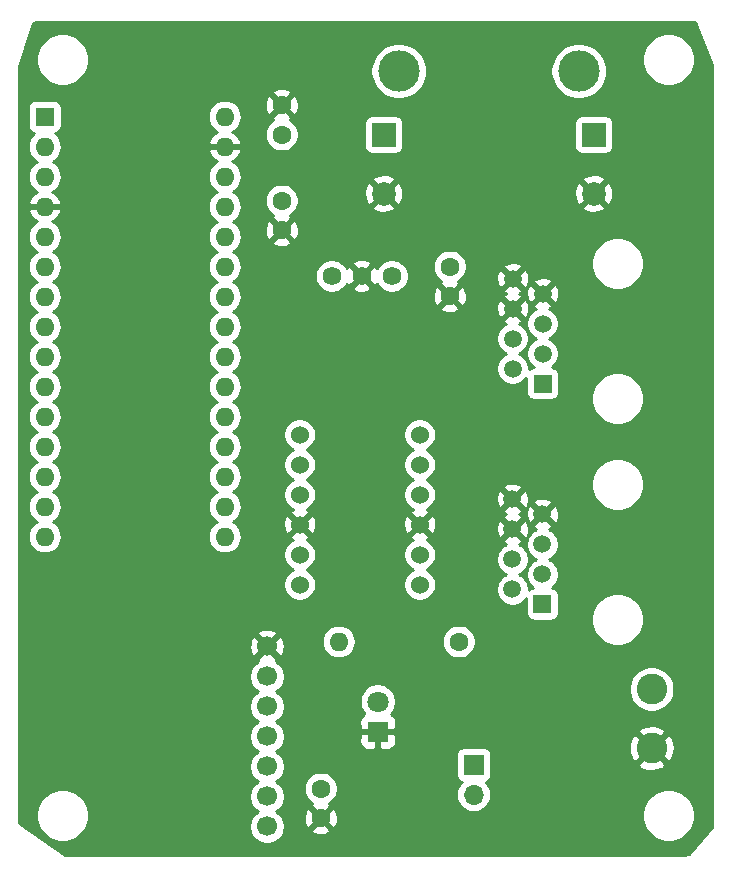
<source format=gbr>
G04 #@! TF.GenerationSoftware,KiCad,Pcbnew,(5.1.2)-2*
G04 #@! TF.CreationDate,2020-02-16T14:31:34-06:00*
G04 #@! TF.ProjectId,TempMonitor8PCB,54656d70-4d6f-46e6-9974-6f7238504342,rev?*
G04 #@! TF.SameCoordinates,Original*
G04 #@! TF.FileFunction,Copper,L2,Bot*
G04 #@! TF.FilePolarity,Positive*
%FSLAX46Y46*%
G04 Gerber Fmt 4.6, Leading zero omitted, Abs format (unit mm)*
G04 Created by KiCad (PCBNEW (5.1.2)-2) date 2020-02-16 14:31:34*
%MOMM*%
%LPD*%
G04 APERTURE LIST*
%ADD10R,1.600000X1.600000*%
%ADD11O,1.600000X1.600000*%
%ADD12O,1.700000X1.700000*%
%ADD13R,1.700000X1.700000*%
%ADD14C,2.000000*%
%ADD15R,2.000000X2.000000*%
%ADD16C,2.600000*%
%ADD17C,3.500000*%
%ADD18C,1.590000*%
%ADD19C,1.600000*%
%ADD20C,1.700000*%
%ADD21C,1.800000*%
%ADD22R,1.800000X1.800000*%
%ADD23C,1.500000*%
%ADD24R,1.500000X1.500000*%
%ADD25C,1.524000*%
%ADD26C,0.254000*%
G04 APERTURE END LIST*
D10*
X116840000Y-53848000D03*
D11*
X132080000Y-86868000D03*
X116840000Y-56388000D03*
X132080000Y-84328000D03*
X116840000Y-58928000D03*
X132080000Y-81788000D03*
X116840000Y-61468000D03*
X132080000Y-79248000D03*
X116840000Y-64008000D03*
X132080000Y-76708000D03*
X116840000Y-66548000D03*
X132080000Y-74168000D03*
X116840000Y-69088000D03*
X132080000Y-71628000D03*
X116840000Y-71628000D03*
X132080000Y-69088000D03*
X116840000Y-74168000D03*
X132080000Y-66548000D03*
X116840000Y-76708000D03*
X132080000Y-64008000D03*
X116840000Y-79248000D03*
X132080000Y-61468000D03*
X116840000Y-81788000D03*
X132080000Y-58928000D03*
X116840000Y-84328000D03*
X132080000Y-56388000D03*
X116840000Y-86868000D03*
X132080000Y-53848000D03*
X116840000Y-89408000D03*
X132080000Y-89408000D03*
D12*
X153162000Y-111252000D03*
D13*
X153162000Y-108712000D03*
D14*
X145542000Y-60372000D03*
D15*
X145542000Y-55372000D03*
D16*
X168228000Y-107322000D03*
X168228000Y-102322000D03*
D17*
X146812000Y-50000000D03*
X162052000Y-50000000D03*
D18*
X141143524Y-67345000D03*
X143683524Y-67345000D03*
X146223524Y-67345000D03*
D19*
X151130000Y-69048000D03*
X151130000Y-66548000D03*
X136906000Y-63460000D03*
X136906000Y-60960000D03*
D14*
X163322000Y-60372000D03*
D15*
X163322000Y-55372000D03*
D19*
X140208000Y-113244000D03*
X140208000Y-110744000D03*
X136906000Y-52872000D03*
X136906000Y-55372000D03*
D11*
X141732000Y-98298000D03*
D19*
X151892000Y-98298000D03*
D20*
X135666000Y-98714000D03*
X135666000Y-101254000D03*
X135666000Y-103794000D03*
X135666000Y-106334000D03*
X135666000Y-108874000D03*
X135666000Y-111414000D03*
X135666000Y-113954000D03*
D21*
X145034000Y-103378000D03*
D22*
X145034000Y-105918000D03*
D23*
X156449000Y-86245000D03*
X158989000Y-87515000D03*
X156449000Y-88785000D03*
X158989000Y-90055000D03*
X156449000Y-91325000D03*
X158989000Y-92595000D03*
X156449000Y-93865000D03*
D24*
X158989000Y-95135000D03*
D25*
X148590000Y-93472000D03*
X148590000Y-90932000D03*
X148590000Y-88392000D03*
X148590000Y-85852000D03*
X148590000Y-83312000D03*
X148590000Y-80772000D03*
X138430000Y-93472000D03*
X138430000Y-90932000D03*
X138430000Y-88392000D03*
X138430000Y-85852000D03*
X138430000Y-83312000D03*
X138430000Y-80772000D03*
D23*
X156464000Y-67564000D03*
X159004000Y-68834000D03*
X156464000Y-70104000D03*
X159004000Y-71374000D03*
X156464000Y-72644000D03*
X159004000Y-73914000D03*
X156464000Y-75184000D03*
D24*
X159004000Y-76454000D03*
D26*
G36*
X173340001Y-49516962D02*
G01*
X173340000Y-113967721D01*
X173334496Y-114023851D01*
X171417632Y-116294598D01*
X170985664Y-116340000D01*
X118585651Y-116340000D01*
X114660000Y-113635662D01*
X114660000Y-112779872D01*
X116129000Y-112779872D01*
X116129000Y-113220128D01*
X116214890Y-113651925D01*
X116383369Y-114058669D01*
X116627962Y-114424729D01*
X116939271Y-114736038D01*
X117305331Y-114980631D01*
X117712075Y-115149110D01*
X118143872Y-115235000D01*
X118584128Y-115235000D01*
X119015925Y-115149110D01*
X119422669Y-114980631D01*
X119788729Y-114736038D01*
X120100038Y-114424729D01*
X120344631Y-114058669D01*
X120513110Y-113651925D01*
X120599000Y-113220128D01*
X120599000Y-112779872D01*
X120513110Y-112348075D01*
X120344631Y-111941331D01*
X120100038Y-111575271D01*
X119788729Y-111263962D01*
X119422669Y-111019369D01*
X119015925Y-110850890D01*
X118584128Y-110765000D01*
X118143872Y-110765000D01*
X117712075Y-110850890D01*
X117305331Y-111019369D01*
X116939271Y-111263962D01*
X116627962Y-111575271D01*
X116383369Y-111941331D01*
X116214890Y-112348075D01*
X116129000Y-112779872D01*
X114660000Y-112779872D01*
X114660000Y-101107740D01*
X134181000Y-101107740D01*
X134181000Y-101400260D01*
X134238068Y-101687158D01*
X134350010Y-101957411D01*
X134512525Y-102200632D01*
X134719368Y-102407475D01*
X134893760Y-102524000D01*
X134719368Y-102640525D01*
X134512525Y-102847368D01*
X134350010Y-103090589D01*
X134238068Y-103360842D01*
X134181000Y-103647740D01*
X134181000Y-103940260D01*
X134238068Y-104227158D01*
X134350010Y-104497411D01*
X134512525Y-104740632D01*
X134719368Y-104947475D01*
X134893760Y-105064000D01*
X134719368Y-105180525D01*
X134512525Y-105387368D01*
X134350010Y-105630589D01*
X134238068Y-105900842D01*
X134181000Y-106187740D01*
X134181000Y-106480260D01*
X134238068Y-106767158D01*
X134350010Y-107037411D01*
X134512525Y-107280632D01*
X134719368Y-107487475D01*
X134893760Y-107604000D01*
X134719368Y-107720525D01*
X134512525Y-107927368D01*
X134350010Y-108170589D01*
X134238068Y-108440842D01*
X134181000Y-108727740D01*
X134181000Y-109020260D01*
X134238068Y-109307158D01*
X134350010Y-109577411D01*
X134512525Y-109820632D01*
X134719368Y-110027475D01*
X134893760Y-110144000D01*
X134719368Y-110260525D01*
X134512525Y-110467368D01*
X134350010Y-110710589D01*
X134238068Y-110980842D01*
X134181000Y-111267740D01*
X134181000Y-111560260D01*
X134238068Y-111847158D01*
X134350010Y-112117411D01*
X134512525Y-112360632D01*
X134719368Y-112567475D01*
X134893760Y-112684000D01*
X134719368Y-112800525D01*
X134512525Y-113007368D01*
X134350010Y-113250589D01*
X134238068Y-113520842D01*
X134181000Y-113807740D01*
X134181000Y-114100260D01*
X134238068Y-114387158D01*
X134350010Y-114657411D01*
X134512525Y-114900632D01*
X134719368Y-115107475D01*
X134962589Y-115269990D01*
X135232842Y-115381932D01*
X135519740Y-115439000D01*
X135812260Y-115439000D01*
X136099158Y-115381932D01*
X136369411Y-115269990D01*
X136612632Y-115107475D01*
X136819475Y-114900632D01*
X136981990Y-114657411D01*
X137093932Y-114387158D01*
X137123859Y-114236702D01*
X139394903Y-114236702D01*
X139466486Y-114480671D01*
X139721996Y-114601571D01*
X139996184Y-114670300D01*
X140278512Y-114684217D01*
X140558130Y-114642787D01*
X140824292Y-114547603D01*
X140949514Y-114480671D01*
X141021097Y-114236702D01*
X140208000Y-113423605D01*
X139394903Y-114236702D01*
X137123859Y-114236702D01*
X137151000Y-114100260D01*
X137151000Y-113807740D01*
X137093932Y-113520842D01*
X137008468Y-113314512D01*
X138767783Y-113314512D01*
X138809213Y-113594130D01*
X138904397Y-113860292D01*
X138971329Y-113985514D01*
X139215298Y-114057097D01*
X140028395Y-113244000D01*
X140387605Y-113244000D01*
X141200702Y-114057097D01*
X141444671Y-113985514D01*
X141565571Y-113730004D01*
X141634300Y-113455816D01*
X141648217Y-113173488D01*
X141606787Y-112893870D01*
X141566020Y-112779872D01*
X167437000Y-112779872D01*
X167437000Y-113220128D01*
X167522890Y-113651925D01*
X167691369Y-114058669D01*
X167935962Y-114424729D01*
X168247271Y-114736038D01*
X168613331Y-114980631D01*
X169020075Y-115149110D01*
X169451872Y-115235000D01*
X169892128Y-115235000D01*
X170323925Y-115149110D01*
X170730669Y-114980631D01*
X171096729Y-114736038D01*
X171408038Y-114424729D01*
X171652631Y-114058669D01*
X171821110Y-113651925D01*
X171907000Y-113220128D01*
X171907000Y-112779872D01*
X171821110Y-112348075D01*
X171652631Y-111941331D01*
X171408038Y-111575271D01*
X171096729Y-111263962D01*
X170730669Y-111019369D01*
X170323925Y-110850890D01*
X169892128Y-110765000D01*
X169451872Y-110765000D01*
X169020075Y-110850890D01*
X168613331Y-111019369D01*
X168247271Y-111263962D01*
X167935962Y-111575271D01*
X167691369Y-111941331D01*
X167522890Y-112348075D01*
X167437000Y-112779872D01*
X141566020Y-112779872D01*
X141511603Y-112627708D01*
X141444671Y-112502486D01*
X141200702Y-112430903D01*
X140387605Y-113244000D01*
X140028395Y-113244000D01*
X139215298Y-112430903D01*
X138971329Y-112502486D01*
X138850429Y-112757996D01*
X138781700Y-113032184D01*
X138767783Y-113314512D01*
X137008468Y-113314512D01*
X136981990Y-113250589D01*
X136819475Y-113007368D01*
X136612632Y-112800525D01*
X136438240Y-112684000D01*
X136612632Y-112567475D01*
X136819475Y-112360632D01*
X136981990Y-112117411D01*
X137093932Y-111847158D01*
X137151000Y-111560260D01*
X137151000Y-111267740D01*
X137093932Y-110980842D01*
X136981990Y-110710589D01*
X136909878Y-110602665D01*
X138773000Y-110602665D01*
X138773000Y-110885335D01*
X138828147Y-111162574D01*
X138936320Y-111423727D01*
X139093363Y-111658759D01*
X139293241Y-111858637D01*
X139493869Y-111992692D01*
X139466486Y-112007329D01*
X139394903Y-112251298D01*
X140208000Y-113064395D01*
X141021097Y-112251298D01*
X140949514Y-112007329D01*
X140920659Y-111993676D01*
X141122759Y-111858637D01*
X141322637Y-111658759D01*
X141479680Y-111423727D01*
X141550811Y-111252000D01*
X151669815Y-111252000D01*
X151698487Y-111543111D01*
X151783401Y-111823034D01*
X151921294Y-112081014D01*
X152106866Y-112307134D01*
X152332986Y-112492706D01*
X152590966Y-112630599D01*
X152870889Y-112715513D01*
X153089050Y-112737000D01*
X153234950Y-112737000D01*
X153453111Y-112715513D01*
X153733034Y-112630599D01*
X153991014Y-112492706D01*
X154217134Y-112307134D01*
X154402706Y-112081014D01*
X154540599Y-111823034D01*
X154625513Y-111543111D01*
X154654185Y-111252000D01*
X154625513Y-110960889D01*
X154540599Y-110680966D01*
X154402706Y-110422986D01*
X154217134Y-110196866D01*
X154187313Y-110172393D01*
X154256180Y-110151502D01*
X154366494Y-110092537D01*
X154463185Y-110013185D01*
X154542537Y-109916494D01*
X154601502Y-109806180D01*
X154637812Y-109686482D01*
X154650072Y-109562000D01*
X154650072Y-108671224D01*
X167058381Y-108671224D01*
X167190317Y-108966312D01*
X167531045Y-109137159D01*
X167898557Y-109238250D01*
X168278729Y-109265701D01*
X168656951Y-109218457D01*
X169018690Y-109098333D01*
X169265683Y-108966312D01*
X169397619Y-108671224D01*
X168228000Y-107501605D01*
X167058381Y-108671224D01*
X154650072Y-108671224D01*
X154650072Y-107862000D01*
X154637812Y-107737518D01*
X154601502Y-107617820D01*
X154542537Y-107507506D01*
X154463185Y-107410815D01*
X154416777Y-107372729D01*
X166284299Y-107372729D01*
X166331543Y-107750951D01*
X166451667Y-108112690D01*
X166583688Y-108359683D01*
X166878776Y-108491619D01*
X168048395Y-107322000D01*
X168407605Y-107322000D01*
X169577224Y-108491619D01*
X169872312Y-108359683D01*
X170043159Y-108018955D01*
X170144250Y-107651443D01*
X170171701Y-107271271D01*
X170124457Y-106893049D01*
X170004333Y-106531310D01*
X169872312Y-106284317D01*
X169577224Y-106152381D01*
X168407605Y-107322000D01*
X168048395Y-107322000D01*
X166878776Y-106152381D01*
X166583688Y-106284317D01*
X166412841Y-106625045D01*
X166311750Y-106992557D01*
X166284299Y-107372729D01*
X154416777Y-107372729D01*
X154366494Y-107331463D01*
X154256180Y-107272498D01*
X154136482Y-107236188D01*
X154012000Y-107223928D01*
X152312000Y-107223928D01*
X152187518Y-107236188D01*
X152067820Y-107272498D01*
X151957506Y-107331463D01*
X151860815Y-107410815D01*
X151781463Y-107507506D01*
X151722498Y-107617820D01*
X151686188Y-107737518D01*
X151673928Y-107862000D01*
X151673928Y-109562000D01*
X151686188Y-109686482D01*
X151722498Y-109806180D01*
X151781463Y-109916494D01*
X151860815Y-110013185D01*
X151957506Y-110092537D01*
X152067820Y-110151502D01*
X152136687Y-110172393D01*
X152106866Y-110196866D01*
X151921294Y-110422986D01*
X151783401Y-110680966D01*
X151698487Y-110960889D01*
X151669815Y-111252000D01*
X141550811Y-111252000D01*
X141587853Y-111162574D01*
X141643000Y-110885335D01*
X141643000Y-110602665D01*
X141587853Y-110325426D01*
X141479680Y-110064273D01*
X141322637Y-109829241D01*
X141122759Y-109629363D01*
X140887727Y-109472320D01*
X140626574Y-109364147D01*
X140349335Y-109309000D01*
X140066665Y-109309000D01*
X139789426Y-109364147D01*
X139528273Y-109472320D01*
X139293241Y-109629363D01*
X139093363Y-109829241D01*
X138936320Y-110064273D01*
X138828147Y-110325426D01*
X138773000Y-110602665D01*
X136909878Y-110602665D01*
X136819475Y-110467368D01*
X136612632Y-110260525D01*
X136438240Y-110144000D01*
X136612632Y-110027475D01*
X136819475Y-109820632D01*
X136981990Y-109577411D01*
X137093932Y-109307158D01*
X137151000Y-109020260D01*
X137151000Y-108727740D01*
X137093932Y-108440842D01*
X136981990Y-108170589D01*
X136819475Y-107927368D01*
X136612632Y-107720525D01*
X136438240Y-107604000D01*
X136612632Y-107487475D01*
X136819475Y-107280632D01*
X136981990Y-107037411D01*
X137072872Y-106818000D01*
X143495928Y-106818000D01*
X143508188Y-106942482D01*
X143544498Y-107062180D01*
X143603463Y-107172494D01*
X143682815Y-107269185D01*
X143779506Y-107348537D01*
X143889820Y-107407502D01*
X144009518Y-107443812D01*
X144134000Y-107456072D01*
X144748250Y-107453000D01*
X144907000Y-107294250D01*
X144907000Y-106045000D01*
X145161000Y-106045000D01*
X145161000Y-107294250D01*
X145319750Y-107453000D01*
X145934000Y-107456072D01*
X146058482Y-107443812D01*
X146178180Y-107407502D01*
X146288494Y-107348537D01*
X146385185Y-107269185D01*
X146464537Y-107172494D01*
X146523502Y-107062180D01*
X146559812Y-106942482D01*
X146572072Y-106818000D01*
X146569000Y-106203750D01*
X146410250Y-106045000D01*
X145161000Y-106045000D01*
X144907000Y-106045000D01*
X143657750Y-106045000D01*
X143499000Y-106203750D01*
X143495928Y-106818000D01*
X137072872Y-106818000D01*
X137093932Y-106767158D01*
X137151000Y-106480260D01*
X137151000Y-106187740D01*
X137108241Y-105972776D01*
X167058381Y-105972776D01*
X168228000Y-107142395D01*
X169397619Y-105972776D01*
X169265683Y-105677688D01*
X168924955Y-105506841D01*
X168557443Y-105405750D01*
X168177271Y-105378299D01*
X167799049Y-105425543D01*
X167437310Y-105545667D01*
X167190317Y-105677688D01*
X167058381Y-105972776D01*
X137108241Y-105972776D01*
X137093932Y-105900842D01*
X136981990Y-105630589D01*
X136819475Y-105387368D01*
X136612632Y-105180525D01*
X136438240Y-105064000D01*
X136507083Y-105018000D01*
X143495928Y-105018000D01*
X143499000Y-105632250D01*
X143657750Y-105791000D01*
X144907000Y-105791000D01*
X144907000Y-105771000D01*
X145161000Y-105771000D01*
X145161000Y-105791000D01*
X146410250Y-105791000D01*
X146569000Y-105632250D01*
X146572072Y-105018000D01*
X146559812Y-104893518D01*
X146523502Y-104773820D01*
X146464537Y-104663506D01*
X146385185Y-104566815D01*
X146288494Y-104487463D01*
X146178180Y-104428498D01*
X146159873Y-104422944D01*
X146226312Y-104356505D01*
X146394299Y-104105095D01*
X146510011Y-103825743D01*
X146569000Y-103529184D01*
X146569000Y-103226816D01*
X146510011Y-102930257D01*
X146394299Y-102650905D01*
X146226312Y-102399495D01*
X146012505Y-102185688D01*
X145931286Y-102131419D01*
X166293000Y-102131419D01*
X166293000Y-102512581D01*
X166367361Y-102886419D01*
X166513225Y-103238566D01*
X166724987Y-103555491D01*
X166994509Y-103825013D01*
X167311434Y-104036775D01*
X167663581Y-104182639D01*
X168037419Y-104257000D01*
X168418581Y-104257000D01*
X168792419Y-104182639D01*
X169144566Y-104036775D01*
X169461491Y-103825013D01*
X169731013Y-103555491D01*
X169942775Y-103238566D01*
X170088639Y-102886419D01*
X170163000Y-102512581D01*
X170163000Y-102131419D01*
X170088639Y-101757581D01*
X169942775Y-101405434D01*
X169731013Y-101088509D01*
X169461491Y-100818987D01*
X169144566Y-100607225D01*
X168792419Y-100461361D01*
X168418581Y-100387000D01*
X168037419Y-100387000D01*
X167663581Y-100461361D01*
X167311434Y-100607225D01*
X166994509Y-100818987D01*
X166724987Y-101088509D01*
X166513225Y-101405434D01*
X166367361Y-101757581D01*
X166293000Y-102131419D01*
X145931286Y-102131419D01*
X145761095Y-102017701D01*
X145481743Y-101901989D01*
X145185184Y-101843000D01*
X144882816Y-101843000D01*
X144586257Y-101901989D01*
X144306905Y-102017701D01*
X144055495Y-102185688D01*
X143841688Y-102399495D01*
X143673701Y-102650905D01*
X143557989Y-102930257D01*
X143499000Y-103226816D01*
X143499000Y-103529184D01*
X143557989Y-103825743D01*
X143673701Y-104105095D01*
X143841688Y-104356505D01*
X143908127Y-104422944D01*
X143889820Y-104428498D01*
X143779506Y-104487463D01*
X143682815Y-104566815D01*
X143603463Y-104663506D01*
X143544498Y-104773820D01*
X143508188Y-104893518D01*
X143495928Y-105018000D01*
X136507083Y-105018000D01*
X136612632Y-104947475D01*
X136819475Y-104740632D01*
X136981990Y-104497411D01*
X137093932Y-104227158D01*
X137151000Y-103940260D01*
X137151000Y-103647740D01*
X137093932Y-103360842D01*
X136981990Y-103090589D01*
X136819475Y-102847368D01*
X136612632Y-102640525D01*
X136438240Y-102524000D01*
X136612632Y-102407475D01*
X136819475Y-102200632D01*
X136981990Y-101957411D01*
X137093932Y-101687158D01*
X137151000Y-101400260D01*
X137151000Y-101107740D01*
X137093932Y-100820842D01*
X136981990Y-100550589D01*
X136819475Y-100307368D01*
X136612632Y-100100525D01*
X136439271Y-99984689D01*
X136514792Y-99742397D01*
X135666000Y-98893605D01*
X134817208Y-99742397D01*
X134892729Y-99984689D01*
X134719368Y-100100525D01*
X134512525Y-100307368D01*
X134350010Y-100550589D01*
X134238068Y-100820842D01*
X134181000Y-101107740D01*
X114660000Y-101107740D01*
X114660000Y-98782531D01*
X134175389Y-98782531D01*
X134217401Y-99072019D01*
X134315081Y-99347747D01*
X134388528Y-99485157D01*
X134637603Y-99562792D01*
X135486395Y-98714000D01*
X135845605Y-98714000D01*
X136694397Y-99562792D01*
X136943472Y-99485157D01*
X137069371Y-99221117D01*
X137141339Y-98937589D01*
X137156611Y-98645469D01*
X137114599Y-98355981D01*
X137094059Y-98298000D01*
X140290057Y-98298000D01*
X140317764Y-98579309D01*
X140399818Y-98849808D01*
X140533068Y-99099101D01*
X140712392Y-99317608D01*
X140930899Y-99496932D01*
X141180192Y-99630182D01*
X141450691Y-99712236D01*
X141661508Y-99733000D01*
X141802492Y-99733000D01*
X142013309Y-99712236D01*
X142283808Y-99630182D01*
X142533101Y-99496932D01*
X142751608Y-99317608D01*
X142930932Y-99099101D01*
X143064182Y-98849808D01*
X143146236Y-98579309D01*
X143173943Y-98298000D01*
X143160023Y-98156665D01*
X150457000Y-98156665D01*
X150457000Y-98439335D01*
X150512147Y-98716574D01*
X150620320Y-98977727D01*
X150777363Y-99212759D01*
X150977241Y-99412637D01*
X151212273Y-99569680D01*
X151473426Y-99677853D01*
X151750665Y-99733000D01*
X152033335Y-99733000D01*
X152310574Y-99677853D01*
X152571727Y-99569680D01*
X152806759Y-99412637D01*
X153006637Y-99212759D01*
X153163680Y-98977727D01*
X153271853Y-98716574D01*
X153327000Y-98439335D01*
X153327000Y-98156665D01*
X153271853Y-97879426D01*
X153163680Y-97618273D01*
X153006637Y-97383241D01*
X152806759Y-97183363D01*
X152571727Y-97026320D01*
X152310574Y-96918147D01*
X152033335Y-96863000D01*
X151750665Y-96863000D01*
X151473426Y-96918147D01*
X151212273Y-97026320D01*
X150977241Y-97183363D01*
X150777363Y-97383241D01*
X150620320Y-97618273D01*
X150512147Y-97879426D01*
X150457000Y-98156665D01*
X143160023Y-98156665D01*
X143146236Y-98016691D01*
X143064182Y-97746192D01*
X142930932Y-97496899D01*
X142751608Y-97278392D01*
X142533101Y-97099068D01*
X142283808Y-96965818D01*
X142013309Y-96883764D01*
X141802492Y-96863000D01*
X141661508Y-96863000D01*
X141450691Y-96883764D01*
X141180192Y-96965818D01*
X140930899Y-97099068D01*
X140712392Y-97278392D01*
X140533068Y-97496899D01*
X140399818Y-97746192D01*
X140317764Y-98016691D01*
X140290057Y-98298000D01*
X137094059Y-98298000D01*
X137016919Y-98080253D01*
X136943472Y-97942843D01*
X136694397Y-97865208D01*
X135845605Y-98714000D01*
X135486395Y-98714000D01*
X134637603Y-97865208D01*
X134388528Y-97942843D01*
X134262629Y-98206883D01*
X134190661Y-98490411D01*
X134175389Y-98782531D01*
X114660000Y-98782531D01*
X114660000Y-97685603D01*
X134817208Y-97685603D01*
X135666000Y-98534395D01*
X136514792Y-97685603D01*
X136437157Y-97436528D01*
X136173117Y-97310629D01*
X135889589Y-97238661D01*
X135597469Y-97223389D01*
X135307981Y-97265401D01*
X135032253Y-97363081D01*
X134894843Y-97436528D01*
X134817208Y-97685603D01*
X114660000Y-97685603D01*
X114660000Y-64008000D01*
X115398057Y-64008000D01*
X115425764Y-64289309D01*
X115507818Y-64559808D01*
X115641068Y-64809101D01*
X115820392Y-65027608D01*
X116038899Y-65206932D01*
X116171858Y-65278000D01*
X116038899Y-65349068D01*
X115820392Y-65528392D01*
X115641068Y-65746899D01*
X115507818Y-65996192D01*
X115425764Y-66266691D01*
X115398057Y-66548000D01*
X115425764Y-66829309D01*
X115507818Y-67099808D01*
X115641068Y-67349101D01*
X115820392Y-67567608D01*
X116038899Y-67746932D01*
X116171858Y-67818000D01*
X116038899Y-67889068D01*
X115820392Y-68068392D01*
X115641068Y-68286899D01*
X115507818Y-68536192D01*
X115425764Y-68806691D01*
X115398057Y-69088000D01*
X115425764Y-69369309D01*
X115507818Y-69639808D01*
X115641068Y-69889101D01*
X115820392Y-70107608D01*
X116038899Y-70286932D01*
X116171858Y-70358000D01*
X116038899Y-70429068D01*
X115820392Y-70608392D01*
X115641068Y-70826899D01*
X115507818Y-71076192D01*
X115425764Y-71346691D01*
X115398057Y-71628000D01*
X115425764Y-71909309D01*
X115507818Y-72179808D01*
X115641068Y-72429101D01*
X115820392Y-72647608D01*
X116038899Y-72826932D01*
X116171858Y-72898000D01*
X116038899Y-72969068D01*
X115820392Y-73148392D01*
X115641068Y-73366899D01*
X115507818Y-73616192D01*
X115425764Y-73886691D01*
X115398057Y-74168000D01*
X115425764Y-74449309D01*
X115507818Y-74719808D01*
X115641068Y-74969101D01*
X115820392Y-75187608D01*
X116038899Y-75366932D01*
X116171858Y-75438000D01*
X116038899Y-75509068D01*
X115820392Y-75688392D01*
X115641068Y-75906899D01*
X115507818Y-76156192D01*
X115425764Y-76426691D01*
X115398057Y-76708000D01*
X115425764Y-76989309D01*
X115507818Y-77259808D01*
X115641068Y-77509101D01*
X115820392Y-77727608D01*
X116038899Y-77906932D01*
X116171858Y-77978000D01*
X116038899Y-78049068D01*
X115820392Y-78228392D01*
X115641068Y-78446899D01*
X115507818Y-78696192D01*
X115425764Y-78966691D01*
X115398057Y-79248000D01*
X115425764Y-79529309D01*
X115507818Y-79799808D01*
X115641068Y-80049101D01*
X115820392Y-80267608D01*
X116038899Y-80446932D01*
X116171858Y-80518000D01*
X116038899Y-80589068D01*
X115820392Y-80768392D01*
X115641068Y-80986899D01*
X115507818Y-81236192D01*
X115425764Y-81506691D01*
X115398057Y-81788000D01*
X115425764Y-82069309D01*
X115507818Y-82339808D01*
X115641068Y-82589101D01*
X115820392Y-82807608D01*
X116038899Y-82986932D01*
X116171858Y-83058000D01*
X116038899Y-83129068D01*
X115820392Y-83308392D01*
X115641068Y-83526899D01*
X115507818Y-83776192D01*
X115425764Y-84046691D01*
X115398057Y-84328000D01*
X115425764Y-84609309D01*
X115507818Y-84879808D01*
X115641068Y-85129101D01*
X115820392Y-85347608D01*
X116038899Y-85526932D01*
X116171858Y-85598000D01*
X116038899Y-85669068D01*
X115820392Y-85848392D01*
X115641068Y-86066899D01*
X115507818Y-86316192D01*
X115425764Y-86586691D01*
X115398057Y-86868000D01*
X115425764Y-87149309D01*
X115507818Y-87419808D01*
X115641068Y-87669101D01*
X115820392Y-87887608D01*
X116038899Y-88066932D01*
X116171858Y-88138000D01*
X116038899Y-88209068D01*
X115820392Y-88388392D01*
X115641068Y-88606899D01*
X115507818Y-88856192D01*
X115425764Y-89126691D01*
X115398057Y-89408000D01*
X115425764Y-89689309D01*
X115507818Y-89959808D01*
X115641068Y-90209101D01*
X115820392Y-90427608D01*
X116038899Y-90606932D01*
X116288192Y-90740182D01*
X116558691Y-90822236D01*
X116769508Y-90843000D01*
X116910492Y-90843000D01*
X117121309Y-90822236D01*
X117391808Y-90740182D01*
X117641101Y-90606932D01*
X117859608Y-90427608D01*
X118038932Y-90209101D01*
X118172182Y-89959808D01*
X118254236Y-89689309D01*
X118281943Y-89408000D01*
X118254236Y-89126691D01*
X118172182Y-88856192D01*
X118038932Y-88606899D01*
X117859608Y-88388392D01*
X117641101Y-88209068D01*
X117508142Y-88138000D01*
X117641101Y-88066932D01*
X117859608Y-87887608D01*
X118038932Y-87669101D01*
X118172182Y-87419808D01*
X118254236Y-87149309D01*
X118281943Y-86868000D01*
X118254236Y-86586691D01*
X118172182Y-86316192D01*
X118038932Y-86066899D01*
X117859608Y-85848392D01*
X117641101Y-85669068D01*
X117508142Y-85598000D01*
X117641101Y-85526932D01*
X117859608Y-85347608D01*
X118038932Y-85129101D01*
X118172182Y-84879808D01*
X118254236Y-84609309D01*
X118281943Y-84328000D01*
X118254236Y-84046691D01*
X118172182Y-83776192D01*
X118038932Y-83526899D01*
X117859608Y-83308392D01*
X117641101Y-83129068D01*
X117508142Y-83058000D01*
X117641101Y-82986932D01*
X117859608Y-82807608D01*
X118038932Y-82589101D01*
X118172182Y-82339808D01*
X118254236Y-82069309D01*
X118281943Y-81788000D01*
X118254236Y-81506691D01*
X118172182Y-81236192D01*
X118038932Y-80986899D01*
X117859608Y-80768392D01*
X117641101Y-80589068D01*
X117508142Y-80518000D01*
X117641101Y-80446932D01*
X117859608Y-80267608D01*
X118038932Y-80049101D01*
X118172182Y-79799808D01*
X118254236Y-79529309D01*
X118281943Y-79248000D01*
X118254236Y-78966691D01*
X118172182Y-78696192D01*
X118038932Y-78446899D01*
X117859608Y-78228392D01*
X117641101Y-78049068D01*
X117508142Y-77978000D01*
X117641101Y-77906932D01*
X117859608Y-77727608D01*
X118038932Y-77509101D01*
X118172182Y-77259808D01*
X118254236Y-76989309D01*
X118281943Y-76708000D01*
X118254236Y-76426691D01*
X118172182Y-76156192D01*
X118038932Y-75906899D01*
X117859608Y-75688392D01*
X117641101Y-75509068D01*
X117508142Y-75438000D01*
X117641101Y-75366932D01*
X117859608Y-75187608D01*
X118038932Y-74969101D01*
X118172182Y-74719808D01*
X118254236Y-74449309D01*
X118281943Y-74168000D01*
X118254236Y-73886691D01*
X118172182Y-73616192D01*
X118038932Y-73366899D01*
X117859608Y-73148392D01*
X117641101Y-72969068D01*
X117508142Y-72898000D01*
X117641101Y-72826932D01*
X117859608Y-72647608D01*
X118038932Y-72429101D01*
X118172182Y-72179808D01*
X118254236Y-71909309D01*
X118281943Y-71628000D01*
X118254236Y-71346691D01*
X118172182Y-71076192D01*
X118038932Y-70826899D01*
X117859608Y-70608392D01*
X117641101Y-70429068D01*
X117508142Y-70358000D01*
X117641101Y-70286932D01*
X117859608Y-70107608D01*
X118038932Y-69889101D01*
X118172182Y-69639808D01*
X118254236Y-69369309D01*
X118281943Y-69088000D01*
X118254236Y-68806691D01*
X118172182Y-68536192D01*
X118038932Y-68286899D01*
X117859608Y-68068392D01*
X117641101Y-67889068D01*
X117508142Y-67818000D01*
X117641101Y-67746932D01*
X117859608Y-67567608D01*
X118038932Y-67349101D01*
X118172182Y-67099808D01*
X118254236Y-66829309D01*
X118281943Y-66548000D01*
X118254236Y-66266691D01*
X118172182Y-65996192D01*
X118038932Y-65746899D01*
X117859608Y-65528392D01*
X117641101Y-65349068D01*
X117508142Y-65278000D01*
X117641101Y-65206932D01*
X117859608Y-65027608D01*
X118038932Y-64809101D01*
X118172182Y-64559808D01*
X118254236Y-64289309D01*
X118281943Y-64008000D01*
X118254236Y-63726691D01*
X118172182Y-63456192D01*
X118038932Y-63206899D01*
X117859608Y-62988392D01*
X117641101Y-62809068D01*
X117503318Y-62735421D01*
X117695131Y-62620385D01*
X117903519Y-62431414D01*
X118071037Y-62205420D01*
X118191246Y-61951087D01*
X118231904Y-61817039D01*
X118109915Y-61595000D01*
X116967000Y-61595000D01*
X116967000Y-61615000D01*
X116713000Y-61615000D01*
X116713000Y-61595000D01*
X115570085Y-61595000D01*
X115448096Y-61817039D01*
X115488754Y-61951087D01*
X115608963Y-62205420D01*
X115776481Y-62431414D01*
X115984869Y-62620385D01*
X116176682Y-62735421D01*
X116038899Y-62809068D01*
X115820392Y-62988392D01*
X115641068Y-63206899D01*
X115507818Y-63456192D01*
X115425764Y-63726691D01*
X115398057Y-64008000D01*
X114660000Y-64008000D01*
X114660000Y-56591202D01*
X114660604Y-56388000D01*
X115398057Y-56388000D01*
X115425764Y-56669309D01*
X115507818Y-56939808D01*
X115641068Y-57189101D01*
X115820392Y-57407608D01*
X116038899Y-57586932D01*
X116171858Y-57658000D01*
X116038899Y-57729068D01*
X115820392Y-57908392D01*
X115641068Y-58126899D01*
X115507818Y-58376192D01*
X115425764Y-58646691D01*
X115398057Y-58928000D01*
X115425764Y-59209309D01*
X115507818Y-59479808D01*
X115641068Y-59729101D01*
X115820392Y-59947608D01*
X116038899Y-60126932D01*
X116176682Y-60200579D01*
X115984869Y-60315615D01*
X115776481Y-60504586D01*
X115608963Y-60730580D01*
X115488754Y-60984913D01*
X115448096Y-61118961D01*
X115570085Y-61341000D01*
X116713000Y-61341000D01*
X116713000Y-61321000D01*
X116967000Y-61321000D01*
X116967000Y-61341000D01*
X118109915Y-61341000D01*
X118231904Y-61118961D01*
X118191246Y-60984913D01*
X118071037Y-60730580D01*
X117903519Y-60504586D01*
X117695131Y-60315615D01*
X117503318Y-60200579D01*
X117641101Y-60126932D01*
X117859608Y-59947608D01*
X118038932Y-59729101D01*
X118172182Y-59479808D01*
X118254236Y-59209309D01*
X118281943Y-58928000D01*
X130638057Y-58928000D01*
X130665764Y-59209309D01*
X130747818Y-59479808D01*
X130881068Y-59729101D01*
X131060392Y-59947608D01*
X131278899Y-60126932D01*
X131411858Y-60198000D01*
X131278899Y-60269068D01*
X131060392Y-60448392D01*
X130881068Y-60666899D01*
X130747818Y-60916192D01*
X130665764Y-61186691D01*
X130638057Y-61468000D01*
X130665764Y-61749309D01*
X130747818Y-62019808D01*
X130881068Y-62269101D01*
X131060392Y-62487608D01*
X131278899Y-62666932D01*
X131411858Y-62738000D01*
X131278899Y-62809068D01*
X131060392Y-62988392D01*
X130881068Y-63206899D01*
X130747818Y-63456192D01*
X130665764Y-63726691D01*
X130638057Y-64008000D01*
X130665764Y-64289309D01*
X130747818Y-64559808D01*
X130881068Y-64809101D01*
X131060392Y-65027608D01*
X131278899Y-65206932D01*
X131411858Y-65278000D01*
X131278899Y-65349068D01*
X131060392Y-65528392D01*
X130881068Y-65746899D01*
X130747818Y-65996192D01*
X130665764Y-66266691D01*
X130638057Y-66548000D01*
X130665764Y-66829309D01*
X130747818Y-67099808D01*
X130881068Y-67349101D01*
X131060392Y-67567608D01*
X131278899Y-67746932D01*
X131411858Y-67818000D01*
X131278899Y-67889068D01*
X131060392Y-68068392D01*
X130881068Y-68286899D01*
X130747818Y-68536192D01*
X130665764Y-68806691D01*
X130638057Y-69088000D01*
X130665764Y-69369309D01*
X130747818Y-69639808D01*
X130881068Y-69889101D01*
X131060392Y-70107608D01*
X131278899Y-70286932D01*
X131411858Y-70358000D01*
X131278899Y-70429068D01*
X131060392Y-70608392D01*
X130881068Y-70826899D01*
X130747818Y-71076192D01*
X130665764Y-71346691D01*
X130638057Y-71628000D01*
X130665764Y-71909309D01*
X130747818Y-72179808D01*
X130881068Y-72429101D01*
X131060392Y-72647608D01*
X131278899Y-72826932D01*
X131411858Y-72898000D01*
X131278899Y-72969068D01*
X131060392Y-73148392D01*
X130881068Y-73366899D01*
X130747818Y-73616192D01*
X130665764Y-73886691D01*
X130638057Y-74168000D01*
X130665764Y-74449309D01*
X130747818Y-74719808D01*
X130881068Y-74969101D01*
X131060392Y-75187608D01*
X131278899Y-75366932D01*
X131411858Y-75438000D01*
X131278899Y-75509068D01*
X131060392Y-75688392D01*
X130881068Y-75906899D01*
X130747818Y-76156192D01*
X130665764Y-76426691D01*
X130638057Y-76708000D01*
X130665764Y-76989309D01*
X130747818Y-77259808D01*
X130881068Y-77509101D01*
X131060392Y-77727608D01*
X131278899Y-77906932D01*
X131411858Y-77978000D01*
X131278899Y-78049068D01*
X131060392Y-78228392D01*
X130881068Y-78446899D01*
X130747818Y-78696192D01*
X130665764Y-78966691D01*
X130638057Y-79248000D01*
X130665764Y-79529309D01*
X130747818Y-79799808D01*
X130881068Y-80049101D01*
X131060392Y-80267608D01*
X131278899Y-80446932D01*
X131411858Y-80518000D01*
X131278899Y-80589068D01*
X131060392Y-80768392D01*
X130881068Y-80986899D01*
X130747818Y-81236192D01*
X130665764Y-81506691D01*
X130638057Y-81788000D01*
X130665764Y-82069309D01*
X130747818Y-82339808D01*
X130881068Y-82589101D01*
X131060392Y-82807608D01*
X131278899Y-82986932D01*
X131411858Y-83058000D01*
X131278899Y-83129068D01*
X131060392Y-83308392D01*
X130881068Y-83526899D01*
X130747818Y-83776192D01*
X130665764Y-84046691D01*
X130638057Y-84328000D01*
X130665764Y-84609309D01*
X130747818Y-84879808D01*
X130881068Y-85129101D01*
X131060392Y-85347608D01*
X131278899Y-85526932D01*
X131411858Y-85598000D01*
X131278899Y-85669068D01*
X131060392Y-85848392D01*
X130881068Y-86066899D01*
X130747818Y-86316192D01*
X130665764Y-86586691D01*
X130638057Y-86868000D01*
X130665764Y-87149309D01*
X130747818Y-87419808D01*
X130881068Y-87669101D01*
X131060392Y-87887608D01*
X131278899Y-88066932D01*
X131411858Y-88138000D01*
X131278899Y-88209068D01*
X131060392Y-88388392D01*
X130881068Y-88606899D01*
X130747818Y-88856192D01*
X130665764Y-89126691D01*
X130638057Y-89408000D01*
X130665764Y-89689309D01*
X130747818Y-89959808D01*
X130881068Y-90209101D01*
X131060392Y-90427608D01*
X131278899Y-90606932D01*
X131528192Y-90740182D01*
X131798691Y-90822236D01*
X132009508Y-90843000D01*
X132150492Y-90843000D01*
X132361309Y-90822236D01*
X132453046Y-90794408D01*
X137033000Y-90794408D01*
X137033000Y-91069592D01*
X137086686Y-91339490D01*
X137191995Y-91593727D01*
X137344880Y-91822535D01*
X137539465Y-92017120D01*
X137768273Y-92170005D01*
X137845515Y-92202000D01*
X137768273Y-92233995D01*
X137539465Y-92386880D01*
X137344880Y-92581465D01*
X137191995Y-92810273D01*
X137086686Y-93064510D01*
X137033000Y-93334408D01*
X137033000Y-93609592D01*
X137086686Y-93879490D01*
X137191995Y-94133727D01*
X137344880Y-94362535D01*
X137539465Y-94557120D01*
X137768273Y-94710005D01*
X138022510Y-94815314D01*
X138292408Y-94869000D01*
X138567592Y-94869000D01*
X138837490Y-94815314D01*
X139091727Y-94710005D01*
X139320535Y-94557120D01*
X139515120Y-94362535D01*
X139668005Y-94133727D01*
X139773314Y-93879490D01*
X139827000Y-93609592D01*
X139827000Y-93334408D01*
X139773314Y-93064510D01*
X139668005Y-92810273D01*
X139515120Y-92581465D01*
X139320535Y-92386880D01*
X139091727Y-92233995D01*
X139014485Y-92202000D01*
X139091727Y-92170005D01*
X139320535Y-92017120D01*
X139515120Y-91822535D01*
X139668005Y-91593727D01*
X139773314Y-91339490D01*
X139827000Y-91069592D01*
X139827000Y-90794408D01*
X147193000Y-90794408D01*
X147193000Y-91069592D01*
X147246686Y-91339490D01*
X147351995Y-91593727D01*
X147504880Y-91822535D01*
X147699465Y-92017120D01*
X147928273Y-92170005D01*
X148005515Y-92202000D01*
X147928273Y-92233995D01*
X147699465Y-92386880D01*
X147504880Y-92581465D01*
X147351995Y-92810273D01*
X147246686Y-93064510D01*
X147193000Y-93334408D01*
X147193000Y-93609592D01*
X147246686Y-93879490D01*
X147351995Y-94133727D01*
X147504880Y-94362535D01*
X147699465Y-94557120D01*
X147928273Y-94710005D01*
X148182510Y-94815314D01*
X148452408Y-94869000D01*
X148727592Y-94869000D01*
X148997490Y-94815314D01*
X149251727Y-94710005D01*
X149480535Y-94557120D01*
X149675120Y-94362535D01*
X149828005Y-94133727D01*
X149933314Y-93879490D01*
X149987000Y-93609592D01*
X149987000Y-93334408D01*
X149933314Y-93064510D01*
X149828005Y-92810273D01*
X149675120Y-92581465D01*
X149480535Y-92386880D01*
X149251727Y-92233995D01*
X149174485Y-92202000D01*
X149251727Y-92170005D01*
X149480535Y-92017120D01*
X149675120Y-91822535D01*
X149828005Y-91593727D01*
X149933314Y-91339490D01*
X149963330Y-91188589D01*
X155064000Y-91188589D01*
X155064000Y-91461411D01*
X155117225Y-91728989D01*
X155221629Y-91981043D01*
X155373201Y-92207886D01*
X155566114Y-92400799D01*
X155792957Y-92552371D01*
X155895873Y-92595000D01*
X155792957Y-92637629D01*
X155566114Y-92789201D01*
X155373201Y-92982114D01*
X155221629Y-93208957D01*
X155117225Y-93461011D01*
X155064000Y-93728589D01*
X155064000Y-94001411D01*
X155117225Y-94268989D01*
X155221629Y-94521043D01*
X155373201Y-94747886D01*
X155566114Y-94940799D01*
X155792957Y-95092371D01*
X156045011Y-95196775D01*
X156312589Y-95250000D01*
X156585411Y-95250000D01*
X156852989Y-95196775D01*
X157105043Y-95092371D01*
X157331886Y-94940799D01*
X157524799Y-94747886D01*
X157600928Y-94633951D01*
X157600928Y-95885000D01*
X157613188Y-96009482D01*
X157649498Y-96129180D01*
X157708463Y-96239494D01*
X157787815Y-96336185D01*
X157884506Y-96415537D01*
X157994820Y-96474502D01*
X158114518Y-96510812D01*
X158239000Y-96523072D01*
X159739000Y-96523072D01*
X159863482Y-96510812D01*
X159983180Y-96474502D01*
X160093494Y-96415537D01*
X160190185Y-96336185D01*
X160269537Y-96239494D01*
X160298733Y-96184872D01*
X163104000Y-96184872D01*
X163104000Y-96625128D01*
X163189890Y-97056925D01*
X163358369Y-97463669D01*
X163602962Y-97829729D01*
X163914271Y-98141038D01*
X164280331Y-98385631D01*
X164687075Y-98554110D01*
X165118872Y-98640000D01*
X165559128Y-98640000D01*
X165990925Y-98554110D01*
X166397669Y-98385631D01*
X166763729Y-98141038D01*
X167075038Y-97829729D01*
X167319631Y-97463669D01*
X167488110Y-97056925D01*
X167574000Y-96625128D01*
X167574000Y-96184872D01*
X167488110Y-95753075D01*
X167319631Y-95346331D01*
X167075038Y-94980271D01*
X166763729Y-94668962D01*
X166397669Y-94424369D01*
X165990925Y-94255890D01*
X165559128Y-94170000D01*
X165118872Y-94170000D01*
X164687075Y-94255890D01*
X164280331Y-94424369D01*
X163914271Y-94668962D01*
X163602962Y-94980271D01*
X163358369Y-95346331D01*
X163189890Y-95753075D01*
X163104000Y-96184872D01*
X160298733Y-96184872D01*
X160328502Y-96129180D01*
X160364812Y-96009482D01*
X160377072Y-95885000D01*
X160377072Y-94385000D01*
X160364812Y-94260518D01*
X160328502Y-94140820D01*
X160269537Y-94030506D01*
X160190185Y-93933815D01*
X160093494Y-93854463D01*
X159983180Y-93795498D01*
X159863482Y-93759188D01*
X159755517Y-93748555D01*
X159871886Y-93670799D01*
X160064799Y-93477886D01*
X160216371Y-93251043D01*
X160320775Y-92998989D01*
X160374000Y-92731411D01*
X160374000Y-92458589D01*
X160320775Y-92191011D01*
X160216371Y-91938957D01*
X160064799Y-91712114D01*
X159871886Y-91519201D01*
X159645043Y-91367629D01*
X159542127Y-91325000D01*
X159645043Y-91282371D01*
X159871886Y-91130799D01*
X160064799Y-90937886D01*
X160216371Y-90711043D01*
X160320775Y-90458989D01*
X160374000Y-90191411D01*
X160374000Y-89918589D01*
X160320775Y-89651011D01*
X160216371Y-89398957D01*
X160064799Y-89172114D01*
X159871886Y-88979201D01*
X159645043Y-88827629D01*
X159545721Y-88786489D01*
X159587832Y-88771277D01*
X159700863Y-88710860D01*
X159766388Y-88471993D01*
X158989000Y-87694605D01*
X158211612Y-88471993D01*
X158277137Y-88710860D01*
X158435477Y-88785164D01*
X158332957Y-88827629D01*
X158106114Y-88979201D01*
X157913201Y-89172114D01*
X157761629Y-89398957D01*
X157657225Y-89651011D01*
X157604000Y-89918589D01*
X157604000Y-90191411D01*
X157657225Y-90458989D01*
X157761629Y-90711043D01*
X157913201Y-90937886D01*
X158106114Y-91130799D01*
X158332957Y-91282371D01*
X158435873Y-91325000D01*
X158332957Y-91367629D01*
X158106114Y-91519201D01*
X157913201Y-91712114D01*
X157761629Y-91938957D01*
X157657225Y-92191011D01*
X157604000Y-92458589D01*
X157604000Y-92731411D01*
X157657225Y-92998989D01*
X157761629Y-93251043D01*
X157913201Y-93477886D01*
X158106114Y-93670799D01*
X158222483Y-93748555D01*
X158114518Y-93759188D01*
X157994820Y-93795498D01*
X157884506Y-93854463D01*
X157834000Y-93895912D01*
X157834000Y-93728589D01*
X157780775Y-93461011D01*
X157676371Y-93208957D01*
X157524799Y-92982114D01*
X157331886Y-92789201D01*
X157105043Y-92637629D01*
X157002127Y-92595000D01*
X157105043Y-92552371D01*
X157331886Y-92400799D01*
X157524799Y-92207886D01*
X157676371Y-91981043D01*
X157780775Y-91728989D01*
X157834000Y-91461411D01*
X157834000Y-91188589D01*
X157780775Y-90921011D01*
X157676371Y-90668957D01*
X157524799Y-90442114D01*
X157331886Y-90249201D01*
X157105043Y-90097629D01*
X157005721Y-90056489D01*
X157047832Y-90041277D01*
X157160863Y-89980860D01*
X157226388Y-89741993D01*
X156449000Y-88964605D01*
X155671612Y-89741993D01*
X155737137Y-89980860D01*
X155895477Y-90055164D01*
X155792957Y-90097629D01*
X155566114Y-90249201D01*
X155373201Y-90442114D01*
X155221629Y-90668957D01*
X155117225Y-90921011D01*
X155064000Y-91188589D01*
X149963330Y-91188589D01*
X149987000Y-91069592D01*
X149987000Y-90794408D01*
X149933314Y-90524510D01*
X149828005Y-90270273D01*
X149675120Y-90041465D01*
X149480535Y-89846880D01*
X149251727Y-89693995D01*
X149180057Y-89664308D01*
X149193023Y-89659636D01*
X149308980Y-89597656D01*
X149375960Y-89357565D01*
X148590000Y-88571605D01*
X147804040Y-89357565D01*
X147871020Y-89597656D01*
X148006760Y-89661485D01*
X147928273Y-89693995D01*
X147699465Y-89846880D01*
X147504880Y-90041465D01*
X147351995Y-90270273D01*
X147246686Y-90524510D01*
X147193000Y-90794408D01*
X139827000Y-90794408D01*
X139773314Y-90524510D01*
X139668005Y-90270273D01*
X139515120Y-90041465D01*
X139320535Y-89846880D01*
X139091727Y-89693995D01*
X139020057Y-89664308D01*
X139033023Y-89659636D01*
X139148980Y-89597656D01*
X139215960Y-89357565D01*
X138430000Y-88571605D01*
X137644040Y-89357565D01*
X137711020Y-89597656D01*
X137846760Y-89661485D01*
X137768273Y-89693995D01*
X137539465Y-89846880D01*
X137344880Y-90041465D01*
X137191995Y-90270273D01*
X137086686Y-90524510D01*
X137033000Y-90794408D01*
X132453046Y-90794408D01*
X132631808Y-90740182D01*
X132881101Y-90606932D01*
X133099608Y-90427608D01*
X133278932Y-90209101D01*
X133412182Y-89959808D01*
X133494236Y-89689309D01*
X133521943Y-89408000D01*
X133494236Y-89126691D01*
X133412182Y-88856192D01*
X133278932Y-88606899D01*
X133161672Y-88464017D01*
X137028090Y-88464017D01*
X137069078Y-88736133D01*
X137162364Y-88995023D01*
X137224344Y-89110980D01*
X137464435Y-89177960D01*
X138250395Y-88392000D01*
X138609605Y-88392000D01*
X139395565Y-89177960D01*
X139635656Y-89110980D01*
X139752756Y-88861952D01*
X139819023Y-88594865D01*
X139825157Y-88464017D01*
X147188090Y-88464017D01*
X147229078Y-88736133D01*
X147322364Y-88995023D01*
X147384344Y-89110980D01*
X147624435Y-89177960D01*
X148410395Y-88392000D01*
X148769605Y-88392000D01*
X149555565Y-89177960D01*
X149795656Y-89110980D01*
X149912756Y-88861952D01*
X149913862Y-88857492D01*
X155059188Y-88857492D01*
X155100035Y-89127238D01*
X155192723Y-89383832D01*
X155253140Y-89496863D01*
X155492007Y-89562388D01*
X156269395Y-88785000D01*
X156628605Y-88785000D01*
X157405993Y-89562388D01*
X157644860Y-89496863D01*
X157760760Y-89249884D01*
X157826250Y-88985040D01*
X157838812Y-88712508D01*
X157797965Y-88442762D01*
X157705277Y-88186168D01*
X157644860Y-88073137D01*
X157405993Y-88007612D01*
X156628605Y-88785000D01*
X156269395Y-88785000D01*
X155492007Y-88007612D01*
X155253140Y-88073137D01*
X155137240Y-88320116D01*
X155071750Y-88584960D01*
X155059188Y-88857492D01*
X149913862Y-88857492D01*
X149979023Y-88594865D01*
X149991910Y-88319983D01*
X149950922Y-88047867D01*
X149857636Y-87788977D01*
X149795656Y-87673020D01*
X149555565Y-87606040D01*
X148769605Y-88392000D01*
X148410395Y-88392000D01*
X147624435Y-87606040D01*
X147384344Y-87673020D01*
X147267244Y-87922048D01*
X147200977Y-88189135D01*
X147188090Y-88464017D01*
X139825157Y-88464017D01*
X139831910Y-88319983D01*
X139790922Y-88047867D01*
X139697636Y-87788977D01*
X139635656Y-87673020D01*
X139395565Y-87606040D01*
X138609605Y-88392000D01*
X138250395Y-88392000D01*
X137464435Y-87606040D01*
X137224344Y-87673020D01*
X137107244Y-87922048D01*
X137040977Y-88189135D01*
X137028090Y-88464017D01*
X133161672Y-88464017D01*
X133099608Y-88388392D01*
X132881101Y-88209068D01*
X132748142Y-88138000D01*
X132881101Y-88066932D01*
X133099608Y-87887608D01*
X133278932Y-87669101D01*
X133412182Y-87419808D01*
X133494236Y-87149309D01*
X133521943Y-86868000D01*
X133494236Y-86586691D01*
X133412182Y-86316192D01*
X133278932Y-86066899D01*
X133099608Y-85848392D01*
X132881101Y-85669068D01*
X132748142Y-85598000D01*
X132881101Y-85526932D01*
X133099608Y-85347608D01*
X133278932Y-85129101D01*
X133412182Y-84879808D01*
X133494236Y-84609309D01*
X133521943Y-84328000D01*
X133494236Y-84046691D01*
X133412182Y-83776192D01*
X133278932Y-83526899D01*
X133099608Y-83308392D01*
X132881101Y-83129068D01*
X132748142Y-83058000D01*
X132881101Y-82986932D01*
X133099608Y-82807608D01*
X133278932Y-82589101D01*
X133412182Y-82339808D01*
X133494236Y-82069309D01*
X133521943Y-81788000D01*
X133494236Y-81506691D01*
X133412182Y-81236192D01*
X133278932Y-80986899D01*
X133099608Y-80768392D01*
X132936348Y-80634408D01*
X137033000Y-80634408D01*
X137033000Y-80909592D01*
X137086686Y-81179490D01*
X137191995Y-81433727D01*
X137344880Y-81662535D01*
X137539465Y-81857120D01*
X137768273Y-82010005D01*
X137845515Y-82042000D01*
X137768273Y-82073995D01*
X137539465Y-82226880D01*
X137344880Y-82421465D01*
X137191995Y-82650273D01*
X137086686Y-82904510D01*
X137033000Y-83174408D01*
X137033000Y-83449592D01*
X137086686Y-83719490D01*
X137191995Y-83973727D01*
X137344880Y-84202535D01*
X137539465Y-84397120D01*
X137768273Y-84550005D01*
X137845515Y-84582000D01*
X137768273Y-84613995D01*
X137539465Y-84766880D01*
X137344880Y-84961465D01*
X137191995Y-85190273D01*
X137086686Y-85444510D01*
X137033000Y-85714408D01*
X137033000Y-85989592D01*
X137086686Y-86259490D01*
X137191995Y-86513727D01*
X137344880Y-86742535D01*
X137539465Y-86937120D01*
X137768273Y-87090005D01*
X137839943Y-87119692D01*
X137826977Y-87124364D01*
X137711020Y-87186344D01*
X137644040Y-87426435D01*
X138430000Y-88212395D01*
X139215960Y-87426435D01*
X139148980Y-87186344D01*
X139013240Y-87122515D01*
X139091727Y-87090005D01*
X139320535Y-86937120D01*
X139515120Y-86742535D01*
X139668005Y-86513727D01*
X139773314Y-86259490D01*
X139827000Y-85989592D01*
X139827000Y-85714408D01*
X139773314Y-85444510D01*
X139668005Y-85190273D01*
X139515120Y-84961465D01*
X139320535Y-84766880D01*
X139091727Y-84613995D01*
X139014485Y-84582000D01*
X139091727Y-84550005D01*
X139320535Y-84397120D01*
X139515120Y-84202535D01*
X139668005Y-83973727D01*
X139773314Y-83719490D01*
X139827000Y-83449592D01*
X139827000Y-83174408D01*
X139773314Y-82904510D01*
X139668005Y-82650273D01*
X139515120Y-82421465D01*
X139320535Y-82226880D01*
X139091727Y-82073995D01*
X139014485Y-82042000D01*
X139091727Y-82010005D01*
X139320535Y-81857120D01*
X139515120Y-81662535D01*
X139668005Y-81433727D01*
X139773314Y-81179490D01*
X139827000Y-80909592D01*
X139827000Y-80634408D01*
X147193000Y-80634408D01*
X147193000Y-80909592D01*
X147246686Y-81179490D01*
X147351995Y-81433727D01*
X147504880Y-81662535D01*
X147699465Y-81857120D01*
X147928273Y-82010005D01*
X148005515Y-82042000D01*
X147928273Y-82073995D01*
X147699465Y-82226880D01*
X147504880Y-82421465D01*
X147351995Y-82650273D01*
X147246686Y-82904510D01*
X147193000Y-83174408D01*
X147193000Y-83449592D01*
X147246686Y-83719490D01*
X147351995Y-83973727D01*
X147504880Y-84202535D01*
X147699465Y-84397120D01*
X147928273Y-84550005D01*
X148005515Y-84582000D01*
X147928273Y-84613995D01*
X147699465Y-84766880D01*
X147504880Y-84961465D01*
X147351995Y-85190273D01*
X147246686Y-85444510D01*
X147193000Y-85714408D01*
X147193000Y-85989592D01*
X147246686Y-86259490D01*
X147351995Y-86513727D01*
X147504880Y-86742535D01*
X147699465Y-86937120D01*
X147928273Y-87090005D01*
X147999943Y-87119692D01*
X147986977Y-87124364D01*
X147871020Y-87186344D01*
X147804040Y-87426435D01*
X148590000Y-88212395D01*
X149375960Y-87426435D01*
X149313346Y-87201993D01*
X155671612Y-87201993D01*
X155737137Y-87440860D01*
X155892096Y-87513578D01*
X155850168Y-87528723D01*
X155737137Y-87589140D01*
X155671612Y-87828007D01*
X156449000Y-88605395D01*
X157226388Y-87828007D01*
X157160863Y-87589140D01*
X157157352Y-87587492D01*
X157599188Y-87587492D01*
X157640035Y-87857238D01*
X157732723Y-88113832D01*
X157793140Y-88226863D01*
X158032007Y-88292388D01*
X158809395Y-87515000D01*
X159168605Y-87515000D01*
X159945993Y-88292388D01*
X160184860Y-88226863D01*
X160300760Y-87979884D01*
X160366250Y-87715040D01*
X160378812Y-87442508D01*
X160337965Y-87172762D01*
X160245277Y-86916168D01*
X160184860Y-86803137D01*
X159945993Y-86737612D01*
X159168605Y-87515000D01*
X158809395Y-87515000D01*
X158032007Y-86737612D01*
X157793140Y-86803137D01*
X157677240Y-87050116D01*
X157611750Y-87314960D01*
X157599188Y-87587492D01*
X157157352Y-87587492D01*
X157005904Y-87516422D01*
X157047832Y-87501277D01*
X157160863Y-87440860D01*
X157226388Y-87201993D01*
X156449000Y-86424605D01*
X155671612Y-87201993D01*
X149313346Y-87201993D01*
X149308980Y-87186344D01*
X149173240Y-87122515D01*
X149251727Y-87090005D01*
X149480535Y-86937120D01*
X149675120Y-86742535D01*
X149828005Y-86513727D01*
X149909288Y-86317492D01*
X155059188Y-86317492D01*
X155100035Y-86587238D01*
X155192723Y-86843832D01*
X155253140Y-86956863D01*
X155492007Y-87022388D01*
X156269395Y-86245000D01*
X156628605Y-86245000D01*
X157405993Y-87022388D01*
X157644860Y-86956863D01*
X157760760Y-86709884D01*
X157798315Y-86558007D01*
X158211612Y-86558007D01*
X158989000Y-87335395D01*
X159766388Y-86558007D01*
X159700863Y-86319140D01*
X159453884Y-86203240D01*
X159189040Y-86137750D01*
X158916508Y-86125188D01*
X158646762Y-86166035D01*
X158390168Y-86258723D01*
X158277137Y-86319140D01*
X158211612Y-86558007D01*
X157798315Y-86558007D01*
X157826250Y-86445040D01*
X157838812Y-86172508D01*
X157797965Y-85902762D01*
X157705277Y-85646168D01*
X157644860Y-85533137D01*
X157405993Y-85467612D01*
X156628605Y-86245000D01*
X156269395Y-86245000D01*
X155492007Y-85467612D01*
X155253140Y-85533137D01*
X155137240Y-85780116D01*
X155071750Y-86044960D01*
X155059188Y-86317492D01*
X149909288Y-86317492D01*
X149933314Y-86259490D01*
X149987000Y-85989592D01*
X149987000Y-85714408D01*
X149933314Y-85444510D01*
X149868488Y-85288007D01*
X155671612Y-85288007D01*
X156449000Y-86065395D01*
X157226388Y-85288007D01*
X157160863Y-85049140D01*
X156913884Y-84933240D01*
X156649040Y-84867750D01*
X156376508Y-84855188D01*
X156106762Y-84896035D01*
X155850168Y-84988723D01*
X155737137Y-85049140D01*
X155671612Y-85288007D01*
X149868488Y-85288007D01*
X149828005Y-85190273D01*
X149675120Y-84961465D01*
X149480535Y-84766880D01*
X149462564Y-84754872D01*
X163104000Y-84754872D01*
X163104000Y-85195128D01*
X163189890Y-85626925D01*
X163358369Y-86033669D01*
X163602962Y-86399729D01*
X163914271Y-86711038D01*
X164280331Y-86955631D01*
X164687075Y-87124110D01*
X165118872Y-87210000D01*
X165559128Y-87210000D01*
X165990925Y-87124110D01*
X166397669Y-86955631D01*
X166763729Y-86711038D01*
X167075038Y-86399729D01*
X167319631Y-86033669D01*
X167488110Y-85626925D01*
X167574000Y-85195128D01*
X167574000Y-84754872D01*
X167488110Y-84323075D01*
X167319631Y-83916331D01*
X167075038Y-83550271D01*
X166763729Y-83238962D01*
X166397669Y-82994369D01*
X165990925Y-82825890D01*
X165559128Y-82740000D01*
X165118872Y-82740000D01*
X164687075Y-82825890D01*
X164280331Y-82994369D01*
X163914271Y-83238962D01*
X163602962Y-83550271D01*
X163358369Y-83916331D01*
X163189890Y-84323075D01*
X163104000Y-84754872D01*
X149462564Y-84754872D01*
X149251727Y-84613995D01*
X149174485Y-84582000D01*
X149251727Y-84550005D01*
X149480535Y-84397120D01*
X149675120Y-84202535D01*
X149828005Y-83973727D01*
X149933314Y-83719490D01*
X149987000Y-83449592D01*
X149987000Y-83174408D01*
X149933314Y-82904510D01*
X149828005Y-82650273D01*
X149675120Y-82421465D01*
X149480535Y-82226880D01*
X149251727Y-82073995D01*
X149174485Y-82042000D01*
X149251727Y-82010005D01*
X149480535Y-81857120D01*
X149675120Y-81662535D01*
X149828005Y-81433727D01*
X149933314Y-81179490D01*
X149987000Y-80909592D01*
X149987000Y-80634408D01*
X149933314Y-80364510D01*
X149828005Y-80110273D01*
X149675120Y-79881465D01*
X149480535Y-79686880D01*
X149251727Y-79533995D01*
X148997490Y-79428686D01*
X148727592Y-79375000D01*
X148452408Y-79375000D01*
X148182510Y-79428686D01*
X147928273Y-79533995D01*
X147699465Y-79686880D01*
X147504880Y-79881465D01*
X147351995Y-80110273D01*
X147246686Y-80364510D01*
X147193000Y-80634408D01*
X139827000Y-80634408D01*
X139773314Y-80364510D01*
X139668005Y-80110273D01*
X139515120Y-79881465D01*
X139320535Y-79686880D01*
X139091727Y-79533995D01*
X138837490Y-79428686D01*
X138567592Y-79375000D01*
X138292408Y-79375000D01*
X138022510Y-79428686D01*
X137768273Y-79533995D01*
X137539465Y-79686880D01*
X137344880Y-79881465D01*
X137191995Y-80110273D01*
X137086686Y-80364510D01*
X137033000Y-80634408D01*
X132936348Y-80634408D01*
X132881101Y-80589068D01*
X132748142Y-80518000D01*
X132881101Y-80446932D01*
X133099608Y-80267608D01*
X133278932Y-80049101D01*
X133412182Y-79799808D01*
X133494236Y-79529309D01*
X133521943Y-79248000D01*
X133494236Y-78966691D01*
X133412182Y-78696192D01*
X133278932Y-78446899D01*
X133099608Y-78228392D01*
X132881101Y-78049068D01*
X132748142Y-77978000D01*
X132881101Y-77906932D01*
X133099608Y-77727608D01*
X133278932Y-77509101D01*
X133412182Y-77259808D01*
X133494236Y-76989309D01*
X133521943Y-76708000D01*
X133494236Y-76426691D01*
X133412182Y-76156192D01*
X133278932Y-75906899D01*
X133099608Y-75688392D01*
X132881101Y-75509068D01*
X132748142Y-75438000D01*
X132881101Y-75366932D01*
X133099608Y-75187608D01*
X133278932Y-74969101D01*
X133412182Y-74719808D01*
X133494236Y-74449309D01*
X133521943Y-74168000D01*
X133494236Y-73886691D01*
X133412182Y-73616192D01*
X133278932Y-73366899D01*
X133099608Y-73148392D01*
X132881101Y-72969068D01*
X132748142Y-72898000D01*
X132881101Y-72826932D01*
X133099608Y-72647608D01*
X133214518Y-72507589D01*
X155079000Y-72507589D01*
X155079000Y-72780411D01*
X155132225Y-73047989D01*
X155236629Y-73300043D01*
X155388201Y-73526886D01*
X155581114Y-73719799D01*
X155807957Y-73871371D01*
X155910873Y-73914000D01*
X155807957Y-73956629D01*
X155581114Y-74108201D01*
X155388201Y-74301114D01*
X155236629Y-74527957D01*
X155132225Y-74780011D01*
X155079000Y-75047589D01*
X155079000Y-75320411D01*
X155132225Y-75587989D01*
X155236629Y-75840043D01*
X155388201Y-76066886D01*
X155581114Y-76259799D01*
X155807957Y-76411371D01*
X156060011Y-76515775D01*
X156327589Y-76569000D01*
X156600411Y-76569000D01*
X156867989Y-76515775D01*
X157120043Y-76411371D01*
X157346886Y-76259799D01*
X157539799Y-76066886D01*
X157615928Y-75952951D01*
X157615928Y-77204000D01*
X157628188Y-77328482D01*
X157664498Y-77448180D01*
X157723463Y-77558494D01*
X157802815Y-77655185D01*
X157899506Y-77734537D01*
X158009820Y-77793502D01*
X158129518Y-77829812D01*
X158254000Y-77842072D01*
X159754000Y-77842072D01*
X159878482Y-77829812D01*
X159998180Y-77793502D01*
X160108494Y-77734537D01*
X160205185Y-77655185D01*
X160284537Y-77558494D01*
X160313733Y-77503872D01*
X163119000Y-77503872D01*
X163119000Y-77944128D01*
X163204890Y-78375925D01*
X163373369Y-78782669D01*
X163617962Y-79148729D01*
X163929271Y-79460038D01*
X164295331Y-79704631D01*
X164702075Y-79873110D01*
X165133872Y-79959000D01*
X165574128Y-79959000D01*
X166005925Y-79873110D01*
X166412669Y-79704631D01*
X166778729Y-79460038D01*
X167090038Y-79148729D01*
X167334631Y-78782669D01*
X167503110Y-78375925D01*
X167589000Y-77944128D01*
X167589000Y-77503872D01*
X167503110Y-77072075D01*
X167334631Y-76665331D01*
X167090038Y-76299271D01*
X166778729Y-75987962D01*
X166412669Y-75743369D01*
X166005925Y-75574890D01*
X165574128Y-75489000D01*
X165133872Y-75489000D01*
X164702075Y-75574890D01*
X164295331Y-75743369D01*
X163929271Y-75987962D01*
X163617962Y-76299271D01*
X163373369Y-76665331D01*
X163204890Y-77072075D01*
X163119000Y-77503872D01*
X160313733Y-77503872D01*
X160343502Y-77448180D01*
X160379812Y-77328482D01*
X160392072Y-77204000D01*
X160392072Y-75704000D01*
X160379812Y-75579518D01*
X160343502Y-75459820D01*
X160284537Y-75349506D01*
X160205185Y-75252815D01*
X160108494Y-75173463D01*
X159998180Y-75114498D01*
X159878482Y-75078188D01*
X159770517Y-75067555D01*
X159886886Y-74989799D01*
X160079799Y-74796886D01*
X160231371Y-74570043D01*
X160335775Y-74317989D01*
X160389000Y-74050411D01*
X160389000Y-73777589D01*
X160335775Y-73510011D01*
X160231371Y-73257957D01*
X160079799Y-73031114D01*
X159886886Y-72838201D01*
X159660043Y-72686629D01*
X159557127Y-72644000D01*
X159660043Y-72601371D01*
X159886886Y-72449799D01*
X160079799Y-72256886D01*
X160231371Y-72030043D01*
X160335775Y-71777989D01*
X160389000Y-71510411D01*
X160389000Y-71237589D01*
X160335775Y-70970011D01*
X160231371Y-70717957D01*
X160079799Y-70491114D01*
X159886886Y-70298201D01*
X159660043Y-70146629D01*
X159560721Y-70105489D01*
X159602832Y-70090277D01*
X159715863Y-70029860D01*
X159781388Y-69790993D01*
X159004000Y-69013605D01*
X158226612Y-69790993D01*
X158292137Y-70029860D01*
X158450477Y-70104164D01*
X158347957Y-70146629D01*
X158121114Y-70298201D01*
X157928201Y-70491114D01*
X157776629Y-70717957D01*
X157672225Y-70970011D01*
X157619000Y-71237589D01*
X157619000Y-71510411D01*
X157672225Y-71777989D01*
X157776629Y-72030043D01*
X157928201Y-72256886D01*
X158121114Y-72449799D01*
X158347957Y-72601371D01*
X158450873Y-72644000D01*
X158347957Y-72686629D01*
X158121114Y-72838201D01*
X157928201Y-73031114D01*
X157776629Y-73257957D01*
X157672225Y-73510011D01*
X157619000Y-73777589D01*
X157619000Y-74050411D01*
X157672225Y-74317989D01*
X157776629Y-74570043D01*
X157928201Y-74796886D01*
X158121114Y-74989799D01*
X158237483Y-75067555D01*
X158129518Y-75078188D01*
X158009820Y-75114498D01*
X157899506Y-75173463D01*
X157849000Y-75214912D01*
X157849000Y-75047589D01*
X157795775Y-74780011D01*
X157691371Y-74527957D01*
X157539799Y-74301114D01*
X157346886Y-74108201D01*
X157120043Y-73956629D01*
X157017127Y-73914000D01*
X157120043Y-73871371D01*
X157346886Y-73719799D01*
X157539799Y-73526886D01*
X157691371Y-73300043D01*
X157795775Y-73047989D01*
X157849000Y-72780411D01*
X157849000Y-72507589D01*
X157795775Y-72240011D01*
X157691371Y-71987957D01*
X157539799Y-71761114D01*
X157346886Y-71568201D01*
X157120043Y-71416629D01*
X157020721Y-71375489D01*
X157062832Y-71360277D01*
X157175863Y-71299860D01*
X157241388Y-71060993D01*
X156464000Y-70283605D01*
X155686612Y-71060993D01*
X155752137Y-71299860D01*
X155910477Y-71374164D01*
X155807957Y-71416629D01*
X155581114Y-71568201D01*
X155388201Y-71761114D01*
X155236629Y-71987957D01*
X155132225Y-72240011D01*
X155079000Y-72507589D01*
X133214518Y-72507589D01*
X133278932Y-72429101D01*
X133412182Y-72179808D01*
X133494236Y-71909309D01*
X133521943Y-71628000D01*
X133494236Y-71346691D01*
X133412182Y-71076192D01*
X133278932Y-70826899D01*
X133099608Y-70608392D01*
X132881101Y-70429068D01*
X132748142Y-70358000D01*
X132881101Y-70286932D01*
X133099608Y-70107608D01*
X133154516Y-70040702D01*
X150316903Y-70040702D01*
X150388486Y-70284671D01*
X150643996Y-70405571D01*
X150918184Y-70474300D01*
X151200512Y-70488217D01*
X151480130Y-70446787D01*
X151746292Y-70351603D01*
X151871514Y-70284671D01*
X151903254Y-70176492D01*
X155074188Y-70176492D01*
X155115035Y-70446238D01*
X155207723Y-70702832D01*
X155268140Y-70815863D01*
X155507007Y-70881388D01*
X156284395Y-70104000D01*
X156643605Y-70104000D01*
X157420993Y-70881388D01*
X157659860Y-70815863D01*
X157775760Y-70568884D01*
X157841250Y-70304040D01*
X157853812Y-70031508D01*
X157812965Y-69761762D01*
X157720277Y-69505168D01*
X157659860Y-69392137D01*
X157420993Y-69326612D01*
X156643605Y-70104000D01*
X156284395Y-70104000D01*
X155507007Y-69326612D01*
X155268140Y-69392137D01*
X155152240Y-69639116D01*
X155086750Y-69903960D01*
X155074188Y-70176492D01*
X151903254Y-70176492D01*
X151943097Y-70040702D01*
X151130000Y-69227605D01*
X150316903Y-70040702D01*
X133154516Y-70040702D01*
X133278932Y-69889101D01*
X133412182Y-69639808D01*
X133494236Y-69369309D01*
X133518937Y-69118512D01*
X149689783Y-69118512D01*
X149731213Y-69398130D01*
X149826397Y-69664292D01*
X149893329Y-69789514D01*
X150137298Y-69861097D01*
X150950395Y-69048000D01*
X151309605Y-69048000D01*
X152122702Y-69861097D01*
X152366671Y-69789514D01*
X152487571Y-69534004D01*
X152556300Y-69259816D01*
X152570217Y-68977488D01*
X152528787Y-68697870D01*
X152465533Y-68520993D01*
X155686612Y-68520993D01*
X155752137Y-68759860D01*
X155907096Y-68832578D01*
X155865168Y-68847723D01*
X155752137Y-68908140D01*
X155686612Y-69147007D01*
X156464000Y-69924395D01*
X157241388Y-69147007D01*
X157175863Y-68908140D01*
X157172352Y-68906492D01*
X157614188Y-68906492D01*
X157655035Y-69176238D01*
X157747723Y-69432832D01*
X157808140Y-69545863D01*
X158047007Y-69611388D01*
X158824395Y-68834000D01*
X159183605Y-68834000D01*
X159960993Y-69611388D01*
X160199860Y-69545863D01*
X160315760Y-69298884D01*
X160381250Y-69034040D01*
X160393812Y-68761508D01*
X160352965Y-68491762D01*
X160260277Y-68235168D01*
X160199860Y-68122137D01*
X159960993Y-68056612D01*
X159183605Y-68834000D01*
X158824395Y-68834000D01*
X158047007Y-68056612D01*
X157808140Y-68122137D01*
X157692240Y-68369116D01*
X157626750Y-68633960D01*
X157614188Y-68906492D01*
X157172352Y-68906492D01*
X157020904Y-68835422D01*
X157062832Y-68820277D01*
X157175863Y-68759860D01*
X157241388Y-68520993D01*
X156464000Y-67743605D01*
X155686612Y-68520993D01*
X152465533Y-68520993D01*
X152433603Y-68431708D01*
X152366671Y-68306486D01*
X152122702Y-68234903D01*
X151309605Y-69048000D01*
X150950395Y-69048000D01*
X150137298Y-68234903D01*
X149893329Y-68306486D01*
X149772429Y-68561996D01*
X149703700Y-68836184D01*
X149689783Y-69118512D01*
X133518937Y-69118512D01*
X133521943Y-69088000D01*
X133494236Y-68806691D01*
X133412182Y-68536192D01*
X133278932Y-68286899D01*
X133099608Y-68068392D01*
X132881101Y-67889068D01*
X132748142Y-67818000D01*
X132881101Y-67746932D01*
X133099608Y-67567608D01*
X133278932Y-67349101D01*
X133356406Y-67204157D01*
X139713524Y-67204157D01*
X139713524Y-67485843D01*
X139768478Y-67762116D01*
X139876275Y-68022359D01*
X140032771Y-68256572D01*
X140231952Y-68455753D01*
X140466165Y-68612249D01*
X140726408Y-68720046D01*
X141002681Y-68775000D01*
X141284367Y-68775000D01*
X141560640Y-68720046D01*
X141820883Y-68612249D01*
X142055096Y-68455753D01*
X142176717Y-68334132D01*
X142873997Y-68334132D01*
X142944974Y-68577591D01*
X143199632Y-68697992D01*
X143472885Y-68766397D01*
X143754233Y-68780179D01*
X144032864Y-68738808D01*
X144298071Y-68643873D01*
X144422074Y-68577591D01*
X144493051Y-68334132D01*
X143683524Y-67524605D01*
X142873997Y-68334132D01*
X142176717Y-68334132D01*
X142254277Y-68256572D01*
X142410773Y-68022359D01*
X142414027Y-68014504D01*
X142450933Y-68083550D01*
X142694392Y-68154527D01*
X143503919Y-67345000D01*
X143863129Y-67345000D01*
X144672656Y-68154527D01*
X144916115Y-68083550D01*
X144951031Y-68009699D01*
X144956275Y-68022359D01*
X145112771Y-68256572D01*
X145311952Y-68455753D01*
X145546165Y-68612249D01*
X145806408Y-68720046D01*
X146082681Y-68775000D01*
X146364367Y-68775000D01*
X146640640Y-68720046D01*
X146900883Y-68612249D01*
X147135096Y-68455753D01*
X147334277Y-68256572D01*
X147490773Y-68022359D01*
X147598570Y-67762116D01*
X147653524Y-67485843D01*
X147653524Y-67204157D01*
X147598570Y-66927884D01*
X147490773Y-66667641D01*
X147334277Y-66433428D01*
X147307514Y-66406665D01*
X149695000Y-66406665D01*
X149695000Y-66689335D01*
X149750147Y-66966574D01*
X149858320Y-67227727D01*
X150015363Y-67462759D01*
X150215241Y-67662637D01*
X150415869Y-67796692D01*
X150388486Y-67811329D01*
X150316903Y-68055298D01*
X151130000Y-68868395D01*
X151943097Y-68055298D01*
X151871514Y-67811329D01*
X151842659Y-67797676D01*
X152044759Y-67662637D01*
X152070904Y-67636492D01*
X155074188Y-67636492D01*
X155115035Y-67906238D01*
X155207723Y-68162832D01*
X155268140Y-68275863D01*
X155507007Y-68341388D01*
X156284395Y-67564000D01*
X156643605Y-67564000D01*
X157420993Y-68341388D01*
X157659860Y-68275863D01*
X157775760Y-68028884D01*
X157813315Y-67877007D01*
X158226612Y-67877007D01*
X159004000Y-68654395D01*
X159781388Y-67877007D01*
X159715863Y-67638140D01*
X159468884Y-67522240D01*
X159204040Y-67456750D01*
X158931508Y-67444188D01*
X158661762Y-67485035D01*
X158405168Y-67577723D01*
X158292137Y-67638140D01*
X158226612Y-67877007D01*
X157813315Y-67877007D01*
X157841250Y-67764040D01*
X157853812Y-67491508D01*
X157812965Y-67221762D01*
X157720277Y-66965168D01*
X157659860Y-66852137D01*
X157420993Y-66786612D01*
X156643605Y-67564000D01*
X156284395Y-67564000D01*
X155507007Y-66786612D01*
X155268140Y-66852137D01*
X155152240Y-67099116D01*
X155086750Y-67363960D01*
X155074188Y-67636492D01*
X152070904Y-67636492D01*
X152244637Y-67462759D01*
X152401680Y-67227727D01*
X152509853Y-66966574D01*
X152565000Y-66689335D01*
X152565000Y-66607007D01*
X155686612Y-66607007D01*
X156464000Y-67384395D01*
X157241388Y-66607007D01*
X157175863Y-66368140D01*
X156928884Y-66252240D01*
X156664040Y-66186750D01*
X156391508Y-66174188D01*
X156121762Y-66215035D01*
X155865168Y-66307723D01*
X155752137Y-66368140D01*
X155686612Y-66607007D01*
X152565000Y-66607007D01*
X152565000Y-66406665D01*
X152509853Y-66129426D01*
X152486842Y-66073872D01*
X163119000Y-66073872D01*
X163119000Y-66514128D01*
X163204890Y-66945925D01*
X163373369Y-67352669D01*
X163617962Y-67718729D01*
X163929271Y-68030038D01*
X164295331Y-68274631D01*
X164702075Y-68443110D01*
X165133872Y-68529000D01*
X165574128Y-68529000D01*
X166005925Y-68443110D01*
X166412669Y-68274631D01*
X166778729Y-68030038D01*
X167090038Y-67718729D01*
X167334631Y-67352669D01*
X167503110Y-66945925D01*
X167589000Y-66514128D01*
X167589000Y-66073872D01*
X167503110Y-65642075D01*
X167334631Y-65235331D01*
X167090038Y-64869271D01*
X166778729Y-64557962D01*
X166412669Y-64313369D01*
X166005925Y-64144890D01*
X165574128Y-64059000D01*
X165133872Y-64059000D01*
X164702075Y-64144890D01*
X164295331Y-64313369D01*
X163929271Y-64557962D01*
X163617962Y-64869271D01*
X163373369Y-65235331D01*
X163204890Y-65642075D01*
X163119000Y-66073872D01*
X152486842Y-66073872D01*
X152401680Y-65868273D01*
X152244637Y-65633241D01*
X152044759Y-65433363D01*
X151809727Y-65276320D01*
X151548574Y-65168147D01*
X151271335Y-65113000D01*
X150988665Y-65113000D01*
X150711426Y-65168147D01*
X150450273Y-65276320D01*
X150215241Y-65433363D01*
X150015363Y-65633241D01*
X149858320Y-65868273D01*
X149750147Y-66129426D01*
X149695000Y-66406665D01*
X147307514Y-66406665D01*
X147135096Y-66234247D01*
X146900883Y-66077751D01*
X146640640Y-65969954D01*
X146364367Y-65915000D01*
X146082681Y-65915000D01*
X145806408Y-65969954D01*
X145546165Y-66077751D01*
X145311952Y-66234247D01*
X145112771Y-66433428D01*
X144956275Y-66667641D01*
X144953021Y-66675496D01*
X144916115Y-66606450D01*
X144672656Y-66535473D01*
X143863129Y-67345000D01*
X143503919Y-67345000D01*
X142694392Y-66535473D01*
X142450933Y-66606450D01*
X142416017Y-66680301D01*
X142410773Y-66667641D01*
X142254277Y-66433428D01*
X142176717Y-66355868D01*
X142873997Y-66355868D01*
X143683524Y-67165395D01*
X144493051Y-66355868D01*
X144422074Y-66112409D01*
X144167416Y-65992008D01*
X143894163Y-65923603D01*
X143612815Y-65909821D01*
X143334184Y-65951192D01*
X143068977Y-66046127D01*
X142944974Y-66112409D01*
X142873997Y-66355868D01*
X142176717Y-66355868D01*
X142055096Y-66234247D01*
X141820883Y-66077751D01*
X141560640Y-65969954D01*
X141284367Y-65915000D01*
X141002681Y-65915000D01*
X140726408Y-65969954D01*
X140466165Y-66077751D01*
X140231952Y-66234247D01*
X140032771Y-66433428D01*
X139876275Y-66667641D01*
X139768478Y-66927884D01*
X139713524Y-67204157D01*
X133356406Y-67204157D01*
X133412182Y-67099808D01*
X133494236Y-66829309D01*
X133521943Y-66548000D01*
X133494236Y-66266691D01*
X133412182Y-65996192D01*
X133278932Y-65746899D01*
X133099608Y-65528392D01*
X132881101Y-65349068D01*
X132748142Y-65278000D01*
X132881101Y-65206932D01*
X133099608Y-65027608D01*
X133278932Y-64809101D01*
X133412182Y-64559808D01*
X133444671Y-64452702D01*
X136092903Y-64452702D01*
X136164486Y-64696671D01*
X136419996Y-64817571D01*
X136694184Y-64886300D01*
X136976512Y-64900217D01*
X137256130Y-64858787D01*
X137522292Y-64763603D01*
X137647514Y-64696671D01*
X137719097Y-64452702D01*
X136906000Y-63639605D01*
X136092903Y-64452702D01*
X133444671Y-64452702D01*
X133494236Y-64289309D01*
X133521943Y-64008000D01*
X133494236Y-63726691D01*
X133434727Y-63530512D01*
X135465783Y-63530512D01*
X135507213Y-63810130D01*
X135602397Y-64076292D01*
X135669329Y-64201514D01*
X135913298Y-64273097D01*
X136726395Y-63460000D01*
X137085605Y-63460000D01*
X137898702Y-64273097D01*
X138142671Y-64201514D01*
X138263571Y-63946004D01*
X138332300Y-63671816D01*
X138346217Y-63389488D01*
X138304787Y-63109870D01*
X138209603Y-62843708D01*
X138142671Y-62718486D01*
X137898702Y-62646903D01*
X137085605Y-63460000D01*
X136726395Y-63460000D01*
X135913298Y-62646903D01*
X135669329Y-62718486D01*
X135548429Y-62973996D01*
X135479700Y-63248184D01*
X135465783Y-63530512D01*
X133434727Y-63530512D01*
X133412182Y-63456192D01*
X133278932Y-63206899D01*
X133099608Y-62988392D01*
X132881101Y-62809068D01*
X132748142Y-62738000D01*
X132881101Y-62666932D01*
X133099608Y-62487608D01*
X133278932Y-62269101D01*
X133412182Y-62019808D01*
X133494236Y-61749309D01*
X133521943Y-61468000D01*
X133494236Y-61186691D01*
X133412182Y-60916192D01*
X133360053Y-60818665D01*
X135471000Y-60818665D01*
X135471000Y-61101335D01*
X135526147Y-61378574D01*
X135634320Y-61639727D01*
X135791363Y-61874759D01*
X135991241Y-62074637D01*
X136191869Y-62208692D01*
X136164486Y-62223329D01*
X136092903Y-62467298D01*
X136906000Y-63280395D01*
X137719097Y-62467298D01*
X137647514Y-62223329D01*
X137618659Y-62209676D01*
X137820759Y-62074637D01*
X138020637Y-61874759D01*
X138177680Y-61639727D01*
X138232486Y-61507413D01*
X144586192Y-61507413D01*
X144681956Y-61771814D01*
X144971571Y-61912704D01*
X145283108Y-61994384D01*
X145604595Y-62013718D01*
X145923675Y-61969961D01*
X146228088Y-61864795D01*
X146402044Y-61771814D01*
X146497808Y-61507413D01*
X162366192Y-61507413D01*
X162461956Y-61771814D01*
X162751571Y-61912704D01*
X163063108Y-61994384D01*
X163384595Y-62013718D01*
X163703675Y-61969961D01*
X164008088Y-61864795D01*
X164182044Y-61771814D01*
X164277808Y-61507413D01*
X163322000Y-60551605D01*
X162366192Y-61507413D01*
X146497808Y-61507413D01*
X145542000Y-60551605D01*
X144586192Y-61507413D01*
X138232486Y-61507413D01*
X138285853Y-61378574D01*
X138341000Y-61101335D01*
X138341000Y-60818665D01*
X138285853Y-60541426D01*
X138241603Y-60434595D01*
X143900282Y-60434595D01*
X143944039Y-60753675D01*
X144049205Y-61058088D01*
X144142186Y-61232044D01*
X144406587Y-61327808D01*
X145362395Y-60372000D01*
X145721605Y-60372000D01*
X146677413Y-61327808D01*
X146941814Y-61232044D01*
X147082704Y-60942429D01*
X147164384Y-60630892D01*
X147176189Y-60434595D01*
X161680282Y-60434595D01*
X161724039Y-60753675D01*
X161829205Y-61058088D01*
X161922186Y-61232044D01*
X162186587Y-61327808D01*
X163142395Y-60372000D01*
X163501605Y-60372000D01*
X164457413Y-61327808D01*
X164721814Y-61232044D01*
X164862704Y-60942429D01*
X164944384Y-60630892D01*
X164963718Y-60309405D01*
X164919961Y-59990325D01*
X164814795Y-59685912D01*
X164721814Y-59511956D01*
X164457413Y-59416192D01*
X163501605Y-60372000D01*
X163142395Y-60372000D01*
X162186587Y-59416192D01*
X161922186Y-59511956D01*
X161781296Y-59801571D01*
X161699616Y-60113108D01*
X161680282Y-60434595D01*
X147176189Y-60434595D01*
X147183718Y-60309405D01*
X147139961Y-59990325D01*
X147034795Y-59685912D01*
X146941814Y-59511956D01*
X146677413Y-59416192D01*
X145721605Y-60372000D01*
X145362395Y-60372000D01*
X144406587Y-59416192D01*
X144142186Y-59511956D01*
X144001296Y-59801571D01*
X143919616Y-60113108D01*
X143900282Y-60434595D01*
X138241603Y-60434595D01*
X138177680Y-60280273D01*
X138020637Y-60045241D01*
X137820759Y-59845363D01*
X137585727Y-59688320D01*
X137324574Y-59580147D01*
X137047335Y-59525000D01*
X136764665Y-59525000D01*
X136487426Y-59580147D01*
X136226273Y-59688320D01*
X135991241Y-59845363D01*
X135791363Y-60045241D01*
X135634320Y-60280273D01*
X135526147Y-60541426D01*
X135471000Y-60818665D01*
X133360053Y-60818665D01*
X133278932Y-60666899D01*
X133099608Y-60448392D01*
X132881101Y-60269068D01*
X132748142Y-60198000D01*
X132881101Y-60126932D01*
X133099608Y-59947608D01*
X133278932Y-59729101D01*
X133412182Y-59479808D01*
X133485961Y-59236587D01*
X144586192Y-59236587D01*
X145542000Y-60192395D01*
X146497808Y-59236587D01*
X162366192Y-59236587D01*
X163322000Y-60192395D01*
X164277808Y-59236587D01*
X164182044Y-58972186D01*
X163892429Y-58831296D01*
X163580892Y-58749616D01*
X163259405Y-58730282D01*
X162940325Y-58774039D01*
X162635912Y-58879205D01*
X162461956Y-58972186D01*
X162366192Y-59236587D01*
X146497808Y-59236587D01*
X146402044Y-58972186D01*
X146112429Y-58831296D01*
X145800892Y-58749616D01*
X145479405Y-58730282D01*
X145160325Y-58774039D01*
X144855912Y-58879205D01*
X144681956Y-58972186D01*
X144586192Y-59236587D01*
X133485961Y-59236587D01*
X133494236Y-59209309D01*
X133521943Y-58928000D01*
X133494236Y-58646691D01*
X133412182Y-58376192D01*
X133278932Y-58126899D01*
X133099608Y-57908392D01*
X132881101Y-57729068D01*
X132743318Y-57655421D01*
X132935131Y-57540385D01*
X133143519Y-57351414D01*
X133311037Y-57125420D01*
X133431246Y-56871087D01*
X133471904Y-56737039D01*
X133349915Y-56515000D01*
X132207000Y-56515000D01*
X132207000Y-56535000D01*
X131953000Y-56535000D01*
X131953000Y-56515000D01*
X130810085Y-56515000D01*
X130688096Y-56737039D01*
X130728754Y-56871087D01*
X130848963Y-57125420D01*
X131016481Y-57351414D01*
X131224869Y-57540385D01*
X131416682Y-57655421D01*
X131278899Y-57729068D01*
X131060392Y-57908392D01*
X130881068Y-58126899D01*
X130747818Y-58376192D01*
X130665764Y-58646691D01*
X130638057Y-58928000D01*
X118281943Y-58928000D01*
X118254236Y-58646691D01*
X118172182Y-58376192D01*
X118038932Y-58126899D01*
X117859608Y-57908392D01*
X117641101Y-57729068D01*
X117508142Y-57658000D01*
X117641101Y-57586932D01*
X117859608Y-57407608D01*
X118038932Y-57189101D01*
X118172182Y-56939808D01*
X118254236Y-56669309D01*
X118281943Y-56388000D01*
X118254236Y-56106691D01*
X118172182Y-55836192D01*
X118038932Y-55586899D01*
X117859608Y-55368392D01*
X117746518Y-55275581D01*
X117764482Y-55273812D01*
X117884180Y-55237502D01*
X117994494Y-55178537D01*
X118091185Y-55099185D01*
X118170537Y-55002494D01*
X118229502Y-54892180D01*
X118265812Y-54772482D01*
X118278072Y-54648000D01*
X118278072Y-53848000D01*
X130638057Y-53848000D01*
X130665764Y-54129309D01*
X130747818Y-54399808D01*
X130881068Y-54649101D01*
X131060392Y-54867608D01*
X131278899Y-55046932D01*
X131416682Y-55120579D01*
X131224869Y-55235615D01*
X131016481Y-55424586D01*
X130848963Y-55650580D01*
X130728754Y-55904913D01*
X130688096Y-56038961D01*
X130810085Y-56261000D01*
X131953000Y-56261000D01*
X131953000Y-56241000D01*
X132207000Y-56241000D01*
X132207000Y-56261000D01*
X133349915Y-56261000D01*
X133471904Y-56038961D01*
X133431246Y-55904913D01*
X133311037Y-55650580D01*
X133143519Y-55424586D01*
X132935131Y-55235615D01*
X132926878Y-55230665D01*
X135471000Y-55230665D01*
X135471000Y-55513335D01*
X135526147Y-55790574D01*
X135634320Y-56051727D01*
X135791363Y-56286759D01*
X135991241Y-56486637D01*
X136226273Y-56643680D01*
X136487426Y-56751853D01*
X136764665Y-56807000D01*
X137047335Y-56807000D01*
X137324574Y-56751853D01*
X137585727Y-56643680D01*
X137820759Y-56486637D01*
X138020637Y-56286759D01*
X138177680Y-56051727D01*
X138285853Y-55790574D01*
X138341000Y-55513335D01*
X138341000Y-55230665D01*
X138285853Y-54953426D01*
X138177680Y-54692273D01*
X138020637Y-54457241D01*
X137935396Y-54372000D01*
X143903928Y-54372000D01*
X143903928Y-56372000D01*
X143916188Y-56496482D01*
X143952498Y-56616180D01*
X144011463Y-56726494D01*
X144090815Y-56823185D01*
X144187506Y-56902537D01*
X144297820Y-56961502D01*
X144417518Y-56997812D01*
X144542000Y-57010072D01*
X146542000Y-57010072D01*
X146666482Y-56997812D01*
X146786180Y-56961502D01*
X146896494Y-56902537D01*
X146993185Y-56823185D01*
X147072537Y-56726494D01*
X147131502Y-56616180D01*
X147167812Y-56496482D01*
X147180072Y-56372000D01*
X147180072Y-54372000D01*
X161683928Y-54372000D01*
X161683928Y-56372000D01*
X161696188Y-56496482D01*
X161732498Y-56616180D01*
X161791463Y-56726494D01*
X161870815Y-56823185D01*
X161967506Y-56902537D01*
X162077820Y-56961502D01*
X162197518Y-56997812D01*
X162322000Y-57010072D01*
X164322000Y-57010072D01*
X164446482Y-56997812D01*
X164566180Y-56961502D01*
X164676494Y-56902537D01*
X164773185Y-56823185D01*
X164852537Y-56726494D01*
X164911502Y-56616180D01*
X164947812Y-56496482D01*
X164960072Y-56372000D01*
X164960072Y-54372000D01*
X164947812Y-54247518D01*
X164911502Y-54127820D01*
X164852537Y-54017506D01*
X164773185Y-53920815D01*
X164676494Y-53841463D01*
X164566180Y-53782498D01*
X164446482Y-53746188D01*
X164322000Y-53733928D01*
X162322000Y-53733928D01*
X162197518Y-53746188D01*
X162077820Y-53782498D01*
X161967506Y-53841463D01*
X161870815Y-53920815D01*
X161791463Y-54017506D01*
X161732498Y-54127820D01*
X161696188Y-54247518D01*
X161683928Y-54372000D01*
X147180072Y-54372000D01*
X147167812Y-54247518D01*
X147131502Y-54127820D01*
X147072537Y-54017506D01*
X146993185Y-53920815D01*
X146896494Y-53841463D01*
X146786180Y-53782498D01*
X146666482Y-53746188D01*
X146542000Y-53733928D01*
X144542000Y-53733928D01*
X144417518Y-53746188D01*
X144297820Y-53782498D01*
X144187506Y-53841463D01*
X144090815Y-53920815D01*
X144011463Y-54017506D01*
X143952498Y-54127820D01*
X143916188Y-54247518D01*
X143903928Y-54372000D01*
X137935396Y-54372000D01*
X137820759Y-54257363D01*
X137620131Y-54123308D01*
X137647514Y-54108671D01*
X137719097Y-53864702D01*
X136906000Y-53051605D01*
X136092903Y-53864702D01*
X136164486Y-54108671D01*
X136193341Y-54122324D01*
X135991241Y-54257363D01*
X135791363Y-54457241D01*
X135634320Y-54692273D01*
X135526147Y-54953426D01*
X135471000Y-55230665D01*
X132926878Y-55230665D01*
X132743318Y-55120579D01*
X132881101Y-55046932D01*
X133099608Y-54867608D01*
X133278932Y-54649101D01*
X133412182Y-54399808D01*
X133494236Y-54129309D01*
X133521943Y-53848000D01*
X133494236Y-53566691D01*
X133412182Y-53296192D01*
X133278932Y-53046899D01*
X133193264Y-52942512D01*
X135465783Y-52942512D01*
X135507213Y-53222130D01*
X135602397Y-53488292D01*
X135669329Y-53613514D01*
X135913298Y-53685097D01*
X136726395Y-52872000D01*
X137085605Y-52872000D01*
X137898702Y-53685097D01*
X138142671Y-53613514D01*
X138263571Y-53358004D01*
X138332300Y-53083816D01*
X138346217Y-52801488D01*
X138304787Y-52521870D01*
X138209603Y-52255708D01*
X138142671Y-52130486D01*
X137898702Y-52058903D01*
X137085605Y-52872000D01*
X136726395Y-52872000D01*
X135913298Y-52058903D01*
X135669329Y-52130486D01*
X135548429Y-52385996D01*
X135479700Y-52660184D01*
X135465783Y-52942512D01*
X133193264Y-52942512D01*
X133099608Y-52828392D01*
X132881101Y-52649068D01*
X132631808Y-52515818D01*
X132361309Y-52433764D01*
X132150492Y-52413000D01*
X132009508Y-52413000D01*
X131798691Y-52433764D01*
X131528192Y-52515818D01*
X131278899Y-52649068D01*
X131060392Y-52828392D01*
X130881068Y-53046899D01*
X130747818Y-53296192D01*
X130665764Y-53566691D01*
X130638057Y-53848000D01*
X118278072Y-53848000D01*
X118278072Y-53048000D01*
X118265812Y-52923518D01*
X118229502Y-52803820D01*
X118170537Y-52693506D01*
X118091185Y-52596815D01*
X117994494Y-52517463D01*
X117884180Y-52458498D01*
X117764482Y-52422188D01*
X117640000Y-52409928D01*
X116040000Y-52409928D01*
X115915518Y-52422188D01*
X115795820Y-52458498D01*
X115685506Y-52517463D01*
X115588815Y-52596815D01*
X115509463Y-52693506D01*
X115450498Y-52803820D01*
X115414188Y-52923518D01*
X115401928Y-53048000D01*
X115401928Y-54648000D01*
X115414188Y-54772482D01*
X115450498Y-54892180D01*
X115509463Y-55002494D01*
X115588815Y-55099185D01*
X115685506Y-55178537D01*
X115795820Y-55237502D01*
X115915518Y-55273812D01*
X115933482Y-55275581D01*
X115820392Y-55368392D01*
X115641068Y-55586899D01*
X115507818Y-55836192D01*
X115425764Y-56106691D01*
X115398057Y-56388000D01*
X114660604Y-56388000D01*
X114674012Y-51879298D01*
X136092903Y-51879298D01*
X136906000Y-52692395D01*
X137719097Y-51879298D01*
X137647514Y-51635329D01*
X137392004Y-51514429D01*
X137117816Y-51445700D01*
X136835488Y-51431783D01*
X136555870Y-51473213D01*
X136289708Y-51568397D01*
X136164486Y-51635329D01*
X136092903Y-51879298D01*
X114674012Y-51879298D01*
X114680938Y-49550795D01*
X114930579Y-48801872D01*
X116129000Y-48801872D01*
X116129000Y-49242128D01*
X116214890Y-49673925D01*
X116383369Y-50080669D01*
X116627962Y-50446729D01*
X116939271Y-50758038D01*
X117305331Y-51002631D01*
X117712075Y-51171110D01*
X118143872Y-51257000D01*
X118584128Y-51257000D01*
X119015925Y-51171110D01*
X119422669Y-51002631D01*
X119788729Y-50758038D01*
X120100038Y-50446729D01*
X120344631Y-50080669D01*
X120475344Y-49765098D01*
X144427000Y-49765098D01*
X144427000Y-50234902D01*
X144518654Y-50695679D01*
X144698440Y-51129721D01*
X144959450Y-51520349D01*
X145291651Y-51852550D01*
X145682279Y-52113560D01*
X146116321Y-52293346D01*
X146577098Y-52385000D01*
X147046902Y-52385000D01*
X147507679Y-52293346D01*
X147941721Y-52113560D01*
X148332349Y-51852550D01*
X148664550Y-51520349D01*
X148925560Y-51129721D01*
X149105346Y-50695679D01*
X149197000Y-50234902D01*
X149197000Y-49765098D01*
X159667000Y-49765098D01*
X159667000Y-50234902D01*
X159758654Y-50695679D01*
X159938440Y-51129721D01*
X160199450Y-51520349D01*
X160531651Y-51852550D01*
X160922279Y-52113560D01*
X161356321Y-52293346D01*
X161817098Y-52385000D01*
X162286902Y-52385000D01*
X162747679Y-52293346D01*
X163181721Y-52113560D01*
X163572349Y-51852550D01*
X163904550Y-51520349D01*
X164165560Y-51129721D01*
X164345346Y-50695679D01*
X164437000Y-50234902D01*
X164437000Y-49765098D01*
X164345346Y-49304321D01*
X164165560Y-48870279D01*
X164119852Y-48801872D01*
X167437000Y-48801872D01*
X167437000Y-49242128D01*
X167522890Y-49673925D01*
X167691369Y-50080669D01*
X167935962Y-50446729D01*
X168247271Y-50758038D01*
X168613331Y-51002631D01*
X169020075Y-51171110D01*
X169451872Y-51257000D01*
X169892128Y-51257000D01*
X170323925Y-51171110D01*
X170730669Y-51002631D01*
X171096729Y-50758038D01*
X171408038Y-50446729D01*
X171652631Y-50080669D01*
X171821110Y-49673925D01*
X171907000Y-49242128D01*
X171907000Y-48801872D01*
X171821110Y-48370075D01*
X171652631Y-47963331D01*
X171408038Y-47597271D01*
X171096729Y-47285962D01*
X170730669Y-47041369D01*
X170323925Y-46872890D01*
X169892128Y-46787000D01*
X169451872Y-46787000D01*
X169020075Y-46872890D01*
X168613331Y-47041369D01*
X168247271Y-47285962D01*
X167935962Y-47597271D01*
X167691369Y-47963331D01*
X167522890Y-48370075D01*
X167437000Y-48801872D01*
X164119852Y-48801872D01*
X163904550Y-48479651D01*
X163572349Y-48147450D01*
X163181721Y-47886440D01*
X162747679Y-47706654D01*
X162286902Y-47615000D01*
X161817098Y-47615000D01*
X161356321Y-47706654D01*
X160922279Y-47886440D01*
X160531651Y-48147450D01*
X160199450Y-48479651D01*
X159938440Y-48870279D01*
X159758654Y-49304321D01*
X159667000Y-49765098D01*
X149197000Y-49765098D01*
X149105346Y-49304321D01*
X148925560Y-48870279D01*
X148664550Y-48479651D01*
X148332349Y-48147450D01*
X147941721Y-47886440D01*
X147507679Y-47706654D01*
X147046902Y-47615000D01*
X146577098Y-47615000D01*
X146116321Y-47706654D01*
X145682279Y-47886440D01*
X145291651Y-48147450D01*
X144959450Y-48479651D01*
X144698440Y-48870279D01*
X144518654Y-49304321D01*
X144427000Y-49765098D01*
X120475344Y-49765098D01*
X120513110Y-49673925D01*
X120599000Y-49242128D01*
X120599000Y-48801872D01*
X120513110Y-48370075D01*
X120344631Y-47963331D01*
X120100038Y-47597271D01*
X119788729Y-47285962D01*
X119422669Y-47041369D01*
X119015925Y-46872890D01*
X118584128Y-46787000D01*
X118143872Y-46787000D01*
X117712075Y-46872890D01*
X117305331Y-47041369D01*
X116939271Y-47285962D01*
X116627962Y-47597271D01*
X116383369Y-47963331D01*
X116214890Y-48370075D01*
X116129000Y-48801872D01*
X114930579Y-48801872D01*
X115876709Y-45963483D01*
X116092142Y-45847000D01*
X171872016Y-45847000D01*
X173340001Y-49516962D01*
X173340001Y-49516962D01*
G37*
X173340001Y-49516962D02*
X173340000Y-113967721D01*
X173334496Y-114023851D01*
X171417632Y-116294598D01*
X170985664Y-116340000D01*
X118585651Y-116340000D01*
X114660000Y-113635662D01*
X114660000Y-112779872D01*
X116129000Y-112779872D01*
X116129000Y-113220128D01*
X116214890Y-113651925D01*
X116383369Y-114058669D01*
X116627962Y-114424729D01*
X116939271Y-114736038D01*
X117305331Y-114980631D01*
X117712075Y-115149110D01*
X118143872Y-115235000D01*
X118584128Y-115235000D01*
X119015925Y-115149110D01*
X119422669Y-114980631D01*
X119788729Y-114736038D01*
X120100038Y-114424729D01*
X120344631Y-114058669D01*
X120513110Y-113651925D01*
X120599000Y-113220128D01*
X120599000Y-112779872D01*
X120513110Y-112348075D01*
X120344631Y-111941331D01*
X120100038Y-111575271D01*
X119788729Y-111263962D01*
X119422669Y-111019369D01*
X119015925Y-110850890D01*
X118584128Y-110765000D01*
X118143872Y-110765000D01*
X117712075Y-110850890D01*
X117305331Y-111019369D01*
X116939271Y-111263962D01*
X116627962Y-111575271D01*
X116383369Y-111941331D01*
X116214890Y-112348075D01*
X116129000Y-112779872D01*
X114660000Y-112779872D01*
X114660000Y-101107740D01*
X134181000Y-101107740D01*
X134181000Y-101400260D01*
X134238068Y-101687158D01*
X134350010Y-101957411D01*
X134512525Y-102200632D01*
X134719368Y-102407475D01*
X134893760Y-102524000D01*
X134719368Y-102640525D01*
X134512525Y-102847368D01*
X134350010Y-103090589D01*
X134238068Y-103360842D01*
X134181000Y-103647740D01*
X134181000Y-103940260D01*
X134238068Y-104227158D01*
X134350010Y-104497411D01*
X134512525Y-104740632D01*
X134719368Y-104947475D01*
X134893760Y-105064000D01*
X134719368Y-105180525D01*
X134512525Y-105387368D01*
X134350010Y-105630589D01*
X134238068Y-105900842D01*
X134181000Y-106187740D01*
X134181000Y-106480260D01*
X134238068Y-106767158D01*
X134350010Y-107037411D01*
X134512525Y-107280632D01*
X134719368Y-107487475D01*
X134893760Y-107604000D01*
X134719368Y-107720525D01*
X134512525Y-107927368D01*
X134350010Y-108170589D01*
X134238068Y-108440842D01*
X134181000Y-108727740D01*
X134181000Y-109020260D01*
X134238068Y-109307158D01*
X134350010Y-109577411D01*
X134512525Y-109820632D01*
X134719368Y-110027475D01*
X134893760Y-110144000D01*
X134719368Y-110260525D01*
X134512525Y-110467368D01*
X134350010Y-110710589D01*
X134238068Y-110980842D01*
X134181000Y-111267740D01*
X134181000Y-111560260D01*
X134238068Y-111847158D01*
X134350010Y-112117411D01*
X134512525Y-112360632D01*
X134719368Y-112567475D01*
X134893760Y-112684000D01*
X134719368Y-112800525D01*
X134512525Y-113007368D01*
X134350010Y-113250589D01*
X134238068Y-113520842D01*
X134181000Y-113807740D01*
X134181000Y-114100260D01*
X134238068Y-114387158D01*
X134350010Y-114657411D01*
X134512525Y-114900632D01*
X134719368Y-115107475D01*
X134962589Y-115269990D01*
X135232842Y-115381932D01*
X135519740Y-115439000D01*
X135812260Y-115439000D01*
X136099158Y-115381932D01*
X136369411Y-115269990D01*
X136612632Y-115107475D01*
X136819475Y-114900632D01*
X136981990Y-114657411D01*
X137093932Y-114387158D01*
X137123859Y-114236702D01*
X139394903Y-114236702D01*
X139466486Y-114480671D01*
X139721996Y-114601571D01*
X139996184Y-114670300D01*
X140278512Y-114684217D01*
X140558130Y-114642787D01*
X140824292Y-114547603D01*
X140949514Y-114480671D01*
X141021097Y-114236702D01*
X140208000Y-113423605D01*
X139394903Y-114236702D01*
X137123859Y-114236702D01*
X137151000Y-114100260D01*
X137151000Y-113807740D01*
X137093932Y-113520842D01*
X137008468Y-113314512D01*
X138767783Y-113314512D01*
X138809213Y-113594130D01*
X138904397Y-113860292D01*
X138971329Y-113985514D01*
X139215298Y-114057097D01*
X140028395Y-113244000D01*
X140387605Y-113244000D01*
X141200702Y-114057097D01*
X141444671Y-113985514D01*
X141565571Y-113730004D01*
X141634300Y-113455816D01*
X141648217Y-113173488D01*
X141606787Y-112893870D01*
X141566020Y-112779872D01*
X167437000Y-112779872D01*
X167437000Y-113220128D01*
X167522890Y-113651925D01*
X167691369Y-114058669D01*
X167935962Y-114424729D01*
X168247271Y-114736038D01*
X168613331Y-114980631D01*
X169020075Y-115149110D01*
X169451872Y-115235000D01*
X169892128Y-115235000D01*
X170323925Y-115149110D01*
X170730669Y-114980631D01*
X171096729Y-114736038D01*
X171408038Y-114424729D01*
X171652631Y-114058669D01*
X171821110Y-113651925D01*
X171907000Y-113220128D01*
X171907000Y-112779872D01*
X171821110Y-112348075D01*
X171652631Y-111941331D01*
X171408038Y-111575271D01*
X171096729Y-111263962D01*
X170730669Y-111019369D01*
X170323925Y-110850890D01*
X169892128Y-110765000D01*
X169451872Y-110765000D01*
X169020075Y-110850890D01*
X168613331Y-111019369D01*
X168247271Y-111263962D01*
X167935962Y-111575271D01*
X167691369Y-111941331D01*
X167522890Y-112348075D01*
X167437000Y-112779872D01*
X141566020Y-112779872D01*
X141511603Y-112627708D01*
X141444671Y-112502486D01*
X141200702Y-112430903D01*
X140387605Y-113244000D01*
X140028395Y-113244000D01*
X139215298Y-112430903D01*
X138971329Y-112502486D01*
X138850429Y-112757996D01*
X138781700Y-113032184D01*
X138767783Y-113314512D01*
X137008468Y-113314512D01*
X136981990Y-113250589D01*
X136819475Y-113007368D01*
X136612632Y-112800525D01*
X136438240Y-112684000D01*
X136612632Y-112567475D01*
X136819475Y-112360632D01*
X136981990Y-112117411D01*
X137093932Y-111847158D01*
X137151000Y-111560260D01*
X137151000Y-111267740D01*
X137093932Y-110980842D01*
X136981990Y-110710589D01*
X136909878Y-110602665D01*
X138773000Y-110602665D01*
X138773000Y-110885335D01*
X138828147Y-111162574D01*
X138936320Y-111423727D01*
X139093363Y-111658759D01*
X139293241Y-111858637D01*
X139493869Y-111992692D01*
X139466486Y-112007329D01*
X139394903Y-112251298D01*
X140208000Y-113064395D01*
X141021097Y-112251298D01*
X140949514Y-112007329D01*
X140920659Y-111993676D01*
X141122759Y-111858637D01*
X141322637Y-111658759D01*
X141479680Y-111423727D01*
X141550811Y-111252000D01*
X151669815Y-111252000D01*
X151698487Y-111543111D01*
X151783401Y-111823034D01*
X151921294Y-112081014D01*
X152106866Y-112307134D01*
X152332986Y-112492706D01*
X152590966Y-112630599D01*
X152870889Y-112715513D01*
X153089050Y-112737000D01*
X153234950Y-112737000D01*
X153453111Y-112715513D01*
X153733034Y-112630599D01*
X153991014Y-112492706D01*
X154217134Y-112307134D01*
X154402706Y-112081014D01*
X154540599Y-111823034D01*
X154625513Y-111543111D01*
X154654185Y-111252000D01*
X154625513Y-110960889D01*
X154540599Y-110680966D01*
X154402706Y-110422986D01*
X154217134Y-110196866D01*
X154187313Y-110172393D01*
X154256180Y-110151502D01*
X154366494Y-110092537D01*
X154463185Y-110013185D01*
X154542537Y-109916494D01*
X154601502Y-109806180D01*
X154637812Y-109686482D01*
X154650072Y-109562000D01*
X154650072Y-108671224D01*
X167058381Y-108671224D01*
X167190317Y-108966312D01*
X167531045Y-109137159D01*
X167898557Y-109238250D01*
X168278729Y-109265701D01*
X168656951Y-109218457D01*
X169018690Y-109098333D01*
X169265683Y-108966312D01*
X169397619Y-108671224D01*
X168228000Y-107501605D01*
X167058381Y-108671224D01*
X154650072Y-108671224D01*
X154650072Y-107862000D01*
X154637812Y-107737518D01*
X154601502Y-107617820D01*
X154542537Y-107507506D01*
X154463185Y-107410815D01*
X154416777Y-107372729D01*
X166284299Y-107372729D01*
X166331543Y-107750951D01*
X166451667Y-108112690D01*
X166583688Y-108359683D01*
X166878776Y-108491619D01*
X168048395Y-107322000D01*
X168407605Y-107322000D01*
X169577224Y-108491619D01*
X169872312Y-108359683D01*
X170043159Y-108018955D01*
X170144250Y-107651443D01*
X170171701Y-107271271D01*
X170124457Y-106893049D01*
X170004333Y-106531310D01*
X169872312Y-106284317D01*
X169577224Y-106152381D01*
X168407605Y-107322000D01*
X168048395Y-107322000D01*
X166878776Y-106152381D01*
X166583688Y-106284317D01*
X166412841Y-106625045D01*
X166311750Y-106992557D01*
X166284299Y-107372729D01*
X154416777Y-107372729D01*
X154366494Y-107331463D01*
X154256180Y-107272498D01*
X154136482Y-107236188D01*
X154012000Y-107223928D01*
X152312000Y-107223928D01*
X152187518Y-107236188D01*
X152067820Y-107272498D01*
X151957506Y-107331463D01*
X151860815Y-107410815D01*
X151781463Y-107507506D01*
X151722498Y-107617820D01*
X151686188Y-107737518D01*
X151673928Y-107862000D01*
X151673928Y-109562000D01*
X151686188Y-109686482D01*
X151722498Y-109806180D01*
X151781463Y-109916494D01*
X151860815Y-110013185D01*
X151957506Y-110092537D01*
X152067820Y-110151502D01*
X152136687Y-110172393D01*
X152106866Y-110196866D01*
X151921294Y-110422986D01*
X151783401Y-110680966D01*
X151698487Y-110960889D01*
X151669815Y-111252000D01*
X141550811Y-111252000D01*
X141587853Y-111162574D01*
X141643000Y-110885335D01*
X141643000Y-110602665D01*
X141587853Y-110325426D01*
X141479680Y-110064273D01*
X141322637Y-109829241D01*
X141122759Y-109629363D01*
X140887727Y-109472320D01*
X140626574Y-109364147D01*
X140349335Y-109309000D01*
X140066665Y-109309000D01*
X139789426Y-109364147D01*
X139528273Y-109472320D01*
X139293241Y-109629363D01*
X139093363Y-109829241D01*
X138936320Y-110064273D01*
X138828147Y-110325426D01*
X138773000Y-110602665D01*
X136909878Y-110602665D01*
X136819475Y-110467368D01*
X136612632Y-110260525D01*
X136438240Y-110144000D01*
X136612632Y-110027475D01*
X136819475Y-109820632D01*
X136981990Y-109577411D01*
X137093932Y-109307158D01*
X137151000Y-109020260D01*
X137151000Y-108727740D01*
X137093932Y-108440842D01*
X136981990Y-108170589D01*
X136819475Y-107927368D01*
X136612632Y-107720525D01*
X136438240Y-107604000D01*
X136612632Y-107487475D01*
X136819475Y-107280632D01*
X136981990Y-107037411D01*
X137072872Y-106818000D01*
X143495928Y-106818000D01*
X143508188Y-106942482D01*
X143544498Y-107062180D01*
X143603463Y-107172494D01*
X143682815Y-107269185D01*
X143779506Y-107348537D01*
X143889820Y-107407502D01*
X144009518Y-107443812D01*
X144134000Y-107456072D01*
X144748250Y-107453000D01*
X144907000Y-107294250D01*
X144907000Y-106045000D01*
X145161000Y-106045000D01*
X145161000Y-107294250D01*
X145319750Y-107453000D01*
X145934000Y-107456072D01*
X146058482Y-107443812D01*
X146178180Y-107407502D01*
X146288494Y-107348537D01*
X146385185Y-107269185D01*
X146464537Y-107172494D01*
X146523502Y-107062180D01*
X146559812Y-106942482D01*
X146572072Y-106818000D01*
X146569000Y-106203750D01*
X146410250Y-106045000D01*
X145161000Y-106045000D01*
X144907000Y-106045000D01*
X143657750Y-106045000D01*
X143499000Y-106203750D01*
X143495928Y-106818000D01*
X137072872Y-106818000D01*
X137093932Y-106767158D01*
X137151000Y-106480260D01*
X137151000Y-106187740D01*
X137108241Y-105972776D01*
X167058381Y-105972776D01*
X168228000Y-107142395D01*
X169397619Y-105972776D01*
X169265683Y-105677688D01*
X168924955Y-105506841D01*
X168557443Y-105405750D01*
X168177271Y-105378299D01*
X167799049Y-105425543D01*
X167437310Y-105545667D01*
X167190317Y-105677688D01*
X167058381Y-105972776D01*
X137108241Y-105972776D01*
X137093932Y-105900842D01*
X136981990Y-105630589D01*
X136819475Y-105387368D01*
X136612632Y-105180525D01*
X136438240Y-105064000D01*
X136507083Y-105018000D01*
X143495928Y-105018000D01*
X143499000Y-105632250D01*
X143657750Y-105791000D01*
X144907000Y-105791000D01*
X144907000Y-105771000D01*
X145161000Y-105771000D01*
X145161000Y-105791000D01*
X146410250Y-105791000D01*
X146569000Y-105632250D01*
X146572072Y-105018000D01*
X146559812Y-104893518D01*
X146523502Y-104773820D01*
X146464537Y-104663506D01*
X146385185Y-104566815D01*
X146288494Y-104487463D01*
X146178180Y-104428498D01*
X146159873Y-104422944D01*
X146226312Y-104356505D01*
X146394299Y-104105095D01*
X146510011Y-103825743D01*
X146569000Y-103529184D01*
X146569000Y-103226816D01*
X146510011Y-102930257D01*
X146394299Y-102650905D01*
X146226312Y-102399495D01*
X146012505Y-102185688D01*
X145931286Y-102131419D01*
X166293000Y-102131419D01*
X166293000Y-102512581D01*
X166367361Y-102886419D01*
X166513225Y-103238566D01*
X166724987Y-103555491D01*
X166994509Y-103825013D01*
X167311434Y-104036775D01*
X167663581Y-104182639D01*
X168037419Y-104257000D01*
X168418581Y-104257000D01*
X168792419Y-104182639D01*
X169144566Y-104036775D01*
X169461491Y-103825013D01*
X169731013Y-103555491D01*
X169942775Y-103238566D01*
X170088639Y-102886419D01*
X170163000Y-102512581D01*
X170163000Y-102131419D01*
X170088639Y-101757581D01*
X169942775Y-101405434D01*
X169731013Y-101088509D01*
X169461491Y-100818987D01*
X169144566Y-100607225D01*
X168792419Y-100461361D01*
X168418581Y-100387000D01*
X168037419Y-100387000D01*
X167663581Y-100461361D01*
X167311434Y-100607225D01*
X166994509Y-100818987D01*
X166724987Y-101088509D01*
X166513225Y-101405434D01*
X166367361Y-101757581D01*
X166293000Y-102131419D01*
X145931286Y-102131419D01*
X145761095Y-102017701D01*
X145481743Y-101901989D01*
X145185184Y-101843000D01*
X144882816Y-101843000D01*
X144586257Y-101901989D01*
X144306905Y-102017701D01*
X144055495Y-102185688D01*
X143841688Y-102399495D01*
X143673701Y-102650905D01*
X143557989Y-102930257D01*
X143499000Y-103226816D01*
X143499000Y-103529184D01*
X143557989Y-103825743D01*
X143673701Y-104105095D01*
X143841688Y-104356505D01*
X143908127Y-104422944D01*
X143889820Y-104428498D01*
X143779506Y-104487463D01*
X143682815Y-104566815D01*
X143603463Y-104663506D01*
X143544498Y-104773820D01*
X143508188Y-104893518D01*
X143495928Y-105018000D01*
X136507083Y-105018000D01*
X136612632Y-104947475D01*
X136819475Y-104740632D01*
X136981990Y-104497411D01*
X137093932Y-104227158D01*
X137151000Y-103940260D01*
X137151000Y-103647740D01*
X137093932Y-103360842D01*
X136981990Y-103090589D01*
X136819475Y-102847368D01*
X136612632Y-102640525D01*
X136438240Y-102524000D01*
X136612632Y-102407475D01*
X136819475Y-102200632D01*
X136981990Y-101957411D01*
X137093932Y-101687158D01*
X137151000Y-101400260D01*
X137151000Y-101107740D01*
X137093932Y-100820842D01*
X136981990Y-100550589D01*
X136819475Y-100307368D01*
X136612632Y-100100525D01*
X136439271Y-99984689D01*
X136514792Y-99742397D01*
X135666000Y-98893605D01*
X134817208Y-99742397D01*
X134892729Y-99984689D01*
X134719368Y-100100525D01*
X134512525Y-100307368D01*
X134350010Y-100550589D01*
X134238068Y-100820842D01*
X134181000Y-101107740D01*
X114660000Y-101107740D01*
X114660000Y-98782531D01*
X134175389Y-98782531D01*
X134217401Y-99072019D01*
X134315081Y-99347747D01*
X134388528Y-99485157D01*
X134637603Y-99562792D01*
X135486395Y-98714000D01*
X135845605Y-98714000D01*
X136694397Y-99562792D01*
X136943472Y-99485157D01*
X137069371Y-99221117D01*
X137141339Y-98937589D01*
X137156611Y-98645469D01*
X137114599Y-98355981D01*
X137094059Y-98298000D01*
X140290057Y-98298000D01*
X140317764Y-98579309D01*
X140399818Y-98849808D01*
X140533068Y-99099101D01*
X140712392Y-99317608D01*
X140930899Y-99496932D01*
X141180192Y-99630182D01*
X141450691Y-99712236D01*
X141661508Y-99733000D01*
X141802492Y-99733000D01*
X142013309Y-99712236D01*
X142283808Y-99630182D01*
X142533101Y-99496932D01*
X142751608Y-99317608D01*
X142930932Y-99099101D01*
X143064182Y-98849808D01*
X143146236Y-98579309D01*
X143173943Y-98298000D01*
X143160023Y-98156665D01*
X150457000Y-98156665D01*
X150457000Y-98439335D01*
X150512147Y-98716574D01*
X150620320Y-98977727D01*
X150777363Y-99212759D01*
X150977241Y-99412637D01*
X151212273Y-99569680D01*
X151473426Y-99677853D01*
X151750665Y-99733000D01*
X152033335Y-99733000D01*
X152310574Y-99677853D01*
X152571727Y-99569680D01*
X152806759Y-99412637D01*
X153006637Y-99212759D01*
X153163680Y-98977727D01*
X153271853Y-98716574D01*
X153327000Y-98439335D01*
X153327000Y-98156665D01*
X153271853Y-97879426D01*
X153163680Y-97618273D01*
X153006637Y-97383241D01*
X152806759Y-97183363D01*
X152571727Y-97026320D01*
X152310574Y-96918147D01*
X152033335Y-96863000D01*
X151750665Y-96863000D01*
X151473426Y-96918147D01*
X151212273Y-97026320D01*
X150977241Y-97183363D01*
X150777363Y-97383241D01*
X150620320Y-97618273D01*
X150512147Y-97879426D01*
X150457000Y-98156665D01*
X143160023Y-98156665D01*
X143146236Y-98016691D01*
X143064182Y-97746192D01*
X142930932Y-97496899D01*
X142751608Y-97278392D01*
X142533101Y-97099068D01*
X142283808Y-96965818D01*
X142013309Y-96883764D01*
X141802492Y-96863000D01*
X141661508Y-96863000D01*
X141450691Y-96883764D01*
X141180192Y-96965818D01*
X140930899Y-97099068D01*
X140712392Y-97278392D01*
X140533068Y-97496899D01*
X140399818Y-97746192D01*
X140317764Y-98016691D01*
X140290057Y-98298000D01*
X137094059Y-98298000D01*
X137016919Y-98080253D01*
X136943472Y-97942843D01*
X136694397Y-97865208D01*
X135845605Y-98714000D01*
X135486395Y-98714000D01*
X134637603Y-97865208D01*
X134388528Y-97942843D01*
X134262629Y-98206883D01*
X134190661Y-98490411D01*
X134175389Y-98782531D01*
X114660000Y-98782531D01*
X114660000Y-97685603D01*
X134817208Y-97685603D01*
X135666000Y-98534395D01*
X136514792Y-97685603D01*
X136437157Y-97436528D01*
X136173117Y-97310629D01*
X135889589Y-97238661D01*
X135597469Y-97223389D01*
X135307981Y-97265401D01*
X135032253Y-97363081D01*
X134894843Y-97436528D01*
X134817208Y-97685603D01*
X114660000Y-97685603D01*
X114660000Y-64008000D01*
X115398057Y-64008000D01*
X115425764Y-64289309D01*
X115507818Y-64559808D01*
X115641068Y-64809101D01*
X115820392Y-65027608D01*
X116038899Y-65206932D01*
X116171858Y-65278000D01*
X116038899Y-65349068D01*
X115820392Y-65528392D01*
X115641068Y-65746899D01*
X115507818Y-65996192D01*
X115425764Y-66266691D01*
X115398057Y-66548000D01*
X115425764Y-66829309D01*
X115507818Y-67099808D01*
X115641068Y-67349101D01*
X115820392Y-67567608D01*
X116038899Y-67746932D01*
X116171858Y-67818000D01*
X116038899Y-67889068D01*
X115820392Y-68068392D01*
X115641068Y-68286899D01*
X115507818Y-68536192D01*
X115425764Y-68806691D01*
X115398057Y-69088000D01*
X115425764Y-69369309D01*
X115507818Y-69639808D01*
X115641068Y-69889101D01*
X115820392Y-70107608D01*
X116038899Y-70286932D01*
X116171858Y-70358000D01*
X116038899Y-70429068D01*
X115820392Y-70608392D01*
X115641068Y-70826899D01*
X115507818Y-71076192D01*
X115425764Y-71346691D01*
X115398057Y-71628000D01*
X115425764Y-71909309D01*
X115507818Y-72179808D01*
X115641068Y-72429101D01*
X115820392Y-72647608D01*
X116038899Y-72826932D01*
X116171858Y-72898000D01*
X116038899Y-72969068D01*
X115820392Y-73148392D01*
X115641068Y-73366899D01*
X115507818Y-73616192D01*
X115425764Y-73886691D01*
X115398057Y-74168000D01*
X115425764Y-74449309D01*
X115507818Y-74719808D01*
X115641068Y-74969101D01*
X115820392Y-75187608D01*
X116038899Y-75366932D01*
X116171858Y-75438000D01*
X116038899Y-75509068D01*
X115820392Y-75688392D01*
X115641068Y-75906899D01*
X115507818Y-76156192D01*
X115425764Y-76426691D01*
X115398057Y-76708000D01*
X115425764Y-76989309D01*
X115507818Y-77259808D01*
X115641068Y-77509101D01*
X115820392Y-77727608D01*
X116038899Y-77906932D01*
X116171858Y-77978000D01*
X116038899Y-78049068D01*
X115820392Y-78228392D01*
X115641068Y-78446899D01*
X115507818Y-78696192D01*
X115425764Y-78966691D01*
X115398057Y-79248000D01*
X115425764Y-79529309D01*
X115507818Y-79799808D01*
X115641068Y-80049101D01*
X115820392Y-80267608D01*
X116038899Y-80446932D01*
X116171858Y-80518000D01*
X116038899Y-80589068D01*
X115820392Y-80768392D01*
X115641068Y-80986899D01*
X115507818Y-81236192D01*
X115425764Y-81506691D01*
X115398057Y-81788000D01*
X115425764Y-82069309D01*
X115507818Y-82339808D01*
X115641068Y-82589101D01*
X115820392Y-82807608D01*
X116038899Y-82986932D01*
X116171858Y-83058000D01*
X116038899Y-83129068D01*
X115820392Y-83308392D01*
X115641068Y-83526899D01*
X115507818Y-83776192D01*
X115425764Y-84046691D01*
X115398057Y-84328000D01*
X115425764Y-84609309D01*
X115507818Y-84879808D01*
X115641068Y-85129101D01*
X115820392Y-85347608D01*
X116038899Y-85526932D01*
X116171858Y-85598000D01*
X116038899Y-85669068D01*
X115820392Y-85848392D01*
X115641068Y-86066899D01*
X115507818Y-86316192D01*
X115425764Y-86586691D01*
X115398057Y-86868000D01*
X115425764Y-87149309D01*
X115507818Y-87419808D01*
X115641068Y-87669101D01*
X115820392Y-87887608D01*
X116038899Y-88066932D01*
X116171858Y-88138000D01*
X116038899Y-88209068D01*
X115820392Y-88388392D01*
X115641068Y-88606899D01*
X115507818Y-88856192D01*
X115425764Y-89126691D01*
X115398057Y-89408000D01*
X115425764Y-89689309D01*
X115507818Y-89959808D01*
X115641068Y-90209101D01*
X115820392Y-90427608D01*
X116038899Y-90606932D01*
X116288192Y-90740182D01*
X116558691Y-90822236D01*
X116769508Y-90843000D01*
X116910492Y-90843000D01*
X117121309Y-90822236D01*
X117391808Y-90740182D01*
X117641101Y-90606932D01*
X117859608Y-90427608D01*
X118038932Y-90209101D01*
X118172182Y-89959808D01*
X118254236Y-89689309D01*
X118281943Y-89408000D01*
X118254236Y-89126691D01*
X118172182Y-88856192D01*
X118038932Y-88606899D01*
X117859608Y-88388392D01*
X117641101Y-88209068D01*
X117508142Y-88138000D01*
X117641101Y-88066932D01*
X117859608Y-87887608D01*
X118038932Y-87669101D01*
X118172182Y-87419808D01*
X118254236Y-87149309D01*
X118281943Y-86868000D01*
X118254236Y-86586691D01*
X118172182Y-86316192D01*
X118038932Y-86066899D01*
X117859608Y-85848392D01*
X117641101Y-85669068D01*
X117508142Y-85598000D01*
X117641101Y-85526932D01*
X117859608Y-85347608D01*
X118038932Y-85129101D01*
X118172182Y-84879808D01*
X118254236Y-84609309D01*
X118281943Y-84328000D01*
X118254236Y-84046691D01*
X118172182Y-83776192D01*
X118038932Y-83526899D01*
X117859608Y-83308392D01*
X117641101Y-83129068D01*
X117508142Y-83058000D01*
X117641101Y-82986932D01*
X117859608Y-82807608D01*
X118038932Y-82589101D01*
X118172182Y-82339808D01*
X118254236Y-82069309D01*
X118281943Y-81788000D01*
X118254236Y-81506691D01*
X118172182Y-81236192D01*
X118038932Y-80986899D01*
X117859608Y-80768392D01*
X117641101Y-80589068D01*
X117508142Y-80518000D01*
X117641101Y-80446932D01*
X117859608Y-80267608D01*
X118038932Y-80049101D01*
X118172182Y-79799808D01*
X118254236Y-79529309D01*
X118281943Y-79248000D01*
X118254236Y-78966691D01*
X118172182Y-78696192D01*
X118038932Y-78446899D01*
X117859608Y-78228392D01*
X117641101Y-78049068D01*
X117508142Y-77978000D01*
X117641101Y-77906932D01*
X117859608Y-77727608D01*
X118038932Y-77509101D01*
X118172182Y-77259808D01*
X118254236Y-76989309D01*
X118281943Y-76708000D01*
X118254236Y-76426691D01*
X118172182Y-76156192D01*
X118038932Y-75906899D01*
X117859608Y-75688392D01*
X117641101Y-75509068D01*
X117508142Y-75438000D01*
X117641101Y-75366932D01*
X117859608Y-75187608D01*
X118038932Y-74969101D01*
X118172182Y-74719808D01*
X118254236Y-74449309D01*
X118281943Y-74168000D01*
X118254236Y-73886691D01*
X118172182Y-73616192D01*
X118038932Y-73366899D01*
X117859608Y-73148392D01*
X117641101Y-72969068D01*
X117508142Y-72898000D01*
X117641101Y-72826932D01*
X117859608Y-72647608D01*
X118038932Y-72429101D01*
X118172182Y-72179808D01*
X118254236Y-71909309D01*
X118281943Y-71628000D01*
X118254236Y-71346691D01*
X118172182Y-71076192D01*
X118038932Y-70826899D01*
X117859608Y-70608392D01*
X117641101Y-70429068D01*
X117508142Y-70358000D01*
X117641101Y-70286932D01*
X117859608Y-70107608D01*
X118038932Y-69889101D01*
X118172182Y-69639808D01*
X118254236Y-69369309D01*
X118281943Y-69088000D01*
X118254236Y-68806691D01*
X118172182Y-68536192D01*
X118038932Y-68286899D01*
X117859608Y-68068392D01*
X117641101Y-67889068D01*
X117508142Y-67818000D01*
X117641101Y-67746932D01*
X117859608Y-67567608D01*
X118038932Y-67349101D01*
X118172182Y-67099808D01*
X118254236Y-66829309D01*
X118281943Y-66548000D01*
X118254236Y-66266691D01*
X118172182Y-65996192D01*
X118038932Y-65746899D01*
X117859608Y-65528392D01*
X117641101Y-65349068D01*
X117508142Y-65278000D01*
X117641101Y-65206932D01*
X117859608Y-65027608D01*
X118038932Y-64809101D01*
X118172182Y-64559808D01*
X118254236Y-64289309D01*
X118281943Y-64008000D01*
X118254236Y-63726691D01*
X118172182Y-63456192D01*
X118038932Y-63206899D01*
X117859608Y-62988392D01*
X117641101Y-62809068D01*
X117503318Y-62735421D01*
X117695131Y-62620385D01*
X117903519Y-62431414D01*
X118071037Y-62205420D01*
X118191246Y-61951087D01*
X118231904Y-61817039D01*
X118109915Y-61595000D01*
X116967000Y-61595000D01*
X116967000Y-61615000D01*
X116713000Y-61615000D01*
X116713000Y-61595000D01*
X115570085Y-61595000D01*
X115448096Y-61817039D01*
X115488754Y-61951087D01*
X115608963Y-62205420D01*
X115776481Y-62431414D01*
X115984869Y-62620385D01*
X116176682Y-62735421D01*
X116038899Y-62809068D01*
X115820392Y-62988392D01*
X115641068Y-63206899D01*
X115507818Y-63456192D01*
X115425764Y-63726691D01*
X115398057Y-64008000D01*
X114660000Y-64008000D01*
X114660000Y-56591202D01*
X114660604Y-56388000D01*
X115398057Y-56388000D01*
X115425764Y-56669309D01*
X115507818Y-56939808D01*
X115641068Y-57189101D01*
X115820392Y-57407608D01*
X116038899Y-57586932D01*
X116171858Y-57658000D01*
X116038899Y-57729068D01*
X115820392Y-57908392D01*
X115641068Y-58126899D01*
X115507818Y-58376192D01*
X115425764Y-58646691D01*
X115398057Y-58928000D01*
X115425764Y-59209309D01*
X115507818Y-59479808D01*
X115641068Y-59729101D01*
X115820392Y-59947608D01*
X116038899Y-60126932D01*
X116176682Y-60200579D01*
X115984869Y-60315615D01*
X115776481Y-60504586D01*
X115608963Y-60730580D01*
X115488754Y-60984913D01*
X115448096Y-61118961D01*
X115570085Y-61341000D01*
X116713000Y-61341000D01*
X116713000Y-61321000D01*
X116967000Y-61321000D01*
X116967000Y-61341000D01*
X118109915Y-61341000D01*
X118231904Y-61118961D01*
X118191246Y-60984913D01*
X118071037Y-60730580D01*
X117903519Y-60504586D01*
X117695131Y-60315615D01*
X117503318Y-60200579D01*
X117641101Y-60126932D01*
X117859608Y-59947608D01*
X118038932Y-59729101D01*
X118172182Y-59479808D01*
X118254236Y-59209309D01*
X118281943Y-58928000D01*
X130638057Y-58928000D01*
X130665764Y-59209309D01*
X130747818Y-59479808D01*
X130881068Y-59729101D01*
X131060392Y-59947608D01*
X131278899Y-60126932D01*
X131411858Y-60198000D01*
X131278899Y-60269068D01*
X131060392Y-60448392D01*
X130881068Y-60666899D01*
X130747818Y-60916192D01*
X130665764Y-61186691D01*
X130638057Y-61468000D01*
X130665764Y-61749309D01*
X130747818Y-62019808D01*
X130881068Y-62269101D01*
X131060392Y-62487608D01*
X131278899Y-62666932D01*
X131411858Y-62738000D01*
X131278899Y-62809068D01*
X131060392Y-62988392D01*
X130881068Y-63206899D01*
X130747818Y-63456192D01*
X130665764Y-63726691D01*
X130638057Y-64008000D01*
X130665764Y-64289309D01*
X130747818Y-64559808D01*
X130881068Y-64809101D01*
X131060392Y-65027608D01*
X131278899Y-65206932D01*
X131411858Y-65278000D01*
X131278899Y-65349068D01*
X131060392Y-65528392D01*
X130881068Y-65746899D01*
X130747818Y-65996192D01*
X130665764Y-66266691D01*
X130638057Y-66548000D01*
X130665764Y-66829309D01*
X130747818Y-67099808D01*
X130881068Y-67349101D01*
X131060392Y-67567608D01*
X131278899Y-67746932D01*
X131411858Y-67818000D01*
X131278899Y-67889068D01*
X131060392Y-68068392D01*
X130881068Y-68286899D01*
X130747818Y-68536192D01*
X130665764Y-68806691D01*
X130638057Y-69088000D01*
X130665764Y-69369309D01*
X130747818Y-69639808D01*
X130881068Y-69889101D01*
X131060392Y-70107608D01*
X131278899Y-70286932D01*
X131411858Y-70358000D01*
X131278899Y-70429068D01*
X131060392Y-70608392D01*
X130881068Y-70826899D01*
X130747818Y-71076192D01*
X130665764Y-71346691D01*
X130638057Y-71628000D01*
X130665764Y-71909309D01*
X130747818Y-72179808D01*
X130881068Y-72429101D01*
X131060392Y-72647608D01*
X131278899Y-72826932D01*
X131411858Y-72898000D01*
X131278899Y-72969068D01*
X131060392Y-73148392D01*
X130881068Y-73366899D01*
X130747818Y-73616192D01*
X130665764Y-73886691D01*
X130638057Y-74168000D01*
X130665764Y-74449309D01*
X130747818Y-74719808D01*
X130881068Y-74969101D01*
X131060392Y-75187608D01*
X131278899Y-75366932D01*
X131411858Y-75438000D01*
X131278899Y-75509068D01*
X131060392Y-75688392D01*
X130881068Y-75906899D01*
X130747818Y-76156192D01*
X130665764Y-76426691D01*
X130638057Y-76708000D01*
X130665764Y-76989309D01*
X130747818Y-77259808D01*
X130881068Y-77509101D01*
X131060392Y-77727608D01*
X131278899Y-77906932D01*
X131411858Y-77978000D01*
X131278899Y-78049068D01*
X131060392Y-78228392D01*
X130881068Y-78446899D01*
X130747818Y-78696192D01*
X130665764Y-78966691D01*
X130638057Y-79248000D01*
X130665764Y-79529309D01*
X130747818Y-79799808D01*
X130881068Y-80049101D01*
X131060392Y-80267608D01*
X131278899Y-80446932D01*
X131411858Y-80518000D01*
X131278899Y-80589068D01*
X131060392Y-80768392D01*
X130881068Y-80986899D01*
X130747818Y-81236192D01*
X130665764Y-81506691D01*
X130638057Y-81788000D01*
X130665764Y-82069309D01*
X130747818Y-82339808D01*
X130881068Y-82589101D01*
X131060392Y-82807608D01*
X131278899Y-82986932D01*
X131411858Y-83058000D01*
X131278899Y-83129068D01*
X131060392Y-83308392D01*
X130881068Y-83526899D01*
X130747818Y-83776192D01*
X130665764Y-84046691D01*
X130638057Y-84328000D01*
X130665764Y-84609309D01*
X130747818Y-84879808D01*
X130881068Y-85129101D01*
X131060392Y-85347608D01*
X131278899Y-85526932D01*
X131411858Y-85598000D01*
X131278899Y-85669068D01*
X131060392Y-85848392D01*
X130881068Y-86066899D01*
X130747818Y-86316192D01*
X130665764Y-86586691D01*
X130638057Y-86868000D01*
X130665764Y-87149309D01*
X130747818Y-87419808D01*
X130881068Y-87669101D01*
X131060392Y-87887608D01*
X131278899Y-88066932D01*
X131411858Y-88138000D01*
X131278899Y-88209068D01*
X131060392Y-88388392D01*
X130881068Y-88606899D01*
X130747818Y-88856192D01*
X130665764Y-89126691D01*
X130638057Y-89408000D01*
X130665764Y-89689309D01*
X130747818Y-89959808D01*
X130881068Y-90209101D01*
X131060392Y-90427608D01*
X131278899Y-90606932D01*
X131528192Y-90740182D01*
X131798691Y-90822236D01*
X132009508Y-90843000D01*
X132150492Y-90843000D01*
X132361309Y-90822236D01*
X132453046Y-90794408D01*
X137033000Y-90794408D01*
X137033000Y-91069592D01*
X137086686Y-91339490D01*
X137191995Y-91593727D01*
X137344880Y-91822535D01*
X137539465Y-92017120D01*
X137768273Y-92170005D01*
X137845515Y-92202000D01*
X137768273Y-92233995D01*
X137539465Y-92386880D01*
X137344880Y-92581465D01*
X137191995Y-92810273D01*
X137086686Y-93064510D01*
X137033000Y-93334408D01*
X137033000Y-93609592D01*
X137086686Y-93879490D01*
X137191995Y-94133727D01*
X137344880Y-94362535D01*
X137539465Y-94557120D01*
X137768273Y-94710005D01*
X138022510Y-94815314D01*
X138292408Y-94869000D01*
X138567592Y-94869000D01*
X138837490Y-94815314D01*
X139091727Y-94710005D01*
X139320535Y-94557120D01*
X139515120Y-94362535D01*
X139668005Y-94133727D01*
X139773314Y-93879490D01*
X139827000Y-93609592D01*
X139827000Y-93334408D01*
X139773314Y-93064510D01*
X139668005Y-92810273D01*
X139515120Y-92581465D01*
X139320535Y-92386880D01*
X139091727Y-92233995D01*
X139014485Y-92202000D01*
X139091727Y-92170005D01*
X139320535Y-92017120D01*
X139515120Y-91822535D01*
X139668005Y-91593727D01*
X139773314Y-91339490D01*
X139827000Y-91069592D01*
X139827000Y-90794408D01*
X147193000Y-90794408D01*
X147193000Y-91069592D01*
X147246686Y-91339490D01*
X147351995Y-91593727D01*
X147504880Y-91822535D01*
X147699465Y-92017120D01*
X147928273Y-92170005D01*
X148005515Y-92202000D01*
X147928273Y-92233995D01*
X147699465Y-92386880D01*
X147504880Y-92581465D01*
X147351995Y-92810273D01*
X147246686Y-93064510D01*
X147193000Y-93334408D01*
X147193000Y-93609592D01*
X147246686Y-93879490D01*
X147351995Y-94133727D01*
X147504880Y-94362535D01*
X147699465Y-94557120D01*
X147928273Y-94710005D01*
X148182510Y-94815314D01*
X148452408Y-94869000D01*
X148727592Y-94869000D01*
X148997490Y-94815314D01*
X149251727Y-94710005D01*
X149480535Y-94557120D01*
X149675120Y-94362535D01*
X149828005Y-94133727D01*
X149933314Y-93879490D01*
X149987000Y-93609592D01*
X149987000Y-93334408D01*
X149933314Y-93064510D01*
X149828005Y-92810273D01*
X149675120Y-92581465D01*
X149480535Y-92386880D01*
X149251727Y-92233995D01*
X149174485Y-92202000D01*
X149251727Y-92170005D01*
X149480535Y-92017120D01*
X149675120Y-91822535D01*
X149828005Y-91593727D01*
X149933314Y-91339490D01*
X149963330Y-91188589D01*
X155064000Y-91188589D01*
X155064000Y-91461411D01*
X155117225Y-91728989D01*
X155221629Y-91981043D01*
X155373201Y-92207886D01*
X155566114Y-92400799D01*
X155792957Y-92552371D01*
X155895873Y-92595000D01*
X155792957Y-92637629D01*
X155566114Y-92789201D01*
X155373201Y-92982114D01*
X155221629Y-93208957D01*
X155117225Y-93461011D01*
X155064000Y-93728589D01*
X155064000Y-94001411D01*
X155117225Y-94268989D01*
X155221629Y-94521043D01*
X155373201Y-94747886D01*
X155566114Y-94940799D01*
X155792957Y-95092371D01*
X156045011Y-95196775D01*
X156312589Y-95250000D01*
X156585411Y-95250000D01*
X156852989Y-95196775D01*
X157105043Y-95092371D01*
X157331886Y-94940799D01*
X157524799Y-94747886D01*
X157600928Y-94633951D01*
X157600928Y-95885000D01*
X157613188Y-96009482D01*
X157649498Y-96129180D01*
X157708463Y-96239494D01*
X157787815Y-96336185D01*
X157884506Y-96415537D01*
X157994820Y-96474502D01*
X158114518Y-96510812D01*
X158239000Y-96523072D01*
X159739000Y-96523072D01*
X159863482Y-96510812D01*
X159983180Y-96474502D01*
X160093494Y-96415537D01*
X160190185Y-96336185D01*
X160269537Y-96239494D01*
X160298733Y-96184872D01*
X163104000Y-96184872D01*
X163104000Y-96625128D01*
X163189890Y-97056925D01*
X163358369Y-97463669D01*
X163602962Y-97829729D01*
X163914271Y-98141038D01*
X164280331Y-98385631D01*
X164687075Y-98554110D01*
X165118872Y-98640000D01*
X165559128Y-98640000D01*
X165990925Y-98554110D01*
X166397669Y-98385631D01*
X166763729Y-98141038D01*
X167075038Y-97829729D01*
X167319631Y-97463669D01*
X167488110Y-97056925D01*
X167574000Y-96625128D01*
X167574000Y-96184872D01*
X167488110Y-95753075D01*
X167319631Y-95346331D01*
X167075038Y-94980271D01*
X166763729Y-94668962D01*
X166397669Y-94424369D01*
X165990925Y-94255890D01*
X165559128Y-94170000D01*
X165118872Y-94170000D01*
X164687075Y-94255890D01*
X164280331Y-94424369D01*
X163914271Y-94668962D01*
X163602962Y-94980271D01*
X163358369Y-95346331D01*
X163189890Y-95753075D01*
X163104000Y-96184872D01*
X160298733Y-96184872D01*
X160328502Y-96129180D01*
X160364812Y-96009482D01*
X160377072Y-95885000D01*
X160377072Y-94385000D01*
X160364812Y-94260518D01*
X160328502Y-94140820D01*
X160269537Y-94030506D01*
X160190185Y-93933815D01*
X160093494Y-93854463D01*
X159983180Y-93795498D01*
X159863482Y-93759188D01*
X159755517Y-93748555D01*
X159871886Y-93670799D01*
X160064799Y-93477886D01*
X160216371Y-93251043D01*
X160320775Y-92998989D01*
X160374000Y-92731411D01*
X160374000Y-92458589D01*
X160320775Y-92191011D01*
X160216371Y-91938957D01*
X160064799Y-91712114D01*
X159871886Y-91519201D01*
X159645043Y-91367629D01*
X159542127Y-91325000D01*
X159645043Y-91282371D01*
X159871886Y-91130799D01*
X160064799Y-90937886D01*
X160216371Y-90711043D01*
X160320775Y-90458989D01*
X160374000Y-90191411D01*
X160374000Y-89918589D01*
X160320775Y-89651011D01*
X160216371Y-89398957D01*
X160064799Y-89172114D01*
X159871886Y-88979201D01*
X159645043Y-88827629D01*
X159545721Y-88786489D01*
X159587832Y-88771277D01*
X159700863Y-88710860D01*
X159766388Y-88471993D01*
X158989000Y-87694605D01*
X158211612Y-88471993D01*
X158277137Y-88710860D01*
X158435477Y-88785164D01*
X158332957Y-88827629D01*
X158106114Y-88979201D01*
X157913201Y-89172114D01*
X157761629Y-89398957D01*
X157657225Y-89651011D01*
X157604000Y-89918589D01*
X157604000Y-90191411D01*
X157657225Y-90458989D01*
X157761629Y-90711043D01*
X157913201Y-90937886D01*
X158106114Y-91130799D01*
X158332957Y-91282371D01*
X158435873Y-91325000D01*
X158332957Y-91367629D01*
X158106114Y-91519201D01*
X157913201Y-91712114D01*
X157761629Y-91938957D01*
X157657225Y-92191011D01*
X157604000Y-92458589D01*
X157604000Y-92731411D01*
X157657225Y-92998989D01*
X157761629Y-93251043D01*
X157913201Y-93477886D01*
X158106114Y-93670799D01*
X158222483Y-93748555D01*
X158114518Y-93759188D01*
X157994820Y-93795498D01*
X157884506Y-93854463D01*
X157834000Y-93895912D01*
X157834000Y-93728589D01*
X157780775Y-93461011D01*
X157676371Y-93208957D01*
X157524799Y-92982114D01*
X157331886Y-92789201D01*
X157105043Y-92637629D01*
X157002127Y-92595000D01*
X157105043Y-92552371D01*
X157331886Y-92400799D01*
X157524799Y-92207886D01*
X157676371Y-91981043D01*
X157780775Y-91728989D01*
X157834000Y-91461411D01*
X157834000Y-91188589D01*
X157780775Y-90921011D01*
X157676371Y-90668957D01*
X157524799Y-90442114D01*
X157331886Y-90249201D01*
X157105043Y-90097629D01*
X157005721Y-90056489D01*
X157047832Y-90041277D01*
X157160863Y-89980860D01*
X157226388Y-89741993D01*
X156449000Y-88964605D01*
X155671612Y-89741993D01*
X155737137Y-89980860D01*
X155895477Y-90055164D01*
X155792957Y-90097629D01*
X155566114Y-90249201D01*
X155373201Y-90442114D01*
X155221629Y-90668957D01*
X155117225Y-90921011D01*
X155064000Y-91188589D01*
X149963330Y-91188589D01*
X149987000Y-91069592D01*
X149987000Y-90794408D01*
X149933314Y-90524510D01*
X149828005Y-90270273D01*
X149675120Y-90041465D01*
X149480535Y-89846880D01*
X149251727Y-89693995D01*
X149180057Y-89664308D01*
X149193023Y-89659636D01*
X149308980Y-89597656D01*
X149375960Y-89357565D01*
X148590000Y-88571605D01*
X147804040Y-89357565D01*
X147871020Y-89597656D01*
X148006760Y-89661485D01*
X147928273Y-89693995D01*
X147699465Y-89846880D01*
X147504880Y-90041465D01*
X147351995Y-90270273D01*
X147246686Y-90524510D01*
X147193000Y-90794408D01*
X139827000Y-90794408D01*
X139773314Y-90524510D01*
X139668005Y-90270273D01*
X139515120Y-90041465D01*
X139320535Y-89846880D01*
X139091727Y-89693995D01*
X139020057Y-89664308D01*
X139033023Y-89659636D01*
X139148980Y-89597656D01*
X139215960Y-89357565D01*
X138430000Y-88571605D01*
X137644040Y-89357565D01*
X137711020Y-89597656D01*
X137846760Y-89661485D01*
X137768273Y-89693995D01*
X137539465Y-89846880D01*
X137344880Y-90041465D01*
X137191995Y-90270273D01*
X137086686Y-90524510D01*
X137033000Y-90794408D01*
X132453046Y-90794408D01*
X132631808Y-90740182D01*
X132881101Y-90606932D01*
X133099608Y-90427608D01*
X133278932Y-90209101D01*
X133412182Y-89959808D01*
X133494236Y-89689309D01*
X133521943Y-89408000D01*
X133494236Y-89126691D01*
X133412182Y-88856192D01*
X133278932Y-88606899D01*
X133161672Y-88464017D01*
X137028090Y-88464017D01*
X137069078Y-88736133D01*
X137162364Y-88995023D01*
X137224344Y-89110980D01*
X137464435Y-89177960D01*
X138250395Y-88392000D01*
X138609605Y-88392000D01*
X139395565Y-89177960D01*
X139635656Y-89110980D01*
X139752756Y-88861952D01*
X139819023Y-88594865D01*
X139825157Y-88464017D01*
X147188090Y-88464017D01*
X147229078Y-88736133D01*
X147322364Y-88995023D01*
X147384344Y-89110980D01*
X147624435Y-89177960D01*
X148410395Y-88392000D01*
X148769605Y-88392000D01*
X149555565Y-89177960D01*
X149795656Y-89110980D01*
X149912756Y-88861952D01*
X149913862Y-88857492D01*
X155059188Y-88857492D01*
X155100035Y-89127238D01*
X155192723Y-89383832D01*
X155253140Y-89496863D01*
X155492007Y-89562388D01*
X156269395Y-88785000D01*
X156628605Y-88785000D01*
X157405993Y-89562388D01*
X157644860Y-89496863D01*
X157760760Y-89249884D01*
X157826250Y-88985040D01*
X157838812Y-88712508D01*
X157797965Y-88442762D01*
X157705277Y-88186168D01*
X157644860Y-88073137D01*
X157405993Y-88007612D01*
X156628605Y-88785000D01*
X156269395Y-88785000D01*
X155492007Y-88007612D01*
X155253140Y-88073137D01*
X155137240Y-88320116D01*
X155071750Y-88584960D01*
X155059188Y-88857492D01*
X149913862Y-88857492D01*
X149979023Y-88594865D01*
X149991910Y-88319983D01*
X149950922Y-88047867D01*
X149857636Y-87788977D01*
X149795656Y-87673020D01*
X149555565Y-87606040D01*
X148769605Y-88392000D01*
X148410395Y-88392000D01*
X147624435Y-87606040D01*
X147384344Y-87673020D01*
X147267244Y-87922048D01*
X147200977Y-88189135D01*
X147188090Y-88464017D01*
X139825157Y-88464017D01*
X139831910Y-88319983D01*
X139790922Y-88047867D01*
X139697636Y-87788977D01*
X139635656Y-87673020D01*
X139395565Y-87606040D01*
X138609605Y-88392000D01*
X138250395Y-88392000D01*
X137464435Y-87606040D01*
X137224344Y-87673020D01*
X137107244Y-87922048D01*
X137040977Y-88189135D01*
X137028090Y-88464017D01*
X133161672Y-88464017D01*
X133099608Y-88388392D01*
X132881101Y-88209068D01*
X132748142Y-88138000D01*
X132881101Y-88066932D01*
X133099608Y-87887608D01*
X133278932Y-87669101D01*
X133412182Y-87419808D01*
X133494236Y-87149309D01*
X133521943Y-86868000D01*
X133494236Y-86586691D01*
X133412182Y-86316192D01*
X133278932Y-86066899D01*
X133099608Y-85848392D01*
X132881101Y-85669068D01*
X132748142Y-85598000D01*
X132881101Y-85526932D01*
X133099608Y-85347608D01*
X133278932Y-85129101D01*
X133412182Y-84879808D01*
X133494236Y-84609309D01*
X133521943Y-84328000D01*
X133494236Y-84046691D01*
X133412182Y-83776192D01*
X133278932Y-83526899D01*
X133099608Y-83308392D01*
X132881101Y-83129068D01*
X132748142Y-83058000D01*
X132881101Y-82986932D01*
X133099608Y-82807608D01*
X133278932Y-82589101D01*
X133412182Y-82339808D01*
X133494236Y-82069309D01*
X133521943Y-81788000D01*
X133494236Y-81506691D01*
X133412182Y-81236192D01*
X133278932Y-80986899D01*
X133099608Y-80768392D01*
X132936348Y-80634408D01*
X137033000Y-80634408D01*
X137033000Y-80909592D01*
X137086686Y-81179490D01*
X137191995Y-81433727D01*
X137344880Y-81662535D01*
X137539465Y-81857120D01*
X137768273Y-82010005D01*
X137845515Y-82042000D01*
X137768273Y-82073995D01*
X137539465Y-82226880D01*
X137344880Y-82421465D01*
X137191995Y-82650273D01*
X137086686Y-82904510D01*
X137033000Y-83174408D01*
X137033000Y-83449592D01*
X137086686Y-83719490D01*
X137191995Y-83973727D01*
X137344880Y-84202535D01*
X137539465Y-84397120D01*
X137768273Y-84550005D01*
X137845515Y-84582000D01*
X137768273Y-84613995D01*
X137539465Y-84766880D01*
X137344880Y-84961465D01*
X137191995Y-85190273D01*
X137086686Y-85444510D01*
X137033000Y-85714408D01*
X137033000Y-85989592D01*
X137086686Y-86259490D01*
X137191995Y-86513727D01*
X137344880Y-86742535D01*
X137539465Y-86937120D01*
X137768273Y-87090005D01*
X137839943Y-87119692D01*
X137826977Y-87124364D01*
X137711020Y-87186344D01*
X137644040Y-87426435D01*
X138430000Y-88212395D01*
X139215960Y-87426435D01*
X139148980Y-87186344D01*
X139013240Y-87122515D01*
X139091727Y-87090005D01*
X139320535Y-86937120D01*
X139515120Y-86742535D01*
X139668005Y-86513727D01*
X139773314Y-86259490D01*
X139827000Y-85989592D01*
X139827000Y-85714408D01*
X139773314Y-85444510D01*
X139668005Y-85190273D01*
X139515120Y-84961465D01*
X139320535Y-84766880D01*
X139091727Y-84613995D01*
X139014485Y-84582000D01*
X139091727Y-84550005D01*
X139320535Y-84397120D01*
X139515120Y-84202535D01*
X139668005Y-83973727D01*
X139773314Y-83719490D01*
X139827000Y-83449592D01*
X139827000Y-83174408D01*
X139773314Y-82904510D01*
X139668005Y-82650273D01*
X139515120Y-82421465D01*
X139320535Y-82226880D01*
X139091727Y-82073995D01*
X139014485Y-82042000D01*
X139091727Y-82010005D01*
X139320535Y-81857120D01*
X139515120Y-81662535D01*
X139668005Y-81433727D01*
X139773314Y-81179490D01*
X139827000Y-80909592D01*
X139827000Y-80634408D01*
X147193000Y-80634408D01*
X147193000Y-80909592D01*
X147246686Y-81179490D01*
X147351995Y-81433727D01*
X147504880Y-81662535D01*
X147699465Y-81857120D01*
X147928273Y-82010005D01*
X148005515Y-82042000D01*
X147928273Y-82073995D01*
X147699465Y-82226880D01*
X147504880Y-82421465D01*
X147351995Y-82650273D01*
X147246686Y-82904510D01*
X147193000Y-83174408D01*
X147193000Y-83449592D01*
X147246686Y-83719490D01*
X147351995Y-83973727D01*
X147504880Y-84202535D01*
X147699465Y-84397120D01*
X147928273Y-84550005D01*
X148005515Y-84582000D01*
X147928273Y-84613995D01*
X147699465Y-84766880D01*
X147504880Y-84961465D01*
X147351995Y-85190273D01*
X147246686Y-85444510D01*
X147193000Y-85714408D01*
X147193000Y-85989592D01*
X147246686Y-86259490D01*
X147351995Y-86513727D01*
X147504880Y-86742535D01*
X147699465Y-86937120D01*
X147928273Y-87090005D01*
X147999943Y-87119692D01*
X147986977Y-87124364D01*
X147871020Y-87186344D01*
X147804040Y-87426435D01*
X148590000Y-88212395D01*
X149375960Y-87426435D01*
X149313346Y-87201993D01*
X155671612Y-87201993D01*
X155737137Y-87440860D01*
X155892096Y-87513578D01*
X155850168Y-87528723D01*
X155737137Y-87589140D01*
X155671612Y-87828007D01*
X156449000Y-88605395D01*
X157226388Y-87828007D01*
X157160863Y-87589140D01*
X157157352Y-87587492D01*
X157599188Y-87587492D01*
X157640035Y-87857238D01*
X157732723Y-88113832D01*
X157793140Y-88226863D01*
X158032007Y-88292388D01*
X158809395Y-87515000D01*
X159168605Y-87515000D01*
X159945993Y-88292388D01*
X160184860Y-88226863D01*
X160300760Y-87979884D01*
X160366250Y-87715040D01*
X160378812Y-87442508D01*
X160337965Y-87172762D01*
X160245277Y-86916168D01*
X160184860Y-86803137D01*
X159945993Y-86737612D01*
X159168605Y-87515000D01*
X158809395Y-87515000D01*
X158032007Y-86737612D01*
X157793140Y-86803137D01*
X157677240Y-87050116D01*
X157611750Y-87314960D01*
X157599188Y-87587492D01*
X157157352Y-87587492D01*
X157005904Y-87516422D01*
X157047832Y-87501277D01*
X157160863Y-87440860D01*
X157226388Y-87201993D01*
X156449000Y-86424605D01*
X155671612Y-87201993D01*
X149313346Y-87201993D01*
X149308980Y-87186344D01*
X149173240Y-87122515D01*
X149251727Y-87090005D01*
X149480535Y-86937120D01*
X149675120Y-86742535D01*
X149828005Y-86513727D01*
X149909288Y-86317492D01*
X155059188Y-86317492D01*
X155100035Y-86587238D01*
X155192723Y-86843832D01*
X155253140Y-86956863D01*
X155492007Y-87022388D01*
X156269395Y-86245000D01*
X156628605Y-86245000D01*
X157405993Y-87022388D01*
X157644860Y-86956863D01*
X157760760Y-86709884D01*
X157798315Y-86558007D01*
X158211612Y-86558007D01*
X158989000Y-87335395D01*
X159766388Y-86558007D01*
X159700863Y-86319140D01*
X159453884Y-86203240D01*
X159189040Y-86137750D01*
X158916508Y-86125188D01*
X158646762Y-86166035D01*
X158390168Y-86258723D01*
X158277137Y-86319140D01*
X158211612Y-86558007D01*
X157798315Y-86558007D01*
X157826250Y-86445040D01*
X157838812Y-86172508D01*
X157797965Y-85902762D01*
X157705277Y-85646168D01*
X157644860Y-85533137D01*
X157405993Y-85467612D01*
X156628605Y-86245000D01*
X156269395Y-86245000D01*
X155492007Y-85467612D01*
X155253140Y-85533137D01*
X155137240Y-85780116D01*
X155071750Y-86044960D01*
X155059188Y-86317492D01*
X149909288Y-86317492D01*
X149933314Y-86259490D01*
X149987000Y-85989592D01*
X149987000Y-85714408D01*
X149933314Y-85444510D01*
X149868488Y-85288007D01*
X155671612Y-85288007D01*
X156449000Y-86065395D01*
X157226388Y-85288007D01*
X157160863Y-85049140D01*
X156913884Y-84933240D01*
X156649040Y-84867750D01*
X156376508Y-84855188D01*
X156106762Y-84896035D01*
X155850168Y-84988723D01*
X155737137Y-85049140D01*
X155671612Y-85288007D01*
X149868488Y-85288007D01*
X149828005Y-85190273D01*
X149675120Y-84961465D01*
X149480535Y-84766880D01*
X149462564Y-84754872D01*
X163104000Y-84754872D01*
X163104000Y-85195128D01*
X163189890Y-85626925D01*
X163358369Y-86033669D01*
X163602962Y-86399729D01*
X163914271Y-86711038D01*
X164280331Y-86955631D01*
X164687075Y-87124110D01*
X165118872Y-87210000D01*
X165559128Y-87210000D01*
X165990925Y-87124110D01*
X166397669Y-86955631D01*
X166763729Y-86711038D01*
X167075038Y-86399729D01*
X167319631Y-86033669D01*
X167488110Y-85626925D01*
X167574000Y-85195128D01*
X167574000Y-84754872D01*
X167488110Y-84323075D01*
X167319631Y-83916331D01*
X167075038Y-83550271D01*
X166763729Y-83238962D01*
X166397669Y-82994369D01*
X165990925Y-82825890D01*
X165559128Y-82740000D01*
X165118872Y-82740000D01*
X164687075Y-82825890D01*
X164280331Y-82994369D01*
X163914271Y-83238962D01*
X163602962Y-83550271D01*
X163358369Y-83916331D01*
X163189890Y-84323075D01*
X163104000Y-84754872D01*
X149462564Y-84754872D01*
X149251727Y-84613995D01*
X149174485Y-84582000D01*
X149251727Y-84550005D01*
X149480535Y-84397120D01*
X149675120Y-84202535D01*
X149828005Y-83973727D01*
X149933314Y-83719490D01*
X149987000Y-83449592D01*
X149987000Y-83174408D01*
X149933314Y-82904510D01*
X149828005Y-82650273D01*
X149675120Y-82421465D01*
X149480535Y-82226880D01*
X149251727Y-82073995D01*
X149174485Y-82042000D01*
X149251727Y-82010005D01*
X149480535Y-81857120D01*
X149675120Y-81662535D01*
X149828005Y-81433727D01*
X149933314Y-81179490D01*
X149987000Y-80909592D01*
X149987000Y-80634408D01*
X149933314Y-80364510D01*
X149828005Y-80110273D01*
X149675120Y-79881465D01*
X149480535Y-79686880D01*
X149251727Y-79533995D01*
X148997490Y-79428686D01*
X148727592Y-79375000D01*
X148452408Y-79375000D01*
X148182510Y-79428686D01*
X147928273Y-79533995D01*
X147699465Y-79686880D01*
X147504880Y-79881465D01*
X147351995Y-80110273D01*
X147246686Y-80364510D01*
X147193000Y-80634408D01*
X139827000Y-80634408D01*
X139773314Y-80364510D01*
X139668005Y-80110273D01*
X139515120Y-79881465D01*
X139320535Y-79686880D01*
X139091727Y-79533995D01*
X138837490Y-79428686D01*
X138567592Y-79375000D01*
X138292408Y-79375000D01*
X138022510Y-79428686D01*
X137768273Y-79533995D01*
X137539465Y-79686880D01*
X137344880Y-79881465D01*
X137191995Y-80110273D01*
X137086686Y-80364510D01*
X137033000Y-80634408D01*
X132936348Y-80634408D01*
X132881101Y-80589068D01*
X132748142Y-80518000D01*
X132881101Y-80446932D01*
X133099608Y-80267608D01*
X133278932Y-80049101D01*
X133412182Y-79799808D01*
X133494236Y-79529309D01*
X133521943Y-79248000D01*
X133494236Y-78966691D01*
X133412182Y-78696192D01*
X133278932Y-78446899D01*
X133099608Y-78228392D01*
X132881101Y-78049068D01*
X132748142Y-77978000D01*
X132881101Y-77906932D01*
X133099608Y-77727608D01*
X133278932Y-77509101D01*
X133412182Y-77259808D01*
X133494236Y-76989309D01*
X133521943Y-76708000D01*
X133494236Y-76426691D01*
X133412182Y-76156192D01*
X133278932Y-75906899D01*
X133099608Y-75688392D01*
X132881101Y-75509068D01*
X132748142Y-75438000D01*
X132881101Y-75366932D01*
X133099608Y-75187608D01*
X133278932Y-74969101D01*
X133412182Y-74719808D01*
X133494236Y-74449309D01*
X133521943Y-74168000D01*
X133494236Y-73886691D01*
X133412182Y-73616192D01*
X133278932Y-73366899D01*
X133099608Y-73148392D01*
X132881101Y-72969068D01*
X132748142Y-72898000D01*
X132881101Y-72826932D01*
X133099608Y-72647608D01*
X133214518Y-72507589D01*
X155079000Y-72507589D01*
X155079000Y-72780411D01*
X155132225Y-73047989D01*
X155236629Y-73300043D01*
X155388201Y-73526886D01*
X155581114Y-73719799D01*
X155807957Y-73871371D01*
X155910873Y-73914000D01*
X155807957Y-73956629D01*
X155581114Y-74108201D01*
X155388201Y-74301114D01*
X155236629Y-74527957D01*
X155132225Y-74780011D01*
X155079000Y-75047589D01*
X155079000Y-75320411D01*
X155132225Y-75587989D01*
X155236629Y-75840043D01*
X155388201Y-76066886D01*
X155581114Y-76259799D01*
X155807957Y-76411371D01*
X156060011Y-76515775D01*
X156327589Y-76569000D01*
X156600411Y-76569000D01*
X156867989Y-76515775D01*
X157120043Y-76411371D01*
X157346886Y-76259799D01*
X157539799Y-76066886D01*
X157615928Y-75952951D01*
X157615928Y-77204000D01*
X157628188Y-77328482D01*
X157664498Y-77448180D01*
X157723463Y-77558494D01*
X157802815Y-77655185D01*
X157899506Y-77734537D01*
X158009820Y-77793502D01*
X158129518Y-77829812D01*
X158254000Y-77842072D01*
X159754000Y-77842072D01*
X159878482Y-77829812D01*
X159998180Y-77793502D01*
X160108494Y-77734537D01*
X160205185Y-77655185D01*
X160284537Y-77558494D01*
X160313733Y-77503872D01*
X163119000Y-77503872D01*
X163119000Y-77944128D01*
X163204890Y-78375925D01*
X163373369Y-78782669D01*
X163617962Y-79148729D01*
X163929271Y-79460038D01*
X164295331Y-79704631D01*
X164702075Y-79873110D01*
X165133872Y-79959000D01*
X165574128Y-79959000D01*
X166005925Y-79873110D01*
X166412669Y-79704631D01*
X166778729Y-79460038D01*
X167090038Y-79148729D01*
X167334631Y-78782669D01*
X167503110Y-78375925D01*
X167589000Y-77944128D01*
X167589000Y-77503872D01*
X167503110Y-77072075D01*
X167334631Y-76665331D01*
X167090038Y-76299271D01*
X166778729Y-75987962D01*
X166412669Y-75743369D01*
X166005925Y-75574890D01*
X165574128Y-75489000D01*
X165133872Y-75489000D01*
X164702075Y-75574890D01*
X164295331Y-75743369D01*
X163929271Y-75987962D01*
X163617962Y-76299271D01*
X163373369Y-76665331D01*
X163204890Y-77072075D01*
X163119000Y-77503872D01*
X160313733Y-77503872D01*
X160343502Y-77448180D01*
X160379812Y-77328482D01*
X160392072Y-77204000D01*
X160392072Y-75704000D01*
X160379812Y-75579518D01*
X160343502Y-75459820D01*
X160284537Y-75349506D01*
X160205185Y-75252815D01*
X160108494Y-75173463D01*
X159998180Y-75114498D01*
X159878482Y-75078188D01*
X159770517Y-75067555D01*
X159886886Y-74989799D01*
X160079799Y-74796886D01*
X160231371Y-74570043D01*
X160335775Y-74317989D01*
X160389000Y-74050411D01*
X160389000Y-73777589D01*
X160335775Y-73510011D01*
X160231371Y-73257957D01*
X160079799Y-73031114D01*
X159886886Y-72838201D01*
X159660043Y-72686629D01*
X159557127Y-72644000D01*
X159660043Y-72601371D01*
X159886886Y-72449799D01*
X160079799Y-72256886D01*
X160231371Y-72030043D01*
X160335775Y-71777989D01*
X160389000Y-71510411D01*
X160389000Y-71237589D01*
X160335775Y-70970011D01*
X160231371Y-70717957D01*
X160079799Y-70491114D01*
X159886886Y-70298201D01*
X159660043Y-70146629D01*
X159560721Y-70105489D01*
X159602832Y-70090277D01*
X159715863Y-70029860D01*
X159781388Y-69790993D01*
X159004000Y-69013605D01*
X158226612Y-69790993D01*
X158292137Y-70029860D01*
X158450477Y-70104164D01*
X158347957Y-70146629D01*
X158121114Y-70298201D01*
X157928201Y-70491114D01*
X157776629Y-70717957D01*
X157672225Y-70970011D01*
X157619000Y-71237589D01*
X157619000Y-71510411D01*
X157672225Y-71777989D01*
X157776629Y-72030043D01*
X157928201Y-72256886D01*
X158121114Y-72449799D01*
X158347957Y-72601371D01*
X158450873Y-72644000D01*
X158347957Y-72686629D01*
X158121114Y-72838201D01*
X157928201Y-73031114D01*
X157776629Y-73257957D01*
X157672225Y-73510011D01*
X157619000Y-73777589D01*
X157619000Y-74050411D01*
X157672225Y-74317989D01*
X157776629Y-74570043D01*
X157928201Y-74796886D01*
X158121114Y-74989799D01*
X158237483Y-75067555D01*
X158129518Y-75078188D01*
X158009820Y-75114498D01*
X157899506Y-75173463D01*
X157849000Y-75214912D01*
X157849000Y-75047589D01*
X157795775Y-74780011D01*
X157691371Y-74527957D01*
X157539799Y-74301114D01*
X157346886Y-74108201D01*
X157120043Y-73956629D01*
X157017127Y-73914000D01*
X157120043Y-73871371D01*
X157346886Y-73719799D01*
X157539799Y-73526886D01*
X157691371Y-73300043D01*
X157795775Y-73047989D01*
X157849000Y-72780411D01*
X157849000Y-72507589D01*
X157795775Y-72240011D01*
X157691371Y-71987957D01*
X157539799Y-71761114D01*
X157346886Y-71568201D01*
X157120043Y-71416629D01*
X157020721Y-71375489D01*
X157062832Y-71360277D01*
X157175863Y-71299860D01*
X157241388Y-71060993D01*
X156464000Y-70283605D01*
X155686612Y-71060993D01*
X155752137Y-71299860D01*
X155910477Y-71374164D01*
X155807957Y-71416629D01*
X155581114Y-71568201D01*
X155388201Y-71761114D01*
X155236629Y-71987957D01*
X155132225Y-72240011D01*
X155079000Y-72507589D01*
X133214518Y-72507589D01*
X133278932Y-72429101D01*
X133412182Y-72179808D01*
X133494236Y-71909309D01*
X133521943Y-71628000D01*
X133494236Y-71346691D01*
X133412182Y-71076192D01*
X133278932Y-70826899D01*
X133099608Y-70608392D01*
X132881101Y-70429068D01*
X132748142Y-70358000D01*
X132881101Y-70286932D01*
X133099608Y-70107608D01*
X133154516Y-70040702D01*
X150316903Y-70040702D01*
X150388486Y-70284671D01*
X150643996Y-70405571D01*
X150918184Y-70474300D01*
X151200512Y-70488217D01*
X151480130Y-70446787D01*
X151746292Y-70351603D01*
X151871514Y-70284671D01*
X151903254Y-70176492D01*
X155074188Y-70176492D01*
X155115035Y-70446238D01*
X155207723Y-70702832D01*
X155268140Y-70815863D01*
X155507007Y-70881388D01*
X156284395Y-70104000D01*
X156643605Y-70104000D01*
X157420993Y-70881388D01*
X157659860Y-70815863D01*
X157775760Y-70568884D01*
X157841250Y-70304040D01*
X157853812Y-70031508D01*
X157812965Y-69761762D01*
X157720277Y-69505168D01*
X157659860Y-69392137D01*
X157420993Y-69326612D01*
X156643605Y-70104000D01*
X156284395Y-70104000D01*
X155507007Y-69326612D01*
X155268140Y-69392137D01*
X155152240Y-69639116D01*
X155086750Y-69903960D01*
X155074188Y-70176492D01*
X151903254Y-70176492D01*
X151943097Y-70040702D01*
X151130000Y-69227605D01*
X150316903Y-70040702D01*
X133154516Y-70040702D01*
X133278932Y-69889101D01*
X133412182Y-69639808D01*
X133494236Y-69369309D01*
X133518937Y-69118512D01*
X149689783Y-69118512D01*
X149731213Y-69398130D01*
X149826397Y-69664292D01*
X149893329Y-69789514D01*
X150137298Y-69861097D01*
X150950395Y-69048000D01*
X151309605Y-69048000D01*
X152122702Y-69861097D01*
X152366671Y-69789514D01*
X152487571Y-69534004D01*
X152556300Y-69259816D01*
X152570217Y-68977488D01*
X152528787Y-68697870D01*
X152465533Y-68520993D01*
X155686612Y-68520993D01*
X155752137Y-68759860D01*
X155907096Y-68832578D01*
X155865168Y-68847723D01*
X155752137Y-68908140D01*
X155686612Y-69147007D01*
X156464000Y-69924395D01*
X157241388Y-69147007D01*
X157175863Y-68908140D01*
X157172352Y-68906492D01*
X157614188Y-68906492D01*
X157655035Y-69176238D01*
X157747723Y-69432832D01*
X157808140Y-69545863D01*
X158047007Y-69611388D01*
X158824395Y-68834000D01*
X159183605Y-68834000D01*
X159960993Y-69611388D01*
X160199860Y-69545863D01*
X160315760Y-69298884D01*
X160381250Y-69034040D01*
X160393812Y-68761508D01*
X160352965Y-68491762D01*
X160260277Y-68235168D01*
X160199860Y-68122137D01*
X159960993Y-68056612D01*
X159183605Y-68834000D01*
X158824395Y-68834000D01*
X158047007Y-68056612D01*
X157808140Y-68122137D01*
X157692240Y-68369116D01*
X157626750Y-68633960D01*
X157614188Y-68906492D01*
X157172352Y-68906492D01*
X157020904Y-68835422D01*
X157062832Y-68820277D01*
X157175863Y-68759860D01*
X157241388Y-68520993D01*
X156464000Y-67743605D01*
X155686612Y-68520993D01*
X152465533Y-68520993D01*
X152433603Y-68431708D01*
X152366671Y-68306486D01*
X152122702Y-68234903D01*
X151309605Y-69048000D01*
X150950395Y-69048000D01*
X150137298Y-68234903D01*
X149893329Y-68306486D01*
X149772429Y-68561996D01*
X149703700Y-68836184D01*
X149689783Y-69118512D01*
X133518937Y-69118512D01*
X133521943Y-69088000D01*
X133494236Y-68806691D01*
X133412182Y-68536192D01*
X133278932Y-68286899D01*
X133099608Y-68068392D01*
X132881101Y-67889068D01*
X132748142Y-67818000D01*
X132881101Y-67746932D01*
X133099608Y-67567608D01*
X133278932Y-67349101D01*
X133356406Y-67204157D01*
X139713524Y-67204157D01*
X139713524Y-67485843D01*
X139768478Y-67762116D01*
X139876275Y-68022359D01*
X140032771Y-68256572D01*
X140231952Y-68455753D01*
X140466165Y-68612249D01*
X140726408Y-68720046D01*
X141002681Y-68775000D01*
X141284367Y-68775000D01*
X141560640Y-68720046D01*
X141820883Y-68612249D01*
X142055096Y-68455753D01*
X142176717Y-68334132D01*
X142873997Y-68334132D01*
X142944974Y-68577591D01*
X143199632Y-68697992D01*
X143472885Y-68766397D01*
X143754233Y-68780179D01*
X144032864Y-68738808D01*
X144298071Y-68643873D01*
X144422074Y-68577591D01*
X144493051Y-68334132D01*
X143683524Y-67524605D01*
X142873997Y-68334132D01*
X142176717Y-68334132D01*
X142254277Y-68256572D01*
X142410773Y-68022359D01*
X142414027Y-68014504D01*
X142450933Y-68083550D01*
X142694392Y-68154527D01*
X143503919Y-67345000D01*
X143863129Y-67345000D01*
X144672656Y-68154527D01*
X144916115Y-68083550D01*
X144951031Y-68009699D01*
X144956275Y-68022359D01*
X145112771Y-68256572D01*
X145311952Y-68455753D01*
X145546165Y-68612249D01*
X145806408Y-68720046D01*
X146082681Y-68775000D01*
X146364367Y-68775000D01*
X146640640Y-68720046D01*
X146900883Y-68612249D01*
X147135096Y-68455753D01*
X147334277Y-68256572D01*
X147490773Y-68022359D01*
X147598570Y-67762116D01*
X147653524Y-67485843D01*
X147653524Y-67204157D01*
X147598570Y-66927884D01*
X147490773Y-66667641D01*
X147334277Y-66433428D01*
X147307514Y-66406665D01*
X149695000Y-66406665D01*
X149695000Y-66689335D01*
X149750147Y-66966574D01*
X149858320Y-67227727D01*
X150015363Y-67462759D01*
X150215241Y-67662637D01*
X150415869Y-67796692D01*
X150388486Y-67811329D01*
X150316903Y-68055298D01*
X151130000Y-68868395D01*
X151943097Y-68055298D01*
X151871514Y-67811329D01*
X151842659Y-67797676D01*
X152044759Y-67662637D01*
X152070904Y-67636492D01*
X155074188Y-67636492D01*
X155115035Y-67906238D01*
X155207723Y-68162832D01*
X155268140Y-68275863D01*
X155507007Y-68341388D01*
X156284395Y-67564000D01*
X156643605Y-67564000D01*
X157420993Y-68341388D01*
X157659860Y-68275863D01*
X157775760Y-68028884D01*
X157813315Y-67877007D01*
X158226612Y-67877007D01*
X159004000Y-68654395D01*
X159781388Y-67877007D01*
X159715863Y-67638140D01*
X159468884Y-67522240D01*
X159204040Y-67456750D01*
X158931508Y-67444188D01*
X158661762Y-67485035D01*
X158405168Y-67577723D01*
X158292137Y-67638140D01*
X158226612Y-67877007D01*
X157813315Y-67877007D01*
X157841250Y-67764040D01*
X157853812Y-67491508D01*
X157812965Y-67221762D01*
X157720277Y-66965168D01*
X157659860Y-66852137D01*
X157420993Y-66786612D01*
X156643605Y-67564000D01*
X156284395Y-67564000D01*
X155507007Y-66786612D01*
X155268140Y-66852137D01*
X155152240Y-67099116D01*
X155086750Y-67363960D01*
X155074188Y-67636492D01*
X152070904Y-67636492D01*
X152244637Y-67462759D01*
X152401680Y-67227727D01*
X152509853Y-66966574D01*
X152565000Y-66689335D01*
X152565000Y-66607007D01*
X155686612Y-66607007D01*
X156464000Y-67384395D01*
X157241388Y-66607007D01*
X157175863Y-66368140D01*
X156928884Y-66252240D01*
X156664040Y-66186750D01*
X156391508Y-66174188D01*
X156121762Y-66215035D01*
X155865168Y-66307723D01*
X155752137Y-66368140D01*
X155686612Y-66607007D01*
X152565000Y-66607007D01*
X152565000Y-66406665D01*
X152509853Y-66129426D01*
X152486842Y-66073872D01*
X163119000Y-66073872D01*
X163119000Y-66514128D01*
X163204890Y-66945925D01*
X163373369Y-67352669D01*
X163617962Y-67718729D01*
X163929271Y-68030038D01*
X164295331Y-68274631D01*
X164702075Y-68443110D01*
X165133872Y-68529000D01*
X165574128Y-68529000D01*
X166005925Y-68443110D01*
X166412669Y-68274631D01*
X166778729Y-68030038D01*
X167090038Y-67718729D01*
X167334631Y-67352669D01*
X167503110Y-66945925D01*
X167589000Y-66514128D01*
X167589000Y-66073872D01*
X167503110Y-65642075D01*
X167334631Y-65235331D01*
X167090038Y-64869271D01*
X166778729Y-64557962D01*
X166412669Y-64313369D01*
X166005925Y-64144890D01*
X165574128Y-64059000D01*
X165133872Y-64059000D01*
X164702075Y-64144890D01*
X164295331Y-64313369D01*
X163929271Y-64557962D01*
X163617962Y-64869271D01*
X163373369Y-65235331D01*
X163204890Y-65642075D01*
X163119000Y-66073872D01*
X152486842Y-66073872D01*
X152401680Y-65868273D01*
X152244637Y-65633241D01*
X152044759Y-65433363D01*
X151809727Y-65276320D01*
X151548574Y-65168147D01*
X151271335Y-65113000D01*
X150988665Y-65113000D01*
X150711426Y-65168147D01*
X150450273Y-65276320D01*
X150215241Y-65433363D01*
X150015363Y-65633241D01*
X149858320Y-65868273D01*
X149750147Y-66129426D01*
X149695000Y-66406665D01*
X147307514Y-66406665D01*
X147135096Y-66234247D01*
X146900883Y-66077751D01*
X146640640Y-65969954D01*
X146364367Y-65915000D01*
X146082681Y-65915000D01*
X145806408Y-65969954D01*
X145546165Y-66077751D01*
X145311952Y-66234247D01*
X145112771Y-66433428D01*
X144956275Y-66667641D01*
X144953021Y-66675496D01*
X144916115Y-66606450D01*
X144672656Y-66535473D01*
X143863129Y-67345000D01*
X143503919Y-67345000D01*
X142694392Y-66535473D01*
X142450933Y-66606450D01*
X142416017Y-66680301D01*
X142410773Y-66667641D01*
X142254277Y-66433428D01*
X142176717Y-66355868D01*
X142873997Y-66355868D01*
X143683524Y-67165395D01*
X144493051Y-66355868D01*
X144422074Y-66112409D01*
X144167416Y-65992008D01*
X143894163Y-65923603D01*
X143612815Y-65909821D01*
X143334184Y-65951192D01*
X143068977Y-66046127D01*
X142944974Y-66112409D01*
X142873997Y-66355868D01*
X142176717Y-66355868D01*
X142055096Y-66234247D01*
X141820883Y-66077751D01*
X141560640Y-65969954D01*
X141284367Y-65915000D01*
X141002681Y-65915000D01*
X140726408Y-65969954D01*
X140466165Y-66077751D01*
X140231952Y-66234247D01*
X140032771Y-66433428D01*
X139876275Y-66667641D01*
X139768478Y-66927884D01*
X139713524Y-67204157D01*
X133356406Y-67204157D01*
X133412182Y-67099808D01*
X133494236Y-66829309D01*
X133521943Y-66548000D01*
X133494236Y-66266691D01*
X133412182Y-65996192D01*
X133278932Y-65746899D01*
X133099608Y-65528392D01*
X132881101Y-65349068D01*
X132748142Y-65278000D01*
X132881101Y-65206932D01*
X133099608Y-65027608D01*
X133278932Y-64809101D01*
X133412182Y-64559808D01*
X133444671Y-64452702D01*
X136092903Y-64452702D01*
X136164486Y-64696671D01*
X136419996Y-64817571D01*
X136694184Y-64886300D01*
X136976512Y-64900217D01*
X137256130Y-64858787D01*
X137522292Y-64763603D01*
X137647514Y-64696671D01*
X137719097Y-64452702D01*
X136906000Y-63639605D01*
X136092903Y-64452702D01*
X133444671Y-64452702D01*
X133494236Y-64289309D01*
X133521943Y-64008000D01*
X133494236Y-63726691D01*
X133434727Y-63530512D01*
X135465783Y-63530512D01*
X135507213Y-63810130D01*
X135602397Y-64076292D01*
X135669329Y-64201514D01*
X135913298Y-64273097D01*
X136726395Y-63460000D01*
X137085605Y-63460000D01*
X137898702Y-64273097D01*
X138142671Y-64201514D01*
X138263571Y-63946004D01*
X138332300Y-63671816D01*
X138346217Y-63389488D01*
X138304787Y-63109870D01*
X138209603Y-62843708D01*
X138142671Y-62718486D01*
X137898702Y-62646903D01*
X137085605Y-63460000D01*
X136726395Y-63460000D01*
X135913298Y-62646903D01*
X135669329Y-62718486D01*
X135548429Y-62973996D01*
X135479700Y-63248184D01*
X135465783Y-63530512D01*
X133434727Y-63530512D01*
X133412182Y-63456192D01*
X133278932Y-63206899D01*
X133099608Y-62988392D01*
X132881101Y-62809068D01*
X132748142Y-62738000D01*
X132881101Y-62666932D01*
X133099608Y-62487608D01*
X133278932Y-62269101D01*
X133412182Y-62019808D01*
X133494236Y-61749309D01*
X133521943Y-61468000D01*
X133494236Y-61186691D01*
X133412182Y-60916192D01*
X133360053Y-60818665D01*
X135471000Y-60818665D01*
X135471000Y-61101335D01*
X135526147Y-61378574D01*
X135634320Y-61639727D01*
X135791363Y-61874759D01*
X135991241Y-62074637D01*
X136191869Y-62208692D01*
X136164486Y-62223329D01*
X136092903Y-62467298D01*
X136906000Y-63280395D01*
X137719097Y-62467298D01*
X137647514Y-62223329D01*
X137618659Y-62209676D01*
X137820759Y-62074637D01*
X138020637Y-61874759D01*
X138177680Y-61639727D01*
X138232486Y-61507413D01*
X144586192Y-61507413D01*
X144681956Y-61771814D01*
X144971571Y-61912704D01*
X145283108Y-61994384D01*
X145604595Y-62013718D01*
X145923675Y-61969961D01*
X146228088Y-61864795D01*
X146402044Y-61771814D01*
X146497808Y-61507413D01*
X162366192Y-61507413D01*
X162461956Y-61771814D01*
X162751571Y-61912704D01*
X163063108Y-61994384D01*
X163384595Y-62013718D01*
X163703675Y-61969961D01*
X164008088Y-61864795D01*
X164182044Y-61771814D01*
X164277808Y-61507413D01*
X163322000Y-60551605D01*
X162366192Y-61507413D01*
X146497808Y-61507413D01*
X145542000Y-60551605D01*
X144586192Y-61507413D01*
X138232486Y-61507413D01*
X138285853Y-61378574D01*
X138341000Y-61101335D01*
X138341000Y-60818665D01*
X138285853Y-60541426D01*
X138241603Y-60434595D01*
X143900282Y-60434595D01*
X143944039Y-60753675D01*
X144049205Y-61058088D01*
X144142186Y-61232044D01*
X144406587Y-61327808D01*
X145362395Y-60372000D01*
X145721605Y-60372000D01*
X146677413Y-61327808D01*
X146941814Y-61232044D01*
X147082704Y-60942429D01*
X147164384Y-60630892D01*
X147176189Y-60434595D01*
X161680282Y-60434595D01*
X161724039Y-60753675D01*
X161829205Y-61058088D01*
X161922186Y-61232044D01*
X162186587Y-61327808D01*
X163142395Y-60372000D01*
X163501605Y-60372000D01*
X164457413Y-61327808D01*
X164721814Y-61232044D01*
X164862704Y-60942429D01*
X164944384Y-60630892D01*
X164963718Y-60309405D01*
X164919961Y-59990325D01*
X164814795Y-59685912D01*
X164721814Y-59511956D01*
X164457413Y-59416192D01*
X163501605Y-60372000D01*
X163142395Y-60372000D01*
X162186587Y-59416192D01*
X161922186Y-59511956D01*
X161781296Y-59801571D01*
X161699616Y-60113108D01*
X161680282Y-60434595D01*
X147176189Y-60434595D01*
X147183718Y-60309405D01*
X147139961Y-59990325D01*
X147034795Y-59685912D01*
X146941814Y-59511956D01*
X146677413Y-59416192D01*
X145721605Y-60372000D01*
X145362395Y-60372000D01*
X144406587Y-59416192D01*
X144142186Y-59511956D01*
X144001296Y-59801571D01*
X143919616Y-60113108D01*
X143900282Y-60434595D01*
X138241603Y-60434595D01*
X138177680Y-60280273D01*
X138020637Y-60045241D01*
X137820759Y-59845363D01*
X137585727Y-59688320D01*
X137324574Y-59580147D01*
X137047335Y-59525000D01*
X136764665Y-59525000D01*
X136487426Y-59580147D01*
X136226273Y-59688320D01*
X135991241Y-59845363D01*
X135791363Y-60045241D01*
X135634320Y-60280273D01*
X135526147Y-60541426D01*
X135471000Y-60818665D01*
X133360053Y-60818665D01*
X133278932Y-60666899D01*
X133099608Y-60448392D01*
X132881101Y-60269068D01*
X132748142Y-60198000D01*
X132881101Y-60126932D01*
X133099608Y-59947608D01*
X133278932Y-59729101D01*
X133412182Y-59479808D01*
X133485961Y-59236587D01*
X144586192Y-59236587D01*
X145542000Y-60192395D01*
X146497808Y-59236587D01*
X162366192Y-59236587D01*
X163322000Y-60192395D01*
X164277808Y-59236587D01*
X164182044Y-58972186D01*
X163892429Y-58831296D01*
X163580892Y-58749616D01*
X163259405Y-58730282D01*
X162940325Y-58774039D01*
X162635912Y-58879205D01*
X162461956Y-58972186D01*
X162366192Y-59236587D01*
X146497808Y-59236587D01*
X146402044Y-58972186D01*
X146112429Y-58831296D01*
X145800892Y-58749616D01*
X145479405Y-58730282D01*
X145160325Y-58774039D01*
X144855912Y-58879205D01*
X144681956Y-58972186D01*
X144586192Y-59236587D01*
X133485961Y-59236587D01*
X133494236Y-59209309D01*
X133521943Y-58928000D01*
X133494236Y-58646691D01*
X133412182Y-58376192D01*
X133278932Y-58126899D01*
X133099608Y-57908392D01*
X132881101Y-57729068D01*
X132743318Y-57655421D01*
X132935131Y-57540385D01*
X133143519Y-57351414D01*
X133311037Y-57125420D01*
X133431246Y-56871087D01*
X133471904Y-56737039D01*
X133349915Y-56515000D01*
X132207000Y-56515000D01*
X132207000Y-56535000D01*
X131953000Y-56535000D01*
X131953000Y-56515000D01*
X130810085Y-56515000D01*
X130688096Y-56737039D01*
X130728754Y-56871087D01*
X130848963Y-57125420D01*
X131016481Y-57351414D01*
X131224869Y-57540385D01*
X131416682Y-57655421D01*
X131278899Y-57729068D01*
X131060392Y-57908392D01*
X130881068Y-58126899D01*
X130747818Y-58376192D01*
X130665764Y-58646691D01*
X130638057Y-58928000D01*
X118281943Y-58928000D01*
X118254236Y-58646691D01*
X118172182Y-58376192D01*
X118038932Y-58126899D01*
X117859608Y-57908392D01*
X117641101Y-57729068D01*
X117508142Y-57658000D01*
X117641101Y-57586932D01*
X117859608Y-57407608D01*
X118038932Y-57189101D01*
X118172182Y-56939808D01*
X118254236Y-56669309D01*
X118281943Y-56388000D01*
X118254236Y-56106691D01*
X118172182Y-55836192D01*
X118038932Y-55586899D01*
X117859608Y-55368392D01*
X117746518Y-55275581D01*
X117764482Y-55273812D01*
X117884180Y-55237502D01*
X117994494Y-55178537D01*
X118091185Y-55099185D01*
X118170537Y-55002494D01*
X118229502Y-54892180D01*
X118265812Y-54772482D01*
X118278072Y-54648000D01*
X118278072Y-53848000D01*
X130638057Y-53848000D01*
X130665764Y-54129309D01*
X130747818Y-54399808D01*
X130881068Y-54649101D01*
X131060392Y-54867608D01*
X131278899Y-55046932D01*
X131416682Y-55120579D01*
X131224869Y-55235615D01*
X131016481Y-55424586D01*
X130848963Y-55650580D01*
X130728754Y-55904913D01*
X130688096Y-56038961D01*
X130810085Y-56261000D01*
X131953000Y-56261000D01*
X131953000Y-56241000D01*
X132207000Y-56241000D01*
X132207000Y-56261000D01*
X133349915Y-56261000D01*
X133471904Y-56038961D01*
X133431246Y-55904913D01*
X133311037Y-55650580D01*
X133143519Y-55424586D01*
X132935131Y-55235615D01*
X132926878Y-55230665D01*
X135471000Y-55230665D01*
X135471000Y-55513335D01*
X135526147Y-55790574D01*
X135634320Y-56051727D01*
X135791363Y-56286759D01*
X135991241Y-56486637D01*
X136226273Y-56643680D01*
X136487426Y-56751853D01*
X136764665Y-56807000D01*
X137047335Y-56807000D01*
X137324574Y-56751853D01*
X137585727Y-56643680D01*
X137820759Y-56486637D01*
X138020637Y-56286759D01*
X138177680Y-56051727D01*
X138285853Y-55790574D01*
X138341000Y-55513335D01*
X138341000Y-55230665D01*
X138285853Y-54953426D01*
X138177680Y-54692273D01*
X138020637Y-54457241D01*
X137935396Y-54372000D01*
X143903928Y-54372000D01*
X143903928Y-56372000D01*
X143916188Y-56496482D01*
X143952498Y-56616180D01*
X144011463Y-56726494D01*
X144090815Y-56823185D01*
X144187506Y-56902537D01*
X144297820Y-56961502D01*
X144417518Y-56997812D01*
X144542000Y-57010072D01*
X146542000Y-57010072D01*
X146666482Y-56997812D01*
X146786180Y-56961502D01*
X146896494Y-56902537D01*
X146993185Y-56823185D01*
X147072537Y-56726494D01*
X147131502Y-56616180D01*
X147167812Y-56496482D01*
X147180072Y-56372000D01*
X147180072Y-54372000D01*
X161683928Y-54372000D01*
X161683928Y-56372000D01*
X161696188Y-56496482D01*
X161732498Y-56616180D01*
X161791463Y-56726494D01*
X161870815Y-56823185D01*
X161967506Y-56902537D01*
X162077820Y-56961502D01*
X162197518Y-56997812D01*
X162322000Y-57010072D01*
X164322000Y-57010072D01*
X164446482Y-56997812D01*
X164566180Y-56961502D01*
X164676494Y-56902537D01*
X164773185Y-56823185D01*
X164852537Y-56726494D01*
X164911502Y-56616180D01*
X164947812Y-56496482D01*
X164960072Y-56372000D01*
X164960072Y-54372000D01*
X164947812Y-54247518D01*
X164911502Y-54127820D01*
X164852537Y-54017506D01*
X164773185Y-53920815D01*
X164676494Y-53841463D01*
X164566180Y-53782498D01*
X164446482Y-53746188D01*
X164322000Y-53733928D01*
X162322000Y-53733928D01*
X162197518Y-53746188D01*
X162077820Y-53782498D01*
X161967506Y-53841463D01*
X161870815Y-53920815D01*
X161791463Y-54017506D01*
X161732498Y-54127820D01*
X161696188Y-54247518D01*
X161683928Y-54372000D01*
X147180072Y-54372000D01*
X147167812Y-54247518D01*
X147131502Y-54127820D01*
X147072537Y-54017506D01*
X146993185Y-53920815D01*
X146896494Y-53841463D01*
X146786180Y-53782498D01*
X146666482Y-53746188D01*
X146542000Y-53733928D01*
X144542000Y-53733928D01*
X144417518Y-53746188D01*
X144297820Y-53782498D01*
X144187506Y-53841463D01*
X144090815Y-53920815D01*
X144011463Y-54017506D01*
X143952498Y-54127820D01*
X143916188Y-54247518D01*
X143903928Y-54372000D01*
X137935396Y-54372000D01*
X137820759Y-54257363D01*
X137620131Y-54123308D01*
X137647514Y-54108671D01*
X137719097Y-53864702D01*
X136906000Y-53051605D01*
X136092903Y-53864702D01*
X136164486Y-54108671D01*
X136193341Y-54122324D01*
X135991241Y-54257363D01*
X135791363Y-54457241D01*
X135634320Y-54692273D01*
X135526147Y-54953426D01*
X135471000Y-55230665D01*
X132926878Y-55230665D01*
X132743318Y-55120579D01*
X132881101Y-55046932D01*
X133099608Y-54867608D01*
X133278932Y-54649101D01*
X133412182Y-54399808D01*
X133494236Y-54129309D01*
X133521943Y-53848000D01*
X133494236Y-53566691D01*
X133412182Y-53296192D01*
X133278932Y-53046899D01*
X133193264Y-52942512D01*
X135465783Y-52942512D01*
X135507213Y-53222130D01*
X135602397Y-53488292D01*
X135669329Y-53613514D01*
X135913298Y-53685097D01*
X136726395Y-52872000D01*
X137085605Y-52872000D01*
X137898702Y-53685097D01*
X138142671Y-53613514D01*
X138263571Y-53358004D01*
X138332300Y-53083816D01*
X138346217Y-52801488D01*
X138304787Y-52521870D01*
X138209603Y-52255708D01*
X138142671Y-52130486D01*
X137898702Y-52058903D01*
X137085605Y-52872000D01*
X136726395Y-52872000D01*
X135913298Y-52058903D01*
X135669329Y-52130486D01*
X135548429Y-52385996D01*
X135479700Y-52660184D01*
X135465783Y-52942512D01*
X133193264Y-52942512D01*
X133099608Y-52828392D01*
X132881101Y-52649068D01*
X132631808Y-52515818D01*
X132361309Y-52433764D01*
X132150492Y-52413000D01*
X132009508Y-52413000D01*
X131798691Y-52433764D01*
X131528192Y-52515818D01*
X131278899Y-52649068D01*
X131060392Y-52828392D01*
X130881068Y-53046899D01*
X130747818Y-53296192D01*
X130665764Y-53566691D01*
X130638057Y-53848000D01*
X118278072Y-53848000D01*
X118278072Y-53048000D01*
X118265812Y-52923518D01*
X118229502Y-52803820D01*
X118170537Y-52693506D01*
X118091185Y-52596815D01*
X117994494Y-52517463D01*
X117884180Y-52458498D01*
X117764482Y-52422188D01*
X117640000Y-52409928D01*
X116040000Y-52409928D01*
X115915518Y-52422188D01*
X115795820Y-52458498D01*
X115685506Y-52517463D01*
X115588815Y-52596815D01*
X115509463Y-52693506D01*
X115450498Y-52803820D01*
X115414188Y-52923518D01*
X115401928Y-53048000D01*
X115401928Y-54648000D01*
X115414188Y-54772482D01*
X115450498Y-54892180D01*
X115509463Y-55002494D01*
X115588815Y-55099185D01*
X115685506Y-55178537D01*
X115795820Y-55237502D01*
X115915518Y-55273812D01*
X115933482Y-55275581D01*
X115820392Y-55368392D01*
X115641068Y-55586899D01*
X115507818Y-55836192D01*
X115425764Y-56106691D01*
X115398057Y-56388000D01*
X114660604Y-56388000D01*
X114674012Y-51879298D01*
X136092903Y-51879298D01*
X136906000Y-52692395D01*
X137719097Y-51879298D01*
X137647514Y-51635329D01*
X137392004Y-51514429D01*
X137117816Y-51445700D01*
X136835488Y-51431783D01*
X136555870Y-51473213D01*
X136289708Y-51568397D01*
X136164486Y-51635329D01*
X136092903Y-51879298D01*
X114674012Y-51879298D01*
X114680938Y-49550795D01*
X114930579Y-48801872D01*
X116129000Y-48801872D01*
X116129000Y-49242128D01*
X116214890Y-49673925D01*
X116383369Y-50080669D01*
X116627962Y-50446729D01*
X116939271Y-50758038D01*
X117305331Y-51002631D01*
X117712075Y-51171110D01*
X118143872Y-51257000D01*
X118584128Y-51257000D01*
X119015925Y-51171110D01*
X119422669Y-51002631D01*
X119788729Y-50758038D01*
X120100038Y-50446729D01*
X120344631Y-50080669D01*
X120475344Y-49765098D01*
X144427000Y-49765098D01*
X144427000Y-50234902D01*
X144518654Y-50695679D01*
X144698440Y-51129721D01*
X144959450Y-51520349D01*
X145291651Y-51852550D01*
X145682279Y-52113560D01*
X146116321Y-52293346D01*
X146577098Y-52385000D01*
X147046902Y-52385000D01*
X147507679Y-52293346D01*
X147941721Y-52113560D01*
X148332349Y-51852550D01*
X148664550Y-51520349D01*
X148925560Y-51129721D01*
X149105346Y-50695679D01*
X149197000Y-50234902D01*
X149197000Y-49765098D01*
X159667000Y-49765098D01*
X159667000Y-50234902D01*
X159758654Y-50695679D01*
X159938440Y-51129721D01*
X160199450Y-51520349D01*
X160531651Y-51852550D01*
X160922279Y-52113560D01*
X161356321Y-52293346D01*
X161817098Y-52385000D01*
X162286902Y-52385000D01*
X162747679Y-52293346D01*
X163181721Y-52113560D01*
X163572349Y-51852550D01*
X163904550Y-51520349D01*
X164165560Y-51129721D01*
X164345346Y-50695679D01*
X164437000Y-50234902D01*
X164437000Y-49765098D01*
X164345346Y-49304321D01*
X164165560Y-48870279D01*
X164119852Y-48801872D01*
X167437000Y-48801872D01*
X167437000Y-49242128D01*
X167522890Y-49673925D01*
X167691369Y-50080669D01*
X167935962Y-50446729D01*
X168247271Y-50758038D01*
X168613331Y-51002631D01*
X169020075Y-51171110D01*
X169451872Y-51257000D01*
X169892128Y-51257000D01*
X170323925Y-51171110D01*
X170730669Y-51002631D01*
X171096729Y-50758038D01*
X171408038Y-50446729D01*
X171652631Y-50080669D01*
X171821110Y-49673925D01*
X171907000Y-49242128D01*
X171907000Y-48801872D01*
X171821110Y-48370075D01*
X171652631Y-47963331D01*
X171408038Y-47597271D01*
X171096729Y-47285962D01*
X170730669Y-47041369D01*
X170323925Y-46872890D01*
X169892128Y-46787000D01*
X169451872Y-46787000D01*
X169020075Y-46872890D01*
X168613331Y-47041369D01*
X168247271Y-47285962D01*
X167935962Y-47597271D01*
X167691369Y-47963331D01*
X167522890Y-48370075D01*
X167437000Y-48801872D01*
X164119852Y-48801872D01*
X163904550Y-48479651D01*
X163572349Y-48147450D01*
X163181721Y-47886440D01*
X162747679Y-47706654D01*
X162286902Y-47615000D01*
X161817098Y-47615000D01*
X161356321Y-47706654D01*
X160922279Y-47886440D01*
X160531651Y-48147450D01*
X160199450Y-48479651D01*
X159938440Y-48870279D01*
X159758654Y-49304321D01*
X159667000Y-49765098D01*
X149197000Y-49765098D01*
X149105346Y-49304321D01*
X148925560Y-48870279D01*
X148664550Y-48479651D01*
X148332349Y-48147450D01*
X147941721Y-47886440D01*
X147507679Y-47706654D01*
X147046902Y-47615000D01*
X146577098Y-47615000D01*
X146116321Y-47706654D01*
X145682279Y-47886440D01*
X145291651Y-48147450D01*
X144959450Y-48479651D01*
X144698440Y-48870279D01*
X144518654Y-49304321D01*
X144427000Y-49765098D01*
X120475344Y-49765098D01*
X120513110Y-49673925D01*
X120599000Y-49242128D01*
X120599000Y-48801872D01*
X120513110Y-48370075D01*
X120344631Y-47963331D01*
X120100038Y-47597271D01*
X119788729Y-47285962D01*
X119422669Y-47041369D01*
X119015925Y-46872890D01*
X118584128Y-46787000D01*
X118143872Y-46787000D01*
X117712075Y-46872890D01*
X117305331Y-47041369D01*
X116939271Y-47285962D01*
X116627962Y-47597271D01*
X116383369Y-47963331D01*
X116214890Y-48370075D01*
X116129000Y-48801872D01*
X114930579Y-48801872D01*
X115876709Y-45963483D01*
X116092142Y-45847000D01*
X171872016Y-45847000D01*
X173340001Y-49516962D01*
M02*

</source>
